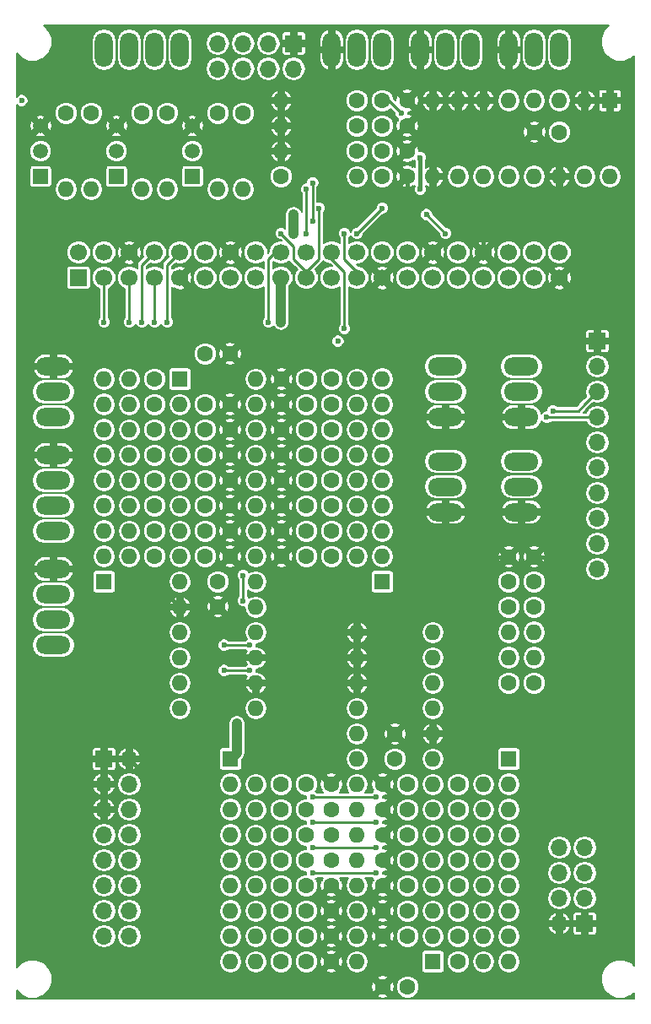
<source format=gtl>
G04 #@! TF.FileFunction,Copper,L1,Top,Signal*
%FSLAX46Y46*%
G04 Gerber Fmt 4.6, Leading zero omitted, Abs format (unit mm)*
G04 Created by KiCad (PCBNEW 4.0.6) date 11/03/19 17:03:39*
%MOMM*%
%LPD*%
G01*
G04 APERTURE LIST*
%ADD10C,0.100000*%
%ADD11C,1.600000*%
%ADD12R,1.700000X1.700000*%
%ADD13C,1.700000*%
%ADD14O,1.700000X1.700000*%
%ADD15O,1.800860X3.500120*%
%ADD16O,3.500120X1.800860*%
%ADD17C,1.520000*%
%ADD18R,1.520000X1.520000*%
%ADD19O,1.600000X1.600000*%
%ADD20R,1.600000X1.600000*%
%ADD21C,0.600000*%
%ADD22C,0.450000*%
%ADD23C,1.000000*%
%ADD24C,0.250000*%
%ADD25C,0.200000*%
G04 APERTURE END LIST*
D10*
D11*
X38100000Y-8890000D03*
X40600000Y-8890000D03*
X38100000Y-11430000D03*
X40600000Y-11430000D03*
X38100000Y-13970000D03*
X40600000Y-13970000D03*
X39370000Y-74930000D03*
X39370000Y-72430000D03*
X50800000Y-57150000D03*
X50800000Y-54650000D03*
X53340000Y-57150000D03*
X53340000Y-54650000D03*
X40640000Y-97790000D03*
X38140000Y-97790000D03*
X40640000Y-92710000D03*
X38140000Y-92710000D03*
X40640000Y-90170000D03*
X38140000Y-90170000D03*
X40640000Y-87630000D03*
X38140000Y-87630000D03*
X40640000Y-85090000D03*
X38140000Y-85090000D03*
X40640000Y-82550000D03*
X38140000Y-82550000D03*
X40640000Y-80010000D03*
X38140000Y-80010000D03*
X40640000Y-77470000D03*
X38140000Y-77470000D03*
X30480000Y-77470000D03*
X32980000Y-77470000D03*
X30480000Y-80010000D03*
X32980000Y-80010000D03*
X30480000Y-82550000D03*
X32980000Y-82550000D03*
X30480000Y-85090000D03*
X32980000Y-85090000D03*
X30480000Y-87630000D03*
X32980000Y-87630000D03*
X30480000Y-90170000D03*
X32980000Y-90170000D03*
X30480000Y-92710000D03*
X32980000Y-92710000D03*
X30480000Y-95250000D03*
X32980000Y-95250000D03*
X21590000Y-57150000D03*
X21590000Y-59650000D03*
X20320000Y-34290000D03*
X22820000Y-34290000D03*
X20320000Y-39370000D03*
X22820000Y-39370000D03*
X20320000Y-41910000D03*
X22820000Y-41910000D03*
X20320000Y-44450000D03*
X22820000Y-44450000D03*
X20320000Y-46990000D03*
X22820000Y-46990000D03*
X20320000Y-49530000D03*
X22820000Y-49530000D03*
X20320000Y-52070000D03*
X22820000Y-52070000D03*
X20320000Y-54610000D03*
X22820000Y-54610000D03*
X30480000Y-54610000D03*
X27980000Y-54610000D03*
X30480000Y-52070000D03*
X27980000Y-52070000D03*
X30480000Y-49530000D03*
X27980000Y-49530000D03*
X30480000Y-46990000D03*
X27980000Y-46990000D03*
X30480000Y-44450000D03*
X27980000Y-44450000D03*
X30480000Y-41910000D03*
X27980000Y-41910000D03*
X30480000Y-39370000D03*
X27980000Y-39370000D03*
X30480000Y-36830000D03*
X27980000Y-36830000D03*
D12*
X7620000Y-26670000D03*
D13*
X7620000Y-24130000D03*
X10160000Y-26670000D03*
X10160000Y-24130000D03*
X12700000Y-26670000D03*
X12700000Y-24130000D03*
X15240000Y-26670000D03*
X15240000Y-24130000D03*
X17780000Y-26670000D03*
X17780000Y-24130000D03*
X20320000Y-26670000D03*
X20320000Y-24130000D03*
X22860000Y-26670000D03*
X22860000Y-24130000D03*
X25400000Y-26670000D03*
X25400000Y-24130000D03*
X27940000Y-26670000D03*
X27940000Y-24130000D03*
X30480000Y-26670000D03*
X30480000Y-24130000D03*
X33020000Y-26670000D03*
X33020000Y-24130000D03*
X35560000Y-26670000D03*
X35560000Y-24130000D03*
X38100000Y-26670000D03*
X38100000Y-24130000D03*
X40640000Y-26670000D03*
X40640000Y-24130000D03*
X43180000Y-26670000D03*
X43180000Y-24130000D03*
X45720000Y-26670000D03*
X45720000Y-24130000D03*
X48260000Y-26670000D03*
X48260000Y-24130000D03*
X50800000Y-26670000D03*
X50800000Y-24130000D03*
X53340000Y-26670000D03*
X53340000Y-24130000D03*
X55880000Y-26670000D03*
X55880000Y-24130000D03*
D12*
X10160000Y-74930000D03*
D14*
X12700000Y-74930000D03*
X10160000Y-77470000D03*
X12700000Y-77470000D03*
X10160000Y-80010000D03*
X12700000Y-80010000D03*
X10160000Y-82550000D03*
X12700000Y-82550000D03*
X10160000Y-85090000D03*
X12700000Y-85090000D03*
X10160000Y-87630000D03*
X12700000Y-87630000D03*
X10160000Y-90170000D03*
X12700000Y-90170000D03*
X10160000Y-92710000D03*
X12700000Y-92710000D03*
D12*
X58420000Y-91440000D03*
D14*
X55880000Y-91440000D03*
X58420000Y-88900000D03*
X55880000Y-88900000D03*
X58420000Y-86360000D03*
X55880000Y-86360000D03*
X58420000Y-83820000D03*
X55880000Y-83820000D03*
D12*
X59690000Y-33020000D03*
D14*
X59690000Y-35560000D03*
X59690000Y-38100000D03*
X59690000Y-40640000D03*
X59690000Y-43180000D03*
X59690000Y-45720000D03*
X59690000Y-48260000D03*
X59690000Y-50800000D03*
X59690000Y-53340000D03*
X59690000Y-55880000D03*
D15*
X17780000Y-3810000D03*
X15240000Y-3810000D03*
X12700000Y-3810000D03*
X10160000Y-3810000D03*
X50800000Y-3810000D03*
X53340000Y-3810000D03*
X55880000Y-3810000D03*
X41910000Y-3810000D03*
X44450000Y-3810000D03*
X46990000Y-3810000D03*
X33020000Y-3810000D03*
X35560000Y-3810000D03*
X38100000Y-3810000D03*
D16*
X5080000Y-44450000D03*
X5080000Y-46990000D03*
X5080000Y-49530000D03*
X5080000Y-52070000D03*
X5080000Y-55880000D03*
X5080000Y-58420000D03*
X5080000Y-60960000D03*
X5080000Y-63500000D03*
X52070000Y-50165000D03*
X52070000Y-47625000D03*
X52070000Y-45085000D03*
X44450000Y-50165000D03*
X44450000Y-47625000D03*
X44450000Y-45085000D03*
X52070000Y-40640000D03*
X52070000Y-38100000D03*
X52070000Y-35560000D03*
X44450000Y-40640000D03*
X44450000Y-38100000D03*
X44450000Y-35560000D03*
X5080000Y-35560000D03*
X5080000Y-38100000D03*
X5080000Y-40640000D03*
D17*
X3810000Y-13970000D03*
X3810000Y-11430000D03*
D18*
X3810000Y-16510000D03*
D17*
X11430000Y-13970000D03*
X11430000Y-11430000D03*
D18*
X11430000Y-16510000D03*
D17*
X19050000Y-13970000D03*
X19050000Y-11430000D03*
D18*
X19050000Y-16510000D03*
D11*
X27940000Y-16510000D03*
D19*
X35560000Y-16510000D03*
D11*
X35560000Y-8890000D03*
D19*
X27940000Y-8890000D03*
D11*
X35560000Y-11430000D03*
D19*
X27940000Y-11430000D03*
D11*
X35560000Y-13970000D03*
D19*
X27940000Y-13970000D03*
D11*
X6350000Y-10160000D03*
D19*
X6350000Y-17780000D03*
D11*
X13970000Y-10160000D03*
D19*
X13970000Y-17780000D03*
D11*
X21590000Y-10160000D03*
D19*
X21590000Y-17780000D03*
D11*
X50800000Y-67310000D03*
D19*
X50800000Y-64770000D03*
D11*
X53340000Y-67310000D03*
D19*
X53340000Y-64770000D03*
D11*
X50800000Y-59690000D03*
D19*
X50800000Y-62230000D03*
D11*
X53340000Y-59690000D03*
D19*
X53340000Y-62230000D03*
D11*
X45720000Y-95250000D03*
D19*
X48260000Y-95250000D03*
D11*
X45720000Y-92710000D03*
D19*
X48260000Y-92710000D03*
D11*
X45720000Y-90170000D03*
D19*
X48260000Y-90170000D03*
D11*
X45720000Y-87630000D03*
D19*
X48260000Y-87630000D03*
D11*
X45720000Y-85090000D03*
D19*
X48260000Y-85090000D03*
D11*
X45720000Y-82550000D03*
D19*
X48260000Y-82550000D03*
D11*
X45720000Y-80010000D03*
D19*
X48260000Y-80010000D03*
D11*
X45720000Y-77470000D03*
D19*
X48260000Y-77470000D03*
D11*
X27940000Y-77470000D03*
D19*
X25400000Y-77470000D03*
D11*
X27940000Y-80010000D03*
D19*
X25400000Y-80010000D03*
D11*
X27940000Y-82550000D03*
D19*
X25400000Y-82550000D03*
D11*
X27940000Y-85090000D03*
D19*
X25400000Y-85090000D03*
D11*
X27940000Y-87630000D03*
D19*
X25400000Y-87630000D03*
D11*
X27940000Y-90170000D03*
D19*
X25400000Y-90170000D03*
D11*
X27940000Y-92710000D03*
D19*
X25400000Y-92710000D03*
D11*
X27940000Y-95250000D03*
D19*
X25400000Y-95250000D03*
D11*
X15240000Y-36830000D03*
D19*
X12700000Y-36830000D03*
D11*
X15240000Y-39370000D03*
D19*
X12700000Y-39370000D03*
D11*
X15240000Y-41910000D03*
D19*
X12700000Y-41910000D03*
D11*
X15240000Y-44450000D03*
D19*
X12700000Y-44450000D03*
D11*
X15240000Y-46990000D03*
D19*
X12700000Y-46990000D03*
D11*
X15240000Y-49530000D03*
D19*
X12700000Y-49530000D03*
D11*
X15240000Y-52070000D03*
D19*
X12700000Y-52070000D03*
D11*
X15240000Y-54610000D03*
D19*
X12700000Y-54610000D03*
D11*
X33020000Y-54610000D03*
D19*
X35560000Y-54610000D03*
D11*
X33020000Y-52070000D03*
D19*
X35560000Y-52070000D03*
D11*
X33020000Y-49530000D03*
D19*
X35560000Y-49530000D03*
D11*
X33020000Y-46990000D03*
D19*
X35560000Y-46990000D03*
D11*
X33020000Y-44450000D03*
D19*
X35560000Y-44450000D03*
D11*
X33020000Y-41910000D03*
D19*
X35560000Y-41910000D03*
D11*
X33020000Y-36830000D03*
D19*
X35560000Y-36830000D03*
D11*
X8890000Y-10160000D03*
D19*
X8890000Y-17780000D03*
D11*
X16510000Y-10160000D03*
D19*
X16510000Y-17780000D03*
D11*
X24130000Y-10160000D03*
D19*
X24130000Y-17780000D03*
D20*
X50800000Y-74930000D03*
D19*
X50800000Y-77470000D03*
X50800000Y-80010000D03*
X50800000Y-82550000D03*
X50800000Y-85090000D03*
X50800000Y-87630000D03*
X50800000Y-90170000D03*
X50800000Y-92710000D03*
X50800000Y-95250000D03*
D20*
X22860000Y-74930000D03*
D19*
X22860000Y-77470000D03*
X22860000Y-80010000D03*
X22860000Y-82550000D03*
X22860000Y-85090000D03*
X22860000Y-87630000D03*
X22860000Y-90170000D03*
X22860000Y-92710000D03*
X22860000Y-95250000D03*
D20*
X10160000Y-57150000D03*
D19*
X10160000Y-54610000D03*
X10160000Y-52070000D03*
X10160000Y-49530000D03*
X10160000Y-46990000D03*
X10160000Y-44450000D03*
X10160000Y-41910000D03*
X10160000Y-39370000D03*
X10160000Y-36830000D03*
D20*
X38100000Y-57150000D03*
D19*
X38100000Y-54610000D03*
X38100000Y-52070000D03*
X38100000Y-49530000D03*
X38100000Y-46990000D03*
X38100000Y-44450000D03*
X38100000Y-41910000D03*
X38100000Y-39370000D03*
X38100000Y-36830000D03*
D20*
X60960000Y-8890000D03*
D19*
X43180000Y-16510000D03*
X58420000Y-8890000D03*
X45720000Y-16510000D03*
X55880000Y-8890000D03*
X48260000Y-16510000D03*
X53340000Y-8890000D03*
X50800000Y-16510000D03*
X50800000Y-8890000D03*
X53340000Y-16510000D03*
X48260000Y-8890000D03*
X55880000Y-16510000D03*
X45720000Y-8890000D03*
X58420000Y-16510000D03*
X43180000Y-8890000D03*
X60960000Y-16510000D03*
D20*
X43180000Y-95250000D03*
D19*
X35560000Y-62230000D03*
X43180000Y-92710000D03*
X35560000Y-64770000D03*
X43180000Y-90170000D03*
X35560000Y-67310000D03*
X43180000Y-87630000D03*
X35560000Y-69850000D03*
X43180000Y-85090000D03*
X35560000Y-72390000D03*
X43180000Y-82550000D03*
X35560000Y-74930000D03*
X43180000Y-80010000D03*
X35560000Y-77470000D03*
X43180000Y-77470000D03*
X35560000Y-80010000D03*
X43180000Y-74930000D03*
X35560000Y-82550000D03*
X43180000Y-72390000D03*
X35560000Y-85090000D03*
X43180000Y-69850000D03*
X35560000Y-87630000D03*
X43180000Y-67310000D03*
X35560000Y-90170000D03*
X43180000Y-64770000D03*
X35560000Y-92710000D03*
X43180000Y-62230000D03*
X35560000Y-95250000D03*
D20*
X17780000Y-36830000D03*
D19*
X25400000Y-69850000D03*
X17780000Y-39370000D03*
X25400000Y-67310000D03*
X17780000Y-41910000D03*
X25400000Y-64770000D03*
X17780000Y-44450000D03*
X25400000Y-62230000D03*
X17780000Y-46990000D03*
X25400000Y-59690000D03*
X17780000Y-49530000D03*
X25400000Y-57150000D03*
X17780000Y-52070000D03*
X25400000Y-54610000D03*
X17780000Y-54610000D03*
X25400000Y-52070000D03*
X17780000Y-57150000D03*
X25400000Y-49530000D03*
X17780000Y-59690000D03*
X25400000Y-46990000D03*
X17780000Y-62230000D03*
X25400000Y-44450000D03*
X17780000Y-64770000D03*
X25400000Y-41910000D03*
X17780000Y-67310000D03*
X25400000Y-39370000D03*
X17780000Y-69850000D03*
X25400000Y-36830000D03*
D11*
X33020000Y-39370000D03*
D19*
X35560000Y-39370000D03*
D11*
X38100000Y-16510000D03*
X40600000Y-16510000D03*
X55880000Y-12065000D03*
X53380000Y-12065000D03*
D12*
X29210000Y-3175000D03*
D14*
X29210000Y-5715000D03*
X26670000Y-3175000D03*
X26670000Y-5715000D03*
X24130000Y-3175000D03*
X24130000Y-5715000D03*
X21590000Y-3175000D03*
X21590000Y-5715000D03*
D21*
X1905000Y-8890000D03*
X61595000Y-42545000D03*
X61595000Y-50165000D03*
X61595000Y-45085000D03*
X61595000Y-47625000D03*
X61595000Y-52705000D03*
X46355000Y-53340000D03*
X48895000Y-54610000D03*
X43815000Y-60325000D03*
X48260000Y-46355000D03*
X48260000Y-40640000D03*
X29845000Y-31750000D03*
X40640000Y-34290000D03*
X40640000Y-36830000D03*
X40640000Y-40640000D03*
X31750000Y-34290000D03*
X33020000Y-31750000D03*
X27940000Y-18415000D03*
X24765000Y-22225000D03*
X27940000Y-20320000D03*
X31750000Y-26035000D03*
X29210000Y-26035000D03*
X38100000Y-20955000D03*
X40640000Y-20955000D03*
X36830000Y-22225000D03*
X41910000Y-22225000D03*
X44450000Y-20320000D03*
X48260000Y-18415000D03*
X48260000Y-10795000D03*
X45720000Y-12065000D03*
X35560000Y-58420000D03*
X27305000Y-62865000D03*
X33655000Y-62865000D03*
X27305000Y-58420000D03*
X45720000Y-62230000D03*
X49530000Y-71120000D03*
X52070000Y-71120000D03*
X55245000Y-57785000D03*
X60960000Y-65405000D03*
X60960000Y-74930000D03*
X59055000Y-81915000D03*
X58420000Y-66675000D03*
X55245000Y-66675000D03*
X55245000Y-64770000D03*
X59055000Y-74930000D03*
X60960000Y-81915000D03*
X16510000Y-58420000D03*
X12065000Y-58420000D03*
X3810000Y-66040000D03*
X11430000Y-66040000D03*
X11430000Y-71755000D03*
X2540000Y-71755000D03*
X11430000Y-73025000D03*
X2540000Y-73025000D03*
X22225000Y-73025000D03*
X14605000Y-76835000D03*
X20955000Y-76835000D03*
X20955000Y-79375000D03*
X20955000Y-81915000D03*
X20955000Y-84455000D03*
X20955000Y-85725000D03*
X20955000Y-83185000D03*
X20955000Y-80645000D03*
X20955000Y-78105000D03*
X20955000Y-91440000D03*
X20955000Y-95885000D03*
X14605000Y-93980000D03*
X14605000Y-88900000D03*
X14605000Y-85725000D03*
X14605000Y-83185000D03*
X14605000Y-80645000D03*
X14605000Y-81915000D03*
X14605000Y-84455000D03*
X14605000Y-86995000D03*
X14605000Y-91440000D03*
X14605000Y-95885000D03*
X20955000Y-93980000D03*
X20955000Y-88900000D03*
X20955000Y-86995000D03*
X14605000Y-79375000D03*
X14605000Y-78105000D03*
X14605000Y-80645000D03*
X48260000Y-36830000D03*
X48260000Y-34290000D03*
X5080000Y-29845000D03*
X22225000Y-67310000D03*
X22225000Y-64770000D03*
X11430000Y-67945000D03*
X2540000Y-67945000D03*
X22225000Y-71755000D03*
X1905000Y-20955000D03*
X19050000Y-66040000D03*
X27940000Y-31115000D03*
X29210000Y-22225000D03*
X29210000Y-20320000D03*
X41910000Y-14605000D03*
X41910000Y-17780000D03*
X33655000Y-33020000D03*
X23495000Y-71374000D03*
X40005000Y-10160000D03*
X34290000Y-31750000D03*
X15240000Y-31115000D03*
X55245000Y-40005000D03*
X10160000Y-31115000D03*
X22225000Y-66040000D03*
X24765000Y-66040000D03*
X54610000Y-40640000D03*
X12700000Y-31115000D03*
X22225000Y-63500000D03*
X24765000Y-63500000D03*
X24130000Y-56515000D03*
X24130000Y-59055000D03*
X26670000Y-31115000D03*
X31750000Y-19685000D03*
X27940000Y-22225000D03*
X30480000Y-17780000D03*
X30480000Y-22225000D03*
X34290000Y-22225000D03*
X38100000Y-19685000D03*
X35560000Y-22225000D03*
X31115000Y-78740000D03*
X37465000Y-78740000D03*
X31115000Y-81280000D03*
X37465000Y-81280000D03*
X31115000Y-83820000D03*
X37465000Y-83820000D03*
X31115000Y-86360000D03*
X37465000Y-86360000D03*
X13970000Y-31115000D03*
X16510000Y-31115000D03*
X31115000Y-17145000D03*
X31115000Y-20955000D03*
X42545000Y-20320000D03*
X44450000Y-22225000D03*
D22*
X61595000Y-52705000D02*
X61595000Y-50165000D01*
X61595000Y-47625000D02*
X61595000Y-45085000D01*
X60960000Y-33020000D02*
X61595000Y-33655000D01*
X61595000Y-33655000D02*
X61595000Y-42545000D01*
X61595000Y-42545000D02*
X61595000Y-45085000D01*
X60960000Y-33020000D02*
X59690000Y-33020000D01*
X61595000Y-50165000D02*
X61595000Y-47625000D01*
X48260000Y-46355000D02*
X48260000Y-51435000D01*
X48895000Y-54610000D02*
X47625000Y-54610000D01*
X47625000Y-54610000D02*
X46355000Y-53340000D01*
X43815000Y-55880000D02*
X43815000Y-60325000D01*
X46355000Y-53340000D02*
X43815000Y-55880000D01*
X48260000Y-40640000D02*
X48260000Y-46355000D01*
X48260000Y-51435000D02*
X46355000Y-53340000D01*
X31750000Y-31750000D02*
X29845000Y-31750000D01*
X31750000Y-34290000D02*
X31750000Y-31750000D01*
X40640000Y-34290000D02*
X31750000Y-34290000D01*
X40640000Y-36830000D02*
X40640000Y-40640000D01*
X40640000Y-34290000D02*
X40640000Y-36830000D01*
X44450000Y-40640000D02*
X40640000Y-40640000D01*
X31750000Y-31750000D02*
X33020000Y-31750000D01*
X27940000Y-18415000D02*
X29845000Y-16510000D01*
X24765000Y-22225000D02*
X26670000Y-20320000D01*
X22860000Y-24130000D02*
X24765000Y-22225000D01*
X26670000Y-20320000D02*
X27940000Y-20320000D01*
X27940000Y-18415000D02*
X27940000Y-20320000D01*
X29210000Y-13970000D02*
X27940000Y-13970000D01*
X29845000Y-14605000D02*
X29210000Y-13970000D01*
X29845000Y-16510000D02*
X29845000Y-14605000D01*
X36830000Y-22225000D02*
X38100000Y-20955000D01*
X38100000Y-20955000D02*
X40640000Y-20955000D01*
X41910000Y-22225000D02*
X41910000Y-22860000D01*
X40600000Y-16510000D02*
X40600000Y-20915000D01*
X40600000Y-20915000D02*
X40640000Y-20955000D01*
X41910000Y-22225000D02*
X40640000Y-20955000D01*
X41910000Y-22860000D02*
X43180000Y-24130000D01*
X48260000Y-19685000D02*
X45085000Y-19685000D01*
X45085000Y-19685000D02*
X44450000Y-20320000D01*
X48260000Y-24130000D02*
X48260000Y-19685000D01*
X48260000Y-19685000D02*
X48260000Y-18415000D01*
X48260000Y-8890000D02*
X48260000Y-10795000D01*
X45720000Y-8890000D02*
X45720000Y-12065000D01*
X35560000Y-62230000D02*
X35560000Y-58420000D01*
X27305000Y-58420000D02*
X27305000Y-62865000D01*
X34290000Y-62230000D02*
X35560000Y-62230000D01*
X34290000Y-62230000D02*
X33655000Y-62865000D01*
X27305000Y-62865000D02*
X33655000Y-62865000D01*
X35560000Y-58420000D02*
X27305000Y-58420000D01*
X48895000Y-54610000D02*
X45720000Y-57785000D01*
X45720000Y-57785000D02*
X45720000Y-62230000D01*
X48935000Y-54650000D02*
X48895000Y-54610000D01*
X50800000Y-54650000D02*
X48935000Y-54650000D01*
X52070000Y-71120000D02*
X49530000Y-71120000D01*
X48260000Y-72390000D02*
X49530000Y-71120000D01*
X48260000Y-72390000D02*
X43180000Y-72390000D01*
X60960000Y-74930000D02*
X60960000Y-65405000D01*
X53340000Y-54650000D02*
X54650000Y-54650000D01*
X55245000Y-55245000D02*
X55245000Y-57785000D01*
X54650000Y-54650000D02*
X55245000Y-55245000D01*
X55245000Y-64770000D02*
X55245000Y-57785000D01*
X60325000Y-64770000D02*
X60960000Y-65405000D01*
X55245000Y-64770000D02*
X60325000Y-64770000D01*
X60960000Y-81915000D02*
X59055000Y-81915000D01*
X58420000Y-66675000D02*
X59055000Y-67310000D01*
X55245000Y-66675000D02*
X55245000Y-64770000D01*
X58420000Y-66675000D02*
X55245000Y-66675000D01*
X59055000Y-67310000D02*
X59055000Y-74930000D01*
X59055000Y-81915000D02*
X59055000Y-74930000D01*
X60960000Y-74930000D02*
X60960000Y-81915000D01*
X12065000Y-58420000D02*
X16510000Y-58420000D01*
X16510000Y-58420000D02*
X17780000Y-59690000D01*
X9525000Y-66040000D02*
X3810000Y-66040000D01*
X11430000Y-67945000D02*
X11430000Y-66040000D01*
X11430000Y-66040000D02*
X13335000Y-66040000D01*
X11430000Y-71755000D02*
X2540000Y-71755000D01*
X22225000Y-73025000D02*
X11430000Y-73025000D01*
X2540000Y-73025000D02*
X2540000Y-71755000D01*
X11430000Y-73025000D02*
X2540000Y-73025000D01*
X22225000Y-71755000D02*
X22225000Y-73025000D01*
X14605000Y-76835000D02*
X20955000Y-76835000D01*
X20955000Y-78105000D02*
X20955000Y-79375000D01*
X20955000Y-80645000D02*
X20955000Y-81915000D01*
X20955000Y-83185000D02*
X20955000Y-84455000D01*
X20955000Y-85725000D02*
X20955000Y-86995000D01*
X20955000Y-84455000D02*
X20955000Y-85725000D01*
X20955000Y-81915000D02*
X20955000Y-83185000D01*
X20955000Y-79375000D02*
X20955000Y-80645000D01*
X20955000Y-76835000D02*
X20955000Y-78105000D01*
X20955000Y-88900000D02*
X20955000Y-86995000D01*
X20955000Y-88900000D02*
X20955000Y-91440000D01*
X20955000Y-93980000D02*
X20955000Y-95885000D01*
X14605000Y-95885000D02*
X14605000Y-93980000D01*
X14605000Y-91440000D02*
X14605000Y-88900000D01*
X14605000Y-86995000D02*
X14605000Y-85725000D01*
X14605000Y-84455000D02*
X14605000Y-83185000D01*
X14605000Y-80645000D02*
X14605000Y-81915000D01*
X14605000Y-83185000D02*
X14605000Y-81915000D01*
X14605000Y-85725000D02*
X14605000Y-84455000D01*
X14605000Y-88900000D02*
X14605000Y-86995000D01*
X14605000Y-93980000D02*
X14605000Y-91440000D01*
X20955000Y-95885000D02*
X14605000Y-95885000D01*
X20955000Y-91440000D02*
X20955000Y-93980000D01*
X14605000Y-79375000D02*
X14605000Y-80645000D01*
X14605000Y-78105000D02*
X14605000Y-76835000D01*
X12700000Y-74930000D02*
X14605000Y-76835000D01*
X14605000Y-79375000D02*
X14605000Y-78105000D01*
X48260000Y-34290000D02*
X48260000Y-36830000D01*
X48260000Y-40640000D02*
X44450000Y-40640000D01*
X48260000Y-36830000D02*
X48260000Y-40640000D01*
X22860000Y-67310000D02*
X22225000Y-67310000D01*
X22860000Y-64770000D02*
X22225000Y-64770000D01*
X2540000Y-71755000D02*
X2540000Y-67945000D01*
X5080000Y-35560000D02*
X5080000Y-29845000D01*
X1905000Y-20955000D02*
X1905000Y-10160000D01*
X25400000Y-64770000D02*
X22860000Y-64770000D01*
X19050000Y-66040000D02*
X13335000Y-66040000D01*
X25400000Y-67310000D02*
X22860000Y-67310000D01*
X6985000Y-55880000D02*
X5080000Y-55880000D01*
X7620000Y-56515000D02*
X6985000Y-55880000D01*
X7620000Y-64135000D02*
X7620000Y-56515000D01*
X11430000Y-67945000D02*
X9525000Y-66040000D01*
X9525000Y-66040000D02*
X7620000Y-64135000D01*
D23*
X27940000Y-31115000D02*
X27940000Y-26670000D01*
X29210000Y-20320000D02*
X29210000Y-22225000D01*
D22*
X41910000Y-14605000D02*
X41910000Y-17780000D01*
D23*
X23495000Y-74295000D02*
X23495000Y-71374000D01*
X23495000Y-74295000D02*
X22860000Y-74930000D01*
D24*
X38735000Y-8890000D02*
X40005000Y-10160000D01*
X38100000Y-8890000D02*
X38735000Y-8890000D01*
X33020000Y-24130000D02*
X33020000Y-24765000D01*
X33020000Y-24765000D02*
X34290000Y-26035000D01*
X34290000Y-26035000D02*
X34290000Y-31750000D01*
X15240000Y-31115000D02*
X15240000Y-29845000D01*
X15240000Y-26670000D02*
X15240000Y-29845000D01*
X55245000Y-40005000D02*
X55880000Y-40005000D01*
X10160000Y-31115000D02*
X10160000Y-29845000D01*
X22225000Y-66040000D02*
X22860000Y-66040000D01*
X58420000Y-39370000D02*
X57785000Y-40005000D01*
X58420000Y-39370000D02*
X59690000Y-38100000D01*
X57785000Y-40005000D02*
X55880000Y-40005000D01*
X22860000Y-66040000D02*
X24765000Y-66040000D01*
X10160000Y-26670000D02*
X10160000Y-29845000D01*
X54610000Y-40640000D02*
X55245000Y-40640000D01*
X12700000Y-31115000D02*
X12700000Y-29845000D01*
X22225000Y-63500000D02*
X22860000Y-63500000D01*
X55245000Y-40640000D02*
X59690000Y-40640000D01*
X22860000Y-63500000D02*
X24765000Y-63500000D01*
X12700000Y-26670000D02*
X12700000Y-29845000D01*
X26670000Y-31115000D02*
X26670000Y-24765000D01*
X24130000Y-56515000D02*
X24130000Y-59055000D01*
X26670000Y-24765000D02*
X27305000Y-24130000D01*
X27305000Y-24130000D02*
X27940000Y-24130000D01*
X29210000Y-24765000D02*
X30480000Y-26035000D01*
X30480000Y-26035000D02*
X30480000Y-26670000D01*
X31750000Y-24765000D02*
X31750000Y-19685000D01*
X30480000Y-26035000D02*
X31750000Y-24765000D01*
X30480000Y-26035000D02*
X30480000Y-26670000D01*
X29210000Y-24765000D02*
X29210000Y-23495000D01*
X29210000Y-23495000D02*
X27940000Y-22225000D01*
X34290000Y-24765000D02*
X35560000Y-26035000D01*
X35560000Y-26035000D02*
X35560000Y-26670000D01*
X34290000Y-24765000D02*
X34290000Y-22225000D01*
X30480000Y-17780000D02*
X30480000Y-22225000D01*
X35560000Y-22225000D02*
X38100000Y-19685000D01*
X37465000Y-78740000D02*
X31115000Y-78740000D01*
X37465000Y-81280000D02*
X31115000Y-81280000D01*
X37465000Y-83820000D02*
X31115000Y-83820000D01*
X37465000Y-86360000D02*
X31115000Y-86360000D01*
X13970000Y-31115000D02*
X13970000Y-29845000D01*
X15240000Y-24130000D02*
X13970000Y-25400000D01*
X13970000Y-25400000D02*
X13970000Y-29845000D01*
X16510000Y-31115000D02*
X16510000Y-29845000D01*
X17780000Y-24130000D02*
X16510000Y-25400000D01*
X16510000Y-25400000D02*
X16510000Y-29845000D01*
X17780000Y-24765000D02*
X17780000Y-24130000D01*
X31115000Y-17145000D02*
X31115000Y-20955000D01*
X44450000Y-22225000D02*
X42545000Y-20320000D01*
D25*
G36*
X60347834Y-1893971D02*
X60050339Y-2610419D01*
X60049662Y-3386177D01*
X60345906Y-4103143D01*
X60893971Y-4652166D01*
X61610419Y-4949661D01*
X62386177Y-4950338D01*
X63103143Y-4654094D01*
X63400000Y-4357755D01*
X63400000Y-95642319D01*
X63106029Y-95347834D01*
X62389581Y-95050339D01*
X61613823Y-95049662D01*
X60896857Y-95345906D01*
X60347834Y-95893971D01*
X60050339Y-96610419D01*
X60049662Y-97386177D01*
X60345906Y-98103143D01*
X60893971Y-98652166D01*
X61610419Y-98949661D01*
X62386177Y-98950338D01*
X63103143Y-98654094D01*
X63400000Y-98357755D01*
X63400000Y-98960000D01*
X38154029Y-98960000D01*
X38587493Y-98873778D01*
X38687726Y-98726635D01*
X38140000Y-98178909D01*
X37592274Y-98726635D01*
X37692507Y-98873778D01*
X38128526Y-98960000D01*
X1370000Y-98960000D01*
X1370000Y-98127279D01*
X1893971Y-98652166D01*
X2610419Y-98949661D01*
X3386177Y-98950338D01*
X4103143Y-98654094D01*
X4652166Y-98106029D01*
X4782846Y-97791315D01*
X36967471Y-97791315D01*
X37056222Y-98237493D01*
X37203365Y-98337726D01*
X37751091Y-97790000D01*
X38528909Y-97790000D01*
X39076635Y-98337726D01*
X39223778Y-98237493D01*
X39267232Y-98017746D01*
X39489801Y-98017746D01*
X39664509Y-98440572D01*
X39987727Y-98764354D01*
X40410247Y-98939800D01*
X40867746Y-98940199D01*
X41290572Y-98765491D01*
X41614354Y-98442273D01*
X41789800Y-98019753D01*
X41790199Y-97562254D01*
X41615491Y-97139428D01*
X41292273Y-96815646D01*
X40869753Y-96640200D01*
X40412254Y-96639801D01*
X39989428Y-96814509D01*
X39665646Y-97137727D01*
X39490200Y-97560247D01*
X39489801Y-98017746D01*
X39267232Y-98017746D01*
X39312529Y-97788685D01*
X39223778Y-97342507D01*
X39076635Y-97242274D01*
X38528909Y-97790000D01*
X37751091Y-97790000D01*
X37203365Y-97242274D01*
X37056222Y-97342507D01*
X36967471Y-97791315D01*
X4782846Y-97791315D01*
X4949661Y-97389581D01*
X4950128Y-96853365D01*
X37592274Y-96853365D01*
X38140000Y-97401091D01*
X38687726Y-96853365D01*
X38587493Y-96706222D01*
X38138685Y-96617471D01*
X37692507Y-96706222D01*
X37592274Y-96853365D01*
X4950128Y-96853365D01*
X4950338Y-96613823D01*
X4654094Y-95896857D01*
X4106029Y-95347834D01*
X3816161Y-95227470D01*
X21710000Y-95227470D01*
X21710000Y-95272530D01*
X21797539Y-95712616D01*
X22046827Y-96085703D01*
X22419914Y-96334991D01*
X22860000Y-96422530D01*
X23300086Y-96334991D01*
X23673173Y-96085703D01*
X23922461Y-95712616D01*
X24010000Y-95272530D01*
X24010000Y-95250000D01*
X24227470Y-95250000D01*
X24315009Y-95690086D01*
X24564297Y-96063173D01*
X24937384Y-96312461D01*
X25377470Y-96400000D01*
X25422530Y-96400000D01*
X25862616Y-96312461D01*
X26235703Y-96063173D01*
X26484991Y-95690086D01*
X26527228Y-95477746D01*
X26789801Y-95477746D01*
X26964509Y-95900572D01*
X27287727Y-96224354D01*
X27710247Y-96399800D01*
X28167746Y-96400199D01*
X28590572Y-96225491D01*
X28914354Y-95902273D01*
X29089800Y-95479753D01*
X29089801Y-95477746D01*
X29329801Y-95477746D01*
X29504509Y-95900572D01*
X29827727Y-96224354D01*
X30250247Y-96399800D01*
X30707746Y-96400199D01*
X31130572Y-96225491D01*
X31169495Y-96186635D01*
X32432274Y-96186635D01*
X32532507Y-96333778D01*
X32981315Y-96422529D01*
X33427493Y-96333778D01*
X33527726Y-96186635D01*
X32980000Y-95638909D01*
X32432274Y-96186635D01*
X31169495Y-96186635D01*
X31454354Y-95902273D01*
X31629800Y-95479753D01*
X31629999Y-95251315D01*
X31807471Y-95251315D01*
X31896222Y-95697493D01*
X32043365Y-95797726D01*
X32591091Y-95250000D01*
X33368909Y-95250000D01*
X33916635Y-95797726D01*
X34063778Y-95697493D01*
X34152268Y-95250000D01*
X34387470Y-95250000D01*
X34475009Y-95690086D01*
X34724297Y-96063173D01*
X35097384Y-96312461D01*
X35537470Y-96400000D01*
X35582530Y-96400000D01*
X36022616Y-96312461D01*
X36395703Y-96063173D01*
X36644991Y-95690086D01*
X36732530Y-95250000D01*
X36644991Y-94809914D01*
X36404505Y-94450000D01*
X42023144Y-94450000D01*
X42023144Y-96050000D01*
X42047549Y-96179702D01*
X42124203Y-96298825D01*
X42241163Y-96378741D01*
X42380000Y-96406856D01*
X43980000Y-96406856D01*
X44109702Y-96382451D01*
X44228825Y-96305797D01*
X44308741Y-96188837D01*
X44336856Y-96050000D01*
X44336856Y-95477746D01*
X44569801Y-95477746D01*
X44744509Y-95900572D01*
X45067727Y-96224354D01*
X45490247Y-96399800D01*
X45947746Y-96400199D01*
X46370572Y-96225491D01*
X46694354Y-95902273D01*
X46869800Y-95479753D01*
X46870000Y-95250000D01*
X47087470Y-95250000D01*
X47175009Y-95690086D01*
X47424297Y-96063173D01*
X47797384Y-96312461D01*
X48237470Y-96400000D01*
X48282530Y-96400000D01*
X48722616Y-96312461D01*
X49095703Y-96063173D01*
X49344991Y-95690086D01*
X49432530Y-95250000D01*
X49428049Y-95227470D01*
X49650000Y-95227470D01*
X49650000Y-95272530D01*
X49737539Y-95712616D01*
X49986827Y-96085703D01*
X50359914Y-96334991D01*
X50800000Y-96422530D01*
X51240086Y-96334991D01*
X51613173Y-96085703D01*
X51862461Y-95712616D01*
X51950000Y-95272530D01*
X51950000Y-95227470D01*
X51862461Y-94787384D01*
X51613173Y-94414297D01*
X51240086Y-94165009D01*
X50800000Y-94077470D01*
X50359914Y-94165009D01*
X49986827Y-94414297D01*
X49737539Y-94787384D01*
X49650000Y-95227470D01*
X49428049Y-95227470D01*
X49344991Y-94809914D01*
X49095703Y-94436827D01*
X48722616Y-94187539D01*
X48282530Y-94100000D01*
X48237470Y-94100000D01*
X47797384Y-94187539D01*
X47424297Y-94436827D01*
X47175009Y-94809914D01*
X47087470Y-95250000D01*
X46870000Y-95250000D01*
X46870199Y-95022254D01*
X46695491Y-94599428D01*
X46372273Y-94275646D01*
X45949753Y-94100200D01*
X45492254Y-94099801D01*
X45069428Y-94274509D01*
X44745646Y-94597727D01*
X44570200Y-95020247D01*
X44569801Y-95477746D01*
X44336856Y-95477746D01*
X44336856Y-94450000D01*
X44312451Y-94320298D01*
X44235797Y-94201175D01*
X44118837Y-94121259D01*
X43980000Y-94093144D01*
X42380000Y-94093144D01*
X42250298Y-94117549D01*
X42131175Y-94194203D01*
X42051259Y-94311163D01*
X42023144Y-94450000D01*
X36404505Y-94450000D01*
X36395703Y-94436827D01*
X36022616Y-94187539D01*
X35582530Y-94100000D01*
X35537470Y-94100000D01*
X35097384Y-94187539D01*
X34724297Y-94436827D01*
X34475009Y-94809914D01*
X34387470Y-95250000D01*
X34152268Y-95250000D01*
X34152529Y-95248685D01*
X34063778Y-94802507D01*
X33916635Y-94702274D01*
X33368909Y-95250000D01*
X32591091Y-95250000D01*
X32043365Y-94702274D01*
X31896222Y-94802507D01*
X31807471Y-95251315D01*
X31629999Y-95251315D01*
X31630199Y-95022254D01*
X31455491Y-94599428D01*
X31169927Y-94313365D01*
X32432274Y-94313365D01*
X32980000Y-94861091D01*
X33527726Y-94313365D01*
X33427493Y-94166222D01*
X32978685Y-94077471D01*
X32532507Y-94166222D01*
X32432274Y-94313365D01*
X31169927Y-94313365D01*
X31132273Y-94275646D01*
X30709753Y-94100200D01*
X30252254Y-94099801D01*
X29829428Y-94274509D01*
X29505646Y-94597727D01*
X29330200Y-95020247D01*
X29329801Y-95477746D01*
X29089801Y-95477746D01*
X29090199Y-95022254D01*
X28915491Y-94599428D01*
X28592273Y-94275646D01*
X28169753Y-94100200D01*
X27712254Y-94099801D01*
X27289428Y-94274509D01*
X26965646Y-94597727D01*
X26790200Y-95020247D01*
X26789801Y-95477746D01*
X26527228Y-95477746D01*
X26572530Y-95250000D01*
X26484991Y-94809914D01*
X26235703Y-94436827D01*
X25862616Y-94187539D01*
X25422530Y-94100000D01*
X25377470Y-94100000D01*
X24937384Y-94187539D01*
X24564297Y-94436827D01*
X24315009Y-94809914D01*
X24227470Y-95250000D01*
X24010000Y-95250000D01*
X24010000Y-95227470D01*
X23922461Y-94787384D01*
X23673173Y-94414297D01*
X23300086Y-94165009D01*
X22860000Y-94077470D01*
X22419914Y-94165009D01*
X22046827Y-94414297D01*
X21797539Y-94787384D01*
X21710000Y-95227470D01*
X3816161Y-95227470D01*
X3389581Y-95050339D01*
X2613823Y-95049662D01*
X1896857Y-95345906D01*
X1370000Y-95871844D01*
X1370000Y-92710000D01*
X8936491Y-92710000D01*
X9027836Y-93169220D01*
X9287963Y-93558528D01*
X9677271Y-93818655D01*
X10136491Y-93910000D01*
X10183509Y-93910000D01*
X10642729Y-93818655D01*
X11032037Y-93558528D01*
X11292164Y-93169220D01*
X11383509Y-92710000D01*
X11476491Y-92710000D01*
X11567836Y-93169220D01*
X11827963Y-93558528D01*
X12217271Y-93818655D01*
X12676491Y-93910000D01*
X12723509Y-93910000D01*
X13182729Y-93818655D01*
X13572037Y-93558528D01*
X13832164Y-93169220D01*
X13923509Y-92710000D01*
X13919028Y-92687470D01*
X21710000Y-92687470D01*
X21710000Y-92732530D01*
X21797539Y-93172616D01*
X22046827Y-93545703D01*
X22419914Y-93794991D01*
X22860000Y-93882530D01*
X23300086Y-93794991D01*
X23673173Y-93545703D01*
X23922461Y-93172616D01*
X24010000Y-92732530D01*
X24010000Y-92710000D01*
X24227470Y-92710000D01*
X24315009Y-93150086D01*
X24564297Y-93523173D01*
X24937384Y-93772461D01*
X25377470Y-93860000D01*
X25422530Y-93860000D01*
X25862616Y-93772461D01*
X26235703Y-93523173D01*
X26484991Y-93150086D01*
X26527228Y-92937746D01*
X26789801Y-92937746D01*
X26964509Y-93360572D01*
X27287727Y-93684354D01*
X27710247Y-93859800D01*
X28167746Y-93860199D01*
X28590572Y-93685491D01*
X28914354Y-93362273D01*
X29089800Y-92939753D01*
X29089801Y-92937746D01*
X29329801Y-92937746D01*
X29504509Y-93360572D01*
X29827727Y-93684354D01*
X30250247Y-93859800D01*
X30707746Y-93860199D01*
X31130572Y-93685491D01*
X31169495Y-93646635D01*
X32432274Y-93646635D01*
X32532507Y-93793778D01*
X32981315Y-93882529D01*
X33427493Y-93793778D01*
X33527726Y-93646635D01*
X32980000Y-93098909D01*
X32432274Y-93646635D01*
X31169495Y-93646635D01*
X31454354Y-93362273D01*
X31629800Y-92939753D01*
X31629999Y-92711315D01*
X31807471Y-92711315D01*
X31896222Y-93157493D01*
X32043365Y-93257726D01*
X32591091Y-92710000D01*
X33368909Y-92710000D01*
X33916635Y-93257726D01*
X34063778Y-93157493D01*
X34152268Y-92710000D01*
X34387470Y-92710000D01*
X34475009Y-93150086D01*
X34724297Y-93523173D01*
X35097384Y-93772461D01*
X35537470Y-93860000D01*
X35582530Y-93860000D01*
X36022616Y-93772461D01*
X36210928Y-93646635D01*
X37592274Y-93646635D01*
X37692507Y-93793778D01*
X38141315Y-93882529D01*
X38587493Y-93793778D01*
X38687726Y-93646635D01*
X38140000Y-93098909D01*
X37592274Y-93646635D01*
X36210928Y-93646635D01*
X36395703Y-93523173D01*
X36644991Y-93150086D01*
X36732268Y-92711315D01*
X36967471Y-92711315D01*
X37056222Y-93157493D01*
X37203365Y-93257726D01*
X37751091Y-92710000D01*
X38528909Y-92710000D01*
X39076635Y-93257726D01*
X39223778Y-93157493D01*
X39267232Y-92937746D01*
X39489801Y-92937746D01*
X39664509Y-93360572D01*
X39987727Y-93684354D01*
X40410247Y-93859800D01*
X40867746Y-93860199D01*
X41290572Y-93685491D01*
X41614354Y-93362273D01*
X41789800Y-92939753D01*
X41790000Y-92710000D01*
X42007470Y-92710000D01*
X42095009Y-93150086D01*
X42344297Y-93523173D01*
X42717384Y-93772461D01*
X43157470Y-93860000D01*
X43202530Y-93860000D01*
X43642616Y-93772461D01*
X44015703Y-93523173D01*
X44264991Y-93150086D01*
X44307228Y-92937746D01*
X44569801Y-92937746D01*
X44744509Y-93360572D01*
X45067727Y-93684354D01*
X45490247Y-93859800D01*
X45947746Y-93860199D01*
X46370572Y-93685491D01*
X46694354Y-93362273D01*
X46869800Y-92939753D01*
X46870000Y-92710000D01*
X47087470Y-92710000D01*
X47175009Y-93150086D01*
X47424297Y-93523173D01*
X47797384Y-93772461D01*
X48237470Y-93860000D01*
X48282530Y-93860000D01*
X48722616Y-93772461D01*
X49095703Y-93523173D01*
X49344991Y-93150086D01*
X49432530Y-92710000D01*
X49428049Y-92687470D01*
X49650000Y-92687470D01*
X49650000Y-92732530D01*
X49737539Y-93172616D01*
X49986827Y-93545703D01*
X50359914Y-93794991D01*
X50800000Y-93882530D01*
X51240086Y-93794991D01*
X51613173Y-93545703D01*
X51862461Y-93172616D01*
X51950000Y-92732530D01*
X51950000Y-92687470D01*
X51862461Y-92247384D01*
X51626566Y-91894340D01*
X54769335Y-91894340D01*
X54773354Y-91904107D01*
X55035198Y-92292274D01*
X55425656Y-92550690D01*
X55605000Y-92520591D01*
X55605000Y-91715000D01*
X56155000Y-91715000D01*
X56155000Y-92520591D01*
X56334344Y-92550690D01*
X56724802Y-92292274D01*
X56986646Y-91904107D01*
X56990665Y-91894340D01*
X56973925Y-91802500D01*
X57220000Y-91802500D01*
X57220000Y-92359620D01*
X57273285Y-92488259D01*
X57371741Y-92586716D01*
X57500381Y-92640000D01*
X58057500Y-92640000D01*
X58145000Y-92552500D01*
X58145000Y-91715000D01*
X58695000Y-91715000D01*
X58695000Y-92552500D01*
X58782500Y-92640000D01*
X59339619Y-92640000D01*
X59468259Y-92586716D01*
X59566715Y-92488259D01*
X59620000Y-92359620D01*
X59620000Y-91802500D01*
X59532500Y-91715000D01*
X58695000Y-91715000D01*
X58145000Y-91715000D01*
X57307500Y-91715000D01*
X57220000Y-91802500D01*
X56973925Y-91802500D01*
X56957976Y-91715000D01*
X56155000Y-91715000D01*
X55605000Y-91715000D01*
X54802024Y-91715000D01*
X54769335Y-91894340D01*
X51626566Y-91894340D01*
X51613173Y-91874297D01*
X51240086Y-91625009D01*
X50800000Y-91537470D01*
X50359914Y-91625009D01*
X49986827Y-91874297D01*
X49737539Y-92247384D01*
X49650000Y-92687470D01*
X49428049Y-92687470D01*
X49344991Y-92269914D01*
X49095703Y-91896827D01*
X48722616Y-91647539D01*
X48282530Y-91560000D01*
X48237470Y-91560000D01*
X47797384Y-91647539D01*
X47424297Y-91896827D01*
X47175009Y-92269914D01*
X47087470Y-92710000D01*
X46870000Y-92710000D01*
X46870199Y-92482254D01*
X46695491Y-92059428D01*
X46372273Y-91735646D01*
X45949753Y-91560200D01*
X45492254Y-91559801D01*
X45069428Y-91734509D01*
X44745646Y-92057727D01*
X44570200Y-92480247D01*
X44569801Y-92937746D01*
X44307228Y-92937746D01*
X44352530Y-92710000D01*
X44264991Y-92269914D01*
X44015703Y-91896827D01*
X43642616Y-91647539D01*
X43202530Y-91560000D01*
X43157470Y-91560000D01*
X42717384Y-91647539D01*
X42344297Y-91896827D01*
X42095009Y-92269914D01*
X42007470Y-92710000D01*
X41790000Y-92710000D01*
X41790199Y-92482254D01*
X41615491Y-92059428D01*
X41292273Y-91735646D01*
X40869753Y-91560200D01*
X40412254Y-91559801D01*
X39989428Y-91734509D01*
X39665646Y-92057727D01*
X39490200Y-92480247D01*
X39489801Y-92937746D01*
X39267232Y-92937746D01*
X39312529Y-92708685D01*
X39223778Y-92262507D01*
X39076635Y-92162274D01*
X38528909Y-92710000D01*
X37751091Y-92710000D01*
X37203365Y-92162274D01*
X37056222Y-92262507D01*
X36967471Y-92711315D01*
X36732268Y-92711315D01*
X36732530Y-92710000D01*
X36644991Y-92269914D01*
X36395703Y-91896827D01*
X36210929Y-91773365D01*
X37592274Y-91773365D01*
X38140000Y-92321091D01*
X38687726Y-91773365D01*
X38587493Y-91626222D01*
X38138685Y-91537471D01*
X37692507Y-91626222D01*
X37592274Y-91773365D01*
X36210929Y-91773365D01*
X36022616Y-91647539D01*
X35582530Y-91560000D01*
X35537470Y-91560000D01*
X35097384Y-91647539D01*
X34724297Y-91896827D01*
X34475009Y-92269914D01*
X34387470Y-92710000D01*
X34152268Y-92710000D01*
X34152529Y-92708685D01*
X34063778Y-92262507D01*
X33916635Y-92162274D01*
X33368909Y-92710000D01*
X32591091Y-92710000D01*
X32043365Y-92162274D01*
X31896222Y-92262507D01*
X31807471Y-92711315D01*
X31629999Y-92711315D01*
X31630199Y-92482254D01*
X31455491Y-92059428D01*
X31169927Y-91773365D01*
X32432274Y-91773365D01*
X32980000Y-92321091D01*
X33527726Y-91773365D01*
X33427493Y-91626222D01*
X32978685Y-91537471D01*
X32532507Y-91626222D01*
X32432274Y-91773365D01*
X31169927Y-91773365D01*
X31132273Y-91735646D01*
X30709753Y-91560200D01*
X30252254Y-91559801D01*
X29829428Y-91734509D01*
X29505646Y-92057727D01*
X29330200Y-92480247D01*
X29329801Y-92937746D01*
X29089801Y-92937746D01*
X29090199Y-92482254D01*
X28915491Y-92059428D01*
X28592273Y-91735646D01*
X28169753Y-91560200D01*
X27712254Y-91559801D01*
X27289428Y-91734509D01*
X26965646Y-92057727D01*
X26790200Y-92480247D01*
X26789801Y-92937746D01*
X26527228Y-92937746D01*
X26572530Y-92710000D01*
X26484991Y-92269914D01*
X26235703Y-91896827D01*
X25862616Y-91647539D01*
X25422530Y-91560000D01*
X25377470Y-91560000D01*
X24937384Y-91647539D01*
X24564297Y-91896827D01*
X24315009Y-92269914D01*
X24227470Y-92710000D01*
X24010000Y-92710000D01*
X24010000Y-92687470D01*
X23922461Y-92247384D01*
X23673173Y-91874297D01*
X23300086Y-91625009D01*
X22860000Y-91537470D01*
X22419914Y-91625009D01*
X22046827Y-91874297D01*
X21797539Y-92247384D01*
X21710000Y-92687470D01*
X13919028Y-92687470D01*
X13832164Y-92250780D01*
X13572037Y-91861472D01*
X13182729Y-91601345D01*
X12723509Y-91510000D01*
X12676491Y-91510000D01*
X12217271Y-91601345D01*
X11827963Y-91861472D01*
X11567836Y-92250780D01*
X11476491Y-92710000D01*
X11383509Y-92710000D01*
X11292164Y-92250780D01*
X11032037Y-91861472D01*
X10642729Y-91601345D01*
X10183509Y-91510000D01*
X10136491Y-91510000D01*
X9677271Y-91601345D01*
X9287963Y-91861472D01*
X9027836Y-92250780D01*
X8936491Y-92710000D01*
X1370000Y-92710000D01*
X1370000Y-90170000D01*
X8936491Y-90170000D01*
X9027836Y-90629220D01*
X9287963Y-91018528D01*
X9677271Y-91278655D01*
X10136491Y-91370000D01*
X10183509Y-91370000D01*
X10642729Y-91278655D01*
X11032037Y-91018528D01*
X11292164Y-90629220D01*
X11383509Y-90170000D01*
X11476491Y-90170000D01*
X11567836Y-90629220D01*
X11827963Y-91018528D01*
X12217271Y-91278655D01*
X12676491Y-91370000D01*
X12723509Y-91370000D01*
X13182729Y-91278655D01*
X13572037Y-91018528D01*
X13832164Y-90629220D01*
X13923509Y-90170000D01*
X13919028Y-90147470D01*
X21710000Y-90147470D01*
X21710000Y-90192530D01*
X21797539Y-90632616D01*
X22046827Y-91005703D01*
X22419914Y-91254991D01*
X22860000Y-91342530D01*
X23300086Y-91254991D01*
X23673173Y-91005703D01*
X23922461Y-90632616D01*
X24010000Y-90192530D01*
X24010000Y-90170000D01*
X24227470Y-90170000D01*
X24315009Y-90610086D01*
X24564297Y-90983173D01*
X24937384Y-91232461D01*
X25377470Y-91320000D01*
X25422530Y-91320000D01*
X25862616Y-91232461D01*
X26235703Y-90983173D01*
X26484991Y-90610086D01*
X26527228Y-90397746D01*
X26789801Y-90397746D01*
X26964509Y-90820572D01*
X27287727Y-91144354D01*
X27710247Y-91319800D01*
X28167746Y-91320199D01*
X28590572Y-91145491D01*
X28914354Y-90822273D01*
X29089800Y-90399753D01*
X29089801Y-90397746D01*
X29329801Y-90397746D01*
X29504509Y-90820572D01*
X29827727Y-91144354D01*
X30250247Y-91319800D01*
X30707746Y-91320199D01*
X31130572Y-91145491D01*
X31169495Y-91106635D01*
X32432274Y-91106635D01*
X32532507Y-91253778D01*
X32981315Y-91342529D01*
X33427493Y-91253778D01*
X33527726Y-91106635D01*
X32980000Y-90558909D01*
X32432274Y-91106635D01*
X31169495Y-91106635D01*
X31454354Y-90822273D01*
X31629800Y-90399753D01*
X31629999Y-90171315D01*
X31807471Y-90171315D01*
X31896222Y-90617493D01*
X32043365Y-90717726D01*
X32591091Y-90170000D01*
X33368909Y-90170000D01*
X33916635Y-90717726D01*
X34063778Y-90617493D01*
X34152268Y-90170000D01*
X34387470Y-90170000D01*
X34475009Y-90610086D01*
X34724297Y-90983173D01*
X35097384Y-91232461D01*
X35537470Y-91320000D01*
X35582530Y-91320000D01*
X36022616Y-91232461D01*
X36210928Y-91106635D01*
X37592274Y-91106635D01*
X37692507Y-91253778D01*
X38141315Y-91342529D01*
X38587493Y-91253778D01*
X38687726Y-91106635D01*
X38140000Y-90558909D01*
X37592274Y-91106635D01*
X36210928Y-91106635D01*
X36395703Y-90983173D01*
X36644991Y-90610086D01*
X36732268Y-90171315D01*
X36967471Y-90171315D01*
X37056222Y-90617493D01*
X37203365Y-90717726D01*
X37751091Y-90170000D01*
X38528909Y-90170000D01*
X39076635Y-90717726D01*
X39223778Y-90617493D01*
X39267232Y-90397746D01*
X39489801Y-90397746D01*
X39664509Y-90820572D01*
X39987727Y-91144354D01*
X40410247Y-91319800D01*
X40867746Y-91320199D01*
X41290572Y-91145491D01*
X41614354Y-90822273D01*
X41789800Y-90399753D01*
X41790000Y-90170000D01*
X42007470Y-90170000D01*
X42095009Y-90610086D01*
X42344297Y-90983173D01*
X42717384Y-91232461D01*
X43157470Y-91320000D01*
X43202530Y-91320000D01*
X43642616Y-91232461D01*
X44015703Y-90983173D01*
X44264991Y-90610086D01*
X44307228Y-90397746D01*
X44569801Y-90397746D01*
X44744509Y-90820572D01*
X45067727Y-91144354D01*
X45490247Y-91319800D01*
X45947746Y-91320199D01*
X46370572Y-91145491D01*
X46694354Y-90822273D01*
X46869800Y-90399753D01*
X46870000Y-90170000D01*
X47087470Y-90170000D01*
X47175009Y-90610086D01*
X47424297Y-90983173D01*
X47797384Y-91232461D01*
X48237470Y-91320000D01*
X48282530Y-91320000D01*
X48722616Y-91232461D01*
X49095703Y-90983173D01*
X49344991Y-90610086D01*
X49432530Y-90170000D01*
X49428049Y-90147470D01*
X49650000Y-90147470D01*
X49650000Y-90192530D01*
X49737539Y-90632616D01*
X49986827Y-91005703D01*
X50359914Y-91254991D01*
X50800000Y-91342530D01*
X51240086Y-91254991D01*
X51613173Y-91005703D01*
X51626565Y-90985660D01*
X54769335Y-90985660D01*
X54802024Y-91165000D01*
X55605000Y-91165000D01*
X55605000Y-90359409D01*
X56155000Y-90359409D01*
X56155000Y-91165000D01*
X56957976Y-91165000D01*
X56990665Y-90985660D01*
X56986646Y-90975893D01*
X56724802Y-90587726D01*
X56623045Y-90520380D01*
X57220000Y-90520380D01*
X57220000Y-91077500D01*
X57307500Y-91165000D01*
X58145000Y-91165000D01*
X58145000Y-90327500D01*
X58695000Y-90327500D01*
X58695000Y-91165000D01*
X59532500Y-91165000D01*
X59620000Y-91077500D01*
X59620000Y-90520380D01*
X59566715Y-90391741D01*
X59468259Y-90293284D01*
X59339619Y-90240000D01*
X58782500Y-90240000D01*
X58695000Y-90327500D01*
X58145000Y-90327500D01*
X58057500Y-90240000D01*
X57500381Y-90240000D01*
X57371741Y-90293284D01*
X57273285Y-90391741D01*
X57220000Y-90520380D01*
X56623045Y-90520380D01*
X56334344Y-90329310D01*
X56155000Y-90359409D01*
X55605000Y-90359409D01*
X55425656Y-90329310D01*
X55035198Y-90587726D01*
X54773354Y-90975893D01*
X54769335Y-90985660D01*
X51626565Y-90985660D01*
X51862461Y-90632616D01*
X51950000Y-90192530D01*
X51950000Y-90147470D01*
X51862461Y-89707384D01*
X51613173Y-89334297D01*
X51240086Y-89085009D01*
X50800000Y-88997470D01*
X50359914Y-89085009D01*
X49986827Y-89334297D01*
X49737539Y-89707384D01*
X49650000Y-90147470D01*
X49428049Y-90147470D01*
X49344991Y-89729914D01*
X49095703Y-89356827D01*
X48722616Y-89107539D01*
X48282530Y-89020000D01*
X48237470Y-89020000D01*
X47797384Y-89107539D01*
X47424297Y-89356827D01*
X47175009Y-89729914D01*
X47087470Y-90170000D01*
X46870000Y-90170000D01*
X46870199Y-89942254D01*
X46695491Y-89519428D01*
X46372273Y-89195646D01*
X45949753Y-89020200D01*
X45492254Y-89019801D01*
X45069428Y-89194509D01*
X44745646Y-89517727D01*
X44570200Y-89940247D01*
X44569801Y-90397746D01*
X44307228Y-90397746D01*
X44352530Y-90170000D01*
X44264991Y-89729914D01*
X44015703Y-89356827D01*
X43642616Y-89107539D01*
X43202530Y-89020000D01*
X43157470Y-89020000D01*
X42717384Y-89107539D01*
X42344297Y-89356827D01*
X42095009Y-89729914D01*
X42007470Y-90170000D01*
X41790000Y-90170000D01*
X41790199Y-89942254D01*
X41615491Y-89519428D01*
X41292273Y-89195646D01*
X40869753Y-89020200D01*
X40412254Y-89019801D01*
X39989428Y-89194509D01*
X39665646Y-89517727D01*
X39490200Y-89940247D01*
X39489801Y-90397746D01*
X39267232Y-90397746D01*
X39312529Y-90168685D01*
X39223778Y-89722507D01*
X39076635Y-89622274D01*
X38528909Y-90170000D01*
X37751091Y-90170000D01*
X37203365Y-89622274D01*
X37056222Y-89722507D01*
X36967471Y-90171315D01*
X36732268Y-90171315D01*
X36732530Y-90170000D01*
X36644991Y-89729914D01*
X36395703Y-89356827D01*
X36210929Y-89233365D01*
X37592274Y-89233365D01*
X38140000Y-89781091D01*
X38687726Y-89233365D01*
X38587493Y-89086222D01*
X38138685Y-88997471D01*
X37692507Y-89086222D01*
X37592274Y-89233365D01*
X36210929Y-89233365D01*
X36022616Y-89107539D01*
X35582530Y-89020000D01*
X35537470Y-89020000D01*
X35097384Y-89107539D01*
X34724297Y-89356827D01*
X34475009Y-89729914D01*
X34387470Y-90170000D01*
X34152268Y-90170000D01*
X34152529Y-90168685D01*
X34063778Y-89722507D01*
X33916635Y-89622274D01*
X33368909Y-90170000D01*
X32591091Y-90170000D01*
X32043365Y-89622274D01*
X31896222Y-89722507D01*
X31807471Y-90171315D01*
X31629999Y-90171315D01*
X31630199Y-89942254D01*
X31455491Y-89519428D01*
X31169927Y-89233365D01*
X32432274Y-89233365D01*
X32980000Y-89781091D01*
X33527726Y-89233365D01*
X33427493Y-89086222D01*
X32978685Y-88997471D01*
X32532507Y-89086222D01*
X32432274Y-89233365D01*
X31169927Y-89233365D01*
X31132273Y-89195646D01*
X30709753Y-89020200D01*
X30252254Y-89019801D01*
X29829428Y-89194509D01*
X29505646Y-89517727D01*
X29330200Y-89940247D01*
X29329801Y-90397746D01*
X29089801Y-90397746D01*
X29090199Y-89942254D01*
X28915491Y-89519428D01*
X28592273Y-89195646D01*
X28169753Y-89020200D01*
X27712254Y-89019801D01*
X27289428Y-89194509D01*
X26965646Y-89517727D01*
X26790200Y-89940247D01*
X26789801Y-90397746D01*
X26527228Y-90397746D01*
X26572530Y-90170000D01*
X26484991Y-89729914D01*
X26235703Y-89356827D01*
X25862616Y-89107539D01*
X25422530Y-89020000D01*
X25377470Y-89020000D01*
X24937384Y-89107539D01*
X24564297Y-89356827D01*
X24315009Y-89729914D01*
X24227470Y-90170000D01*
X24010000Y-90170000D01*
X24010000Y-90147470D01*
X23922461Y-89707384D01*
X23673173Y-89334297D01*
X23300086Y-89085009D01*
X22860000Y-88997470D01*
X22419914Y-89085009D01*
X22046827Y-89334297D01*
X21797539Y-89707384D01*
X21710000Y-90147470D01*
X13919028Y-90147470D01*
X13832164Y-89710780D01*
X13572037Y-89321472D01*
X13182729Y-89061345D01*
X12723509Y-88970000D01*
X12676491Y-88970000D01*
X12217271Y-89061345D01*
X11827963Y-89321472D01*
X11567836Y-89710780D01*
X11476491Y-90170000D01*
X11383509Y-90170000D01*
X11292164Y-89710780D01*
X11032037Y-89321472D01*
X10642729Y-89061345D01*
X10183509Y-88970000D01*
X10136491Y-88970000D01*
X9677271Y-89061345D01*
X9287963Y-89321472D01*
X9027836Y-89710780D01*
X8936491Y-90170000D01*
X1370000Y-90170000D01*
X1370000Y-88900000D01*
X54656491Y-88900000D01*
X54747836Y-89359220D01*
X55007963Y-89748528D01*
X55397271Y-90008655D01*
X55856491Y-90100000D01*
X55903509Y-90100000D01*
X56362729Y-90008655D01*
X56752037Y-89748528D01*
X57012164Y-89359220D01*
X57103509Y-88900000D01*
X57196491Y-88900000D01*
X57287836Y-89359220D01*
X57547963Y-89748528D01*
X57937271Y-90008655D01*
X58396491Y-90100000D01*
X58443509Y-90100000D01*
X58902729Y-90008655D01*
X59292037Y-89748528D01*
X59552164Y-89359220D01*
X59643509Y-88900000D01*
X59552164Y-88440780D01*
X59292037Y-88051472D01*
X58902729Y-87791345D01*
X58443509Y-87700000D01*
X58396491Y-87700000D01*
X57937271Y-87791345D01*
X57547963Y-88051472D01*
X57287836Y-88440780D01*
X57196491Y-88900000D01*
X57103509Y-88900000D01*
X57012164Y-88440780D01*
X56752037Y-88051472D01*
X56362729Y-87791345D01*
X55903509Y-87700000D01*
X55856491Y-87700000D01*
X55397271Y-87791345D01*
X55007963Y-88051472D01*
X54747836Y-88440780D01*
X54656491Y-88900000D01*
X1370000Y-88900000D01*
X1370000Y-87630000D01*
X8936491Y-87630000D01*
X9027836Y-88089220D01*
X9287963Y-88478528D01*
X9677271Y-88738655D01*
X10136491Y-88830000D01*
X10183509Y-88830000D01*
X10642729Y-88738655D01*
X11032037Y-88478528D01*
X11292164Y-88089220D01*
X11383509Y-87630000D01*
X11476491Y-87630000D01*
X11567836Y-88089220D01*
X11827963Y-88478528D01*
X12217271Y-88738655D01*
X12676491Y-88830000D01*
X12723509Y-88830000D01*
X13182729Y-88738655D01*
X13572037Y-88478528D01*
X13832164Y-88089220D01*
X13923509Y-87630000D01*
X13919028Y-87607470D01*
X21710000Y-87607470D01*
X21710000Y-87652530D01*
X21797539Y-88092616D01*
X22046827Y-88465703D01*
X22419914Y-88714991D01*
X22860000Y-88802530D01*
X23300086Y-88714991D01*
X23673173Y-88465703D01*
X23922461Y-88092616D01*
X24010000Y-87652530D01*
X24010000Y-87630000D01*
X24227470Y-87630000D01*
X24315009Y-88070086D01*
X24564297Y-88443173D01*
X24937384Y-88692461D01*
X25377470Y-88780000D01*
X25422530Y-88780000D01*
X25862616Y-88692461D01*
X26235703Y-88443173D01*
X26484991Y-88070086D01*
X26527228Y-87857746D01*
X26789801Y-87857746D01*
X26964509Y-88280572D01*
X27287727Y-88604354D01*
X27710247Y-88779800D01*
X28167746Y-88780199D01*
X28590572Y-88605491D01*
X28914354Y-88282273D01*
X29089800Y-87859753D01*
X29090199Y-87402254D01*
X28915491Y-86979428D01*
X28592273Y-86655646D01*
X28169753Y-86480200D01*
X27712254Y-86479801D01*
X27289428Y-86654509D01*
X26965646Y-86977727D01*
X26790200Y-87400247D01*
X26789801Y-87857746D01*
X26527228Y-87857746D01*
X26572530Y-87630000D01*
X26484991Y-87189914D01*
X26235703Y-86816827D01*
X25862616Y-86567539D01*
X25422530Y-86480000D01*
X25377470Y-86480000D01*
X24937384Y-86567539D01*
X24564297Y-86816827D01*
X24315009Y-87189914D01*
X24227470Y-87630000D01*
X24010000Y-87630000D01*
X24010000Y-87607470D01*
X23922461Y-87167384D01*
X23673173Y-86794297D01*
X23300086Y-86545009D01*
X22860000Y-86457470D01*
X22419914Y-86545009D01*
X22046827Y-86794297D01*
X21797539Y-87167384D01*
X21710000Y-87607470D01*
X13919028Y-87607470D01*
X13832164Y-87170780D01*
X13572037Y-86781472D01*
X13182729Y-86521345D01*
X12723509Y-86430000D01*
X12676491Y-86430000D01*
X12217271Y-86521345D01*
X11827963Y-86781472D01*
X11567836Y-87170780D01*
X11476491Y-87630000D01*
X11383509Y-87630000D01*
X11292164Y-87170780D01*
X11032037Y-86781472D01*
X10642729Y-86521345D01*
X10183509Y-86430000D01*
X10136491Y-86430000D01*
X9677271Y-86521345D01*
X9287963Y-86781472D01*
X9027836Y-87170780D01*
X8936491Y-87630000D01*
X1370000Y-87630000D01*
X1370000Y-85090000D01*
X8936491Y-85090000D01*
X9027836Y-85549220D01*
X9287963Y-85938528D01*
X9677271Y-86198655D01*
X10136491Y-86290000D01*
X10183509Y-86290000D01*
X10642729Y-86198655D01*
X11032037Y-85938528D01*
X11292164Y-85549220D01*
X11383509Y-85090000D01*
X11476491Y-85090000D01*
X11567836Y-85549220D01*
X11827963Y-85938528D01*
X12217271Y-86198655D01*
X12676491Y-86290000D01*
X12723509Y-86290000D01*
X13182729Y-86198655D01*
X13572037Y-85938528D01*
X13832164Y-85549220D01*
X13923509Y-85090000D01*
X13919028Y-85067470D01*
X21710000Y-85067470D01*
X21710000Y-85112530D01*
X21797539Y-85552616D01*
X22046827Y-85925703D01*
X22419914Y-86174991D01*
X22860000Y-86262530D01*
X23300086Y-86174991D01*
X23673173Y-85925703D01*
X23922461Y-85552616D01*
X24010000Y-85112530D01*
X24010000Y-85090000D01*
X24227470Y-85090000D01*
X24315009Y-85530086D01*
X24564297Y-85903173D01*
X24937384Y-86152461D01*
X25377470Y-86240000D01*
X25422530Y-86240000D01*
X25862616Y-86152461D01*
X26235703Y-85903173D01*
X26484991Y-85530086D01*
X26527228Y-85317746D01*
X26789801Y-85317746D01*
X26964509Y-85740572D01*
X27287727Y-86064354D01*
X27710247Y-86239800D01*
X28167746Y-86240199D01*
X28590572Y-86065491D01*
X28914354Y-85742273D01*
X29089800Y-85319753D01*
X29090199Y-84862254D01*
X28915491Y-84439428D01*
X28592273Y-84115646D01*
X28169753Y-83940200D01*
X27712254Y-83939801D01*
X27289428Y-84114509D01*
X26965646Y-84437727D01*
X26790200Y-84860247D01*
X26789801Y-85317746D01*
X26527228Y-85317746D01*
X26572530Y-85090000D01*
X26484991Y-84649914D01*
X26235703Y-84276827D01*
X25862616Y-84027539D01*
X25422530Y-83940000D01*
X25377470Y-83940000D01*
X24937384Y-84027539D01*
X24564297Y-84276827D01*
X24315009Y-84649914D01*
X24227470Y-85090000D01*
X24010000Y-85090000D01*
X24010000Y-85067470D01*
X23922461Y-84627384D01*
X23673173Y-84254297D01*
X23300086Y-84005009D01*
X22860000Y-83917470D01*
X22419914Y-84005009D01*
X22046827Y-84254297D01*
X21797539Y-84627384D01*
X21710000Y-85067470D01*
X13919028Y-85067470D01*
X13832164Y-84630780D01*
X13572037Y-84241472D01*
X13182729Y-83981345D01*
X12723509Y-83890000D01*
X12676491Y-83890000D01*
X12217271Y-83981345D01*
X11827963Y-84241472D01*
X11567836Y-84630780D01*
X11476491Y-85090000D01*
X11383509Y-85090000D01*
X11292164Y-84630780D01*
X11032037Y-84241472D01*
X10642729Y-83981345D01*
X10183509Y-83890000D01*
X10136491Y-83890000D01*
X9677271Y-83981345D01*
X9287963Y-84241472D01*
X9027836Y-84630780D01*
X8936491Y-85090000D01*
X1370000Y-85090000D01*
X1370000Y-82550000D01*
X8936491Y-82550000D01*
X9027836Y-83009220D01*
X9287963Y-83398528D01*
X9677271Y-83658655D01*
X10136491Y-83750000D01*
X10183509Y-83750000D01*
X10642729Y-83658655D01*
X11032037Y-83398528D01*
X11292164Y-83009220D01*
X11383509Y-82550000D01*
X11476491Y-82550000D01*
X11567836Y-83009220D01*
X11827963Y-83398528D01*
X12217271Y-83658655D01*
X12676491Y-83750000D01*
X12723509Y-83750000D01*
X13182729Y-83658655D01*
X13572037Y-83398528D01*
X13832164Y-83009220D01*
X13923509Y-82550000D01*
X13919028Y-82527470D01*
X21710000Y-82527470D01*
X21710000Y-82572530D01*
X21797539Y-83012616D01*
X22046827Y-83385703D01*
X22419914Y-83634991D01*
X22860000Y-83722530D01*
X23300086Y-83634991D01*
X23673173Y-83385703D01*
X23922461Y-83012616D01*
X24010000Y-82572530D01*
X24010000Y-82550000D01*
X24227470Y-82550000D01*
X24315009Y-82990086D01*
X24564297Y-83363173D01*
X24937384Y-83612461D01*
X25377470Y-83700000D01*
X25422530Y-83700000D01*
X25862616Y-83612461D01*
X26235703Y-83363173D01*
X26484991Y-82990086D01*
X26527228Y-82777746D01*
X26789801Y-82777746D01*
X26964509Y-83200572D01*
X27287727Y-83524354D01*
X27710247Y-83699800D01*
X28167746Y-83700199D01*
X28590572Y-83525491D01*
X28914354Y-83202273D01*
X29089800Y-82779753D01*
X29090199Y-82322254D01*
X28915491Y-81899428D01*
X28592273Y-81575646D01*
X28169753Y-81400200D01*
X27712254Y-81399801D01*
X27289428Y-81574509D01*
X26965646Y-81897727D01*
X26790200Y-82320247D01*
X26789801Y-82777746D01*
X26527228Y-82777746D01*
X26572530Y-82550000D01*
X26484991Y-82109914D01*
X26235703Y-81736827D01*
X25862616Y-81487539D01*
X25422530Y-81400000D01*
X25377470Y-81400000D01*
X24937384Y-81487539D01*
X24564297Y-81736827D01*
X24315009Y-82109914D01*
X24227470Y-82550000D01*
X24010000Y-82550000D01*
X24010000Y-82527470D01*
X23922461Y-82087384D01*
X23673173Y-81714297D01*
X23300086Y-81465009D01*
X22860000Y-81377470D01*
X22419914Y-81465009D01*
X22046827Y-81714297D01*
X21797539Y-82087384D01*
X21710000Y-82527470D01*
X13919028Y-82527470D01*
X13832164Y-82090780D01*
X13572037Y-81701472D01*
X13182729Y-81441345D01*
X12723509Y-81350000D01*
X12676491Y-81350000D01*
X12217271Y-81441345D01*
X11827963Y-81701472D01*
X11567836Y-82090780D01*
X11476491Y-82550000D01*
X11383509Y-82550000D01*
X11292164Y-82090780D01*
X11032037Y-81701472D01*
X10642729Y-81441345D01*
X10183509Y-81350000D01*
X10136491Y-81350000D01*
X9677271Y-81441345D01*
X9287963Y-81701472D01*
X9027836Y-82090780D01*
X8936491Y-82550000D01*
X1370000Y-82550000D01*
X1370000Y-80464340D01*
X9049335Y-80464340D01*
X9053354Y-80474107D01*
X9315198Y-80862274D01*
X9705656Y-81120690D01*
X9885000Y-81090591D01*
X9885000Y-80285000D01*
X10435000Y-80285000D01*
X10435000Y-81090591D01*
X10614344Y-81120690D01*
X11004802Y-80862274D01*
X11266646Y-80474107D01*
X11270665Y-80464340D01*
X11237976Y-80285000D01*
X10435000Y-80285000D01*
X9885000Y-80285000D01*
X9082024Y-80285000D01*
X9049335Y-80464340D01*
X1370000Y-80464340D01*
X1370000Y-80010000D01*
X11476491Y-80010000D01*
X11567836Y-80469220D01*
X11827963Y-80858528D01*
X12217271Y-81118655D01*
X12676491Y-81210000D01*
X12723509Y-81210000D01*
X13182729Y-81118655D01*
X13572037Y-80858528D01*
X13832164Y-80469220D01*
X13923509Y-80010000D01*
X13919028Y-79987470D01*
X21710000Y-79987470D01*
X21710000Y-80032530D01*
X21797539Y-80472616D01*
X22046827Y-80845703D01*
X22419914Y-81094991D01*
X22860000Y-81182530D01*
X23300086Y-81094991D01*
X23673173Y-80845703D01*
X23922461Y-80472616D01*
X24010000Y-80032530D01*
X24010000Y-80010000D01*
X24227470Y-80010000D01*
X24315009Y-80450086D01*
X24564297Y-80823173D01*
X24937384Y-81072461D01*
X25377470Y-81160000D01*
X25422530Y-81160000D01*
X25862616Y-81072461D01*
X26235703Y-80823173D01*
X26484991Y-80450086D01*
X26527228Y-80237746D01*
X26789801Y-80237746D01*
X26964509Y-80660572D01*
X27287727Y-80984354D01*
X27710247Y-81159800D01*
X28167746Y-81160199D01*
X28590572Y-80985491D01*
X28914354Y-80662273D01*
X29089800Y-80239753D01*
X29090199Y-79782254D01*
X28915491Y-79359428D01*
X28592273Y-79035646D01*
X28169753Y-78860200D01*
X27712254Y-78859801D01*
X27289428Y-79034509D01*
X26965646Y-79357727D01*
X26790200Y-79780247D01*
X26789801Y-80237746D01*
X26527228Y-80237746D01*
X26572530Y-80010000D01*
X26484991Y-79569914D01*
X26235703Y-79196827D01*
X25862616Y-78947539D01*
X25422530Y-78860000D01*
X25377470Y-78860000D01*
X24937384Y-78947539D01*
X24564297Y-79196827D01*
X24315009Y-79569914D01*
X24227470Y-80010000D01*
X24010000Y-80010000D01*
X24010000Y-79987470D01*
X23922461Y-79547384D01*
X23673173Y-79174297D01*
X23300086Y-78925009D01*
X22860000Y-78837470D01*
X22419914Y-78925009D01*
X22046827Y-79174297D01*
X21797539Y-79547384D01*
X21710000Y-79987470D01*
X13919028Y-79987470D01*
X13832164Y-79550780D01*
X13572037Y-79161472D01*
X13182729Y-78901345D01*
X12723509Y-78810000D01*
X12676491Y-78810000D01*
X12217271Y-78901345D01*
X11827963Y-79161472D01*
X11567836Y-79550780D01*
X11476491Y-80010000D01*
X1370000Y-80010000D01*
X1370000Y-79555660D01*
X9049335Y-79555660D01*
X9082024Y-79735000D01*
X9885000Y-79735000D01*
X9885000Y-78929409D01*
X10435000Y-78929409D01*
X10435000Y-79735000D01*
X11237976Y-79735000D01*
X11270665Y-79555660D01*
X11266646Y-79545893D01*
X11004802Y-79157726D01*
X10614344Y-78899310D01*
X10435000Y-78929409D01*
X9885000Y-78929409D01*
X9705656Y-78899310D01*
X9315198Y-79157726D01*
X9053354Y-79545893D01*
X9049335Y-79555660D01*
X1370000Y-79555660D01*
X1370000Y-77924340D01*
X9049335Y-77924340D01*
X9053354Y-77934107D01*
X9315198Y-78322274D01*
X9705656Y-78580690D01*
X9885000Y-78550591D01*
X9885000Y-77745000D01*
X10435000Y-77745000D01*
X10435000Y-78550591D01*
X10614344Y-78580690D01*
X11004802Y-78322274D01*
X11266646Y-77934107D01*
X11270665Y-77924340D01*
X11237976Y-77745000D01*
X10435000Y-77745000D01*
X9885000Y-77745000D01*
X9082024Y-77745000D01*
X9049335Y-77924340D01*
X1370000Y-77924340D01*
X1370000Y-77470000D01*
X11476491Y-77470000D01*
X11567836Y-77929220D01*
X11827963Y-78318528D01*
X12217271Y-78578655D01*
X12676491Y-78670000D01*
X12723509Y-78670000D01*
X13182729Y-78578655D01*
X13572037Y-78318528D01*
X13832164Y-77929220D01*
X13923509Y-77470000D01*
X13919028Y-77447470D01*
X21710000Y-77447470D01*
X21710000Y-77492530D01*
X21797539Y-77932616D01*
X22046827Y-78305703D01*
X22419914Y-78554991D01*
X22860000Y-78642530D01*
X23300086Y-78554991D01*
X23673173Y-78305703D01*
X23922461Y-77932616D01*
X24010000Y-77492530D01*
X24010000Y-77470000D01*
X24227470Y-77470000D01*
X24315009Y-77910086D01*
X24564297Y-78283173D01*
X24937384Y-78532461D01*
X25377470Y-78620000D01*
X25422530Y-78620000D01*
X25862616Y-78532461D01*
X26235703Y-78283173D01*
X26484991Y-77910086D01*
X26527228Y-77697746D01*
X26789801Y-77697746D01*
X26964509Y-78120572D01*
X27287727Y-78444354D01*
X27710247Y-78619800D01*
X28167746Y-78620199D01*
X28590572Y-78445491D01*
X28914354Y-78122273D01*
X29089800Y-77699753D01*
X29089801Y-77697746D01*
X29329801Y-77697746D01*
X29504509Y-78120572D01*
X29827727Y-78444354D01*
X30250247Y-78619800D01*
X30465104Y-78619987D01*
X30464896Y-78859986D01*
X30252254Y-78859801D01*
X29829428Y-79034509D01*
X29505646Y-79357727D01*
X29330200Y-79780247D01*
X29329801Y-80237746D01*
X29504509Y-80660572D01*
X29827727Y-80984354D01*
X30250247Y-81159800D01*
X30465104Y-81159987D01*
X30464896Y-81399986D01*
X30252254Y-81399801D01*
X29829428Y-81574509D01*
X29505646Y-81897727D01*
X29330200Y-82320247D01*
X29329801Y-82777746D01*
X29504509Y-83200572D01*
X29827727Y-83524354D01*
X30250247Y-83699800D01*
X30465104Y-83699987D01*
X30464896Y-83939986D01*
X30252254Y-83939801D01*
X29829428Y-84114509D01*
X29505646Y-84437727D01*
X29330200Y-84860247D01*
X29329801Y-85317746D01*
X29504509Y-85740572D01*
X29827727Y-86064354D01*
X30250247Y-86239800D01*
X30465104Y-86239987D01*
X30464896Y-86479986D01*
X30252254Y-86479801D01*
X29829428Y-86654509D01*
X29505646Y-86977727D01*
X29330200Y-87400247D01*
X29329801Y-87857746D01*
X29504509Y-88280572D01*
X29827727Y-88604354D01*
X30250247Y-88779800D01*
X30707746Y-88780199D01*
X31130572Y-88605491D01*
X31169495Y-88566635D01*
X32432274Y-88566635D01*
X32532507Y-88713778D01*
X32981315Y-88802529D01*
X33427493Y-88713778D01*
X33527726Y-88566635D01*
X32980000Y-88018909D01*
X32432274Y-88566635D01*
X31169495Y-88566635D01*
X31454354Y-88282273D01*
X31629800Y-87859753D01*
X31630199Y-87402254D01*
X31455491Y-86979428D01*
X31415337Y-86939204D01*
X31482714Y-86911364D01*
X31559212Y-86835000D01*
X32119563Y-86835000D01*
X31957826Y-86996737D01*
X32043364Y-87082275D01*
X31896222Y-87182507D01*
X31807471Y-87631315D01*
X31896222Y-88077493D01*
X32043365Y-88177726D01*
X32591091Y-87630000D01*
X32576949Y-87615858D01*
X32965858Y-87226949D01*
X32980000Y-87241091D01*
X32994142Y-87226949D01*
X33383051Y-87615858D01*
X33368909Y-87630000D01*
X33916635Y-88177726D01*
X34063778Y-88077493D01*
X34152529Y-87628685D01*
X34063778Y-87182507D01*
X33916636Y-87082275D01*
X34002174Y-86996737D01*
X33840437Y-86835000D01*
X34712154Y-86835000D01*
X34475009Y-87189914D01*
X34387470Y-87630000D01*
X34475009Y-88070086D01*
X34724297Y-88443173D01*
X35097384Y-88692461D01*
X35537470Y-88780000D01*
X35582530Y-88780000D01*
X36022616Y-88692461D01*
X36210928Y-88566635D01*
X37592274Y-88566635D01*
X37692507Y-88713778D01*
X38141315Y-88802529D01*
X38587493Y-88713778D01*
X38687726Y-88566635D01*
X38140000Y-88018909D01*
X37592274Y-88566635D01*
X36210928Y-88566635D01*
X36395703Y-88443173D01*
X36644991Y-88070086D01*
X36732530Y-87630000D01*
X36644991Y-87189914D01*
X36407846Y-86835000D01*
X37020734Y-86835000D01*
X37096324Y-86910722D01*
X37172295Y-86942268D01*
X37117826Y-86996737D01*
X37203364Y-87082275D01*
X37056222Y-87182507D01*
X36967471Y-87631315D01*
X37056222Y-88077493D01*
X37203365Y-88177726D01*
X37751091Y-87630000D01*
X38528909Y-87630000D01*
X39076635Y-88177726D01*
X39223778Y-88077493D01*
X39267232Y-87857746D01*
X39489801Y-87857746D01*
X39664509Y-88280572D01*
X39987727Y-88604354D01*
X40410247Y-88779800D01*
X40867746Y-88780199D01*
X41290572Y-88605491D01*
X41614354Y-88282273D01*
X41789800Y-87859753D01*
X41790000Y-87630000D01*
X42007470Y-87630000D01*
X42095009Y-88070086D01*
X42344297Y-88443173D01*
X42717384Y-88692461D01*
X43157470Y-88780000D01*
X43202530Y-88780000D01*
X43642616Y-88692461D01*
X44015703Y-88443173D01*
X44264991Y-88070086D01*
X44307228Y-87857746D01*
X44569801Y-87857746D01*
X44744509Y-88280572D01*
X45067727Y-88604354D01*
X45490247Y-88779800D01*
X45947746Y-88780199D01*
X46370572Y-88605491D01*
X46694354Y-88282273D01*
X46869800Y-87859753D01*
X46870000Y-87630000D01*
X47087470Y-87630000D01*
X47175009Y-88070086D01*
X47424297Y-88443173D01*
X47797384Y-88692461D01*
X48237470Y-88780000D01*
X48282530Y-88780000D01*
X48722616Y-88692461D01*
X49095703Y-88443173D01*
X49344991Y-88070086D01*
X49432530Y-87630000D01*
X49428049Y-87607470D01*
X49650000Y-87607470D01*
X49650000Y-87652530D01*
X49737539Y-88092616D01*
X49986827Y-88465703D01*
X50359914Y-88714991D01*
X50800000Y-88802530D01*
X51240086Y-88714991D01*
X51613173Y-88465703D01*
X51862461Y-88092616D01*
X51950000Y-87652530D01*
X51950000Y-87607470D01*
X51862461Y-87167384D01*
X51613173Y-86794297D01*
X51240086Y-86545009D01*
X50800000Y-86457470D01*
X50359914Y-86545009D01*
X49986827Y-86794297D01*
X49737539Y-87167384D01*
X49650000Y-87607470D01*
X49428049Y-87607470D01*
X49344991Y-87189914D01*
X49095703Y-86816827D01*
X48722616Y-86567539D01*
X48282530Y-86480000D01*
X48237470Y-86480000D01*
X47797384Y-86567539D01*
X47424297Y-86816827D01*
X47175009Y-87189914D01*
X47087470Y-87630000D01*
X46870000Y-87630000D01*
X46870199Y-87402254D01*
X46695491Y-86979428D01*
X46372273Y-86655646D01*
X45949753Y-86480200D01*
X45492254Y-86479801D01*
X45069428Y-86654509D01*
X44745646Y-86977727D01*
X44570200Y-87400247D01*
X44569801Y-87857746D01*
X44307228Y-87857746D01*
X44352530Y-87630000D01*
X44264991Y-87189914D01*
X44015703Y-86816827D01*
X43642616Y-86567539D01*
X43202530Y-86480000D01*
X43157470Y-86480000D01*
X42717384Y-86567539D01*
X42344297Y-86816827D01*
X42095009Y-87189914D01*
X42007470Y-87630000D01*
X41790000Y-87630000D01*
X41790199Y-87402254D01*
X41615491Y-86979428D01*
X41292273Y-86655646D01*
X40869753Y-86480200D01*
X40412254Y-86479801D01*
X39989428Y-86654509D01*
X39665646Y-86977727D01*
X39490200Y-87400247D01*
X39489801Y-87857746D01*
X39267232Y-87857746D01*
X39312529Y-87628685D01*
X39223778Y-87182507D01*
X39076635Y-87082274D01*
X38528909Y-87630000D01*
X37751091Y-87630000D01*
X37736949Y-87615858D01*
X38125858Y-87226949D01*
X38140000Y-87241091D01*
X38687726Y-86693365D01*
X38587493Y-86546222D01*
X38138685Y-86457471D01*
X38114911Y-86462200D01*
X38114999Y-86360000D01*
X54656491Y-86360000D01*
X54747836Y-86819220D01*
X55007963Y-87208528D01*
X55397271Y-87468655D01*
X55856491Y-87560000D01*
X55903509Y-87560000D01*
X56362729Y-87468655D01*
X56752037Y-87208528D01*
X57012164Y-86819220D01*
X57103509Y-86360000D01*
X57196491Y-86360000D01*
X57287836Y-86819220D01*
X57547963Y-87208528D01*
X57937271Y-87468655D01*
X58396491Y-87560000D01*
X58443509Y-87560000D01*
X58902729Y-87468655D01*
X59292037Y-87208528D01*
X59552164Y-86819220D01*
X59643509Y-86360000D01*
X59552164Y-85900780D01*
X59292037Y-85511472D01*
X58902729Y-85251345D01*
X58443509Y-85160000D01*
X58396491Y-85160000D01*
X57937271Y-85251345D01*
X57547963Y-85511472D01*
X57287836Y-85900780D01*
X57196491Y-86360000D01*
X57103509Y-86360000D01*
X57012164Y-85900780D01*
X56752037Y-85511472D01*
X56362729Y-85251345D01*
X55903509Y-85160000D01*
X55856491Y-85160000D01*
X55397271Y-85251345D01*
X55007963Y-85511472D01*
X54747836Y-85900780D01*
X54656491Y-86360000D01*
X38114999Y-86360000D01*
X38115089Y-86257343D01*
X38141315Y-86262529D01*
X38587493Y-86173778D01*
X38687726Y-86026635D01*
X38140000Y-85478909D01*
X38125858Y-85493051D01*
X37736949Y-85104142D01*
X37751091Y-85090000D01*
X38528909Y-85090000D01*
X39076635Y-85637726D01*
X39223778Y-85537493D01*
X39267232Y-85317746D01*
X39489801Y-85317746D01*
X39664509Y-85740572D01*
X39987727Y-86064354D01*
X40410247Y-86239800D01*
X40867746Y-86240199D01*
X41290572Y-86065491D01*
X41614354Y-85742273D01*
X41789800Y-85319753D01*
X41790000Y-85090000D01*
X42007470Y-85090000D01*
X42095009Y-85530086D01*
X42344297Y-85903173D01*
X42717384Y-86152461D01*
X43157470Y-86240000D01*
X43202530Y-86240000D01*
X43642616Y-86152461D01*
X44015703Y-85903173D01*
X44264991Y-85530086D01*
X44307228Y-85317746D01*
X44569801Y-85317746D01*
X44744509Y-85740572D01*
X45067727Y-86064354D01*
X45490247Y-86239800D01*
X45947746Y-86240199D01*
X46370572Y-86065491D01*
X46694354Y-85742273D01*
X46869800Y-85319753D01*
X46870000Y-85090000D01*
X47087470Y-85090000D01*
X47175009Y-85530086D01*
X47424297Y-85903173D01*
X47797384Y-86152461D01*
X48237470Y-86240000D01*
X48282530Y-86240000D01*
X48722616Y-86152461D01*
X49095703Y-85903173D01*
X49344991Y-85530086D01*
X49432530Y-85090000D01*
X49428049Y-85067470D01*
X49650000Y-85067470D01*
X49650000Y-85112530D01*
X49737539Y-85552616D01*
X49986827Y-85925703D01*
X50359914Y-86174991D01*
X50800000Y-86262530D01*
X51240086Y-86174991D01*
X51613173Y-85925703D01*
X51862461Y-85552616D01*
X51950000Y-85112530D01*
X51950000Y-85067470D01*
X51862461Y-84627384D01*
X51613173Y-84254297D01*
X51240086Y-84005009D01*
X50800000Y-83917470D01*
X50359914Y-84005009D01*
X49986827Y-84254297D01*
X49737539Y-84627384D01*
X49650000Y-85067470D01*
X49428049Y-85067470D01*
X49344991Y-84649914D01*
X49095703Y-84276827D01*
X48722616Y-84027539D01*
X48282530Y-83940000D01*
X48237470Y-83940000D01*
X47797384Y-84027539D01*
X47424297Y-84276827D01*
X47175009Y-84649914D01*
X47087470Y-85090000D01*
X46870000Y-85090000D01*
X46870199Y-84862254D01*
X46695491Y-84439428D01*
X46372273Y-84115646D01*
X45949753Y-83940200D01*
X45492254Y-83939801D01*
X45069428Y-84114509D01*
X44745646Y-84437727D01*
X44570200Y-84860247D01*
X44569801Y-85317746D01*
X44307228Y-85317746D01*
X44352530Y-85090000D01*
X44264991Y-84649914D01*
X44015703Y-84276827D01*
X43642616Y-84027539D01*
X43202530Y-83940000D01*
X43157470Y-83940000D01*
X42717384Y-84027539D01*
X42344297Y-84276827D01*
X42095009Y-84649914D01*
X42007470Y-85090000D01*
X41790000Y-85090000D01*
X41790199Y-84862254D01*
X41615491Y-84439428D01*
X41292273Y-84115646D01*
X40869753Y-83940200D01*
X40412254Y-83939801D01*
X39989428Y-84114509D01*
X39665646Y-84437727D01*
X39490200Y-84860247D01*
X39489801Y-85317746D01*
X39267232Y-85317746D01*
X39312529Y-85088685D01*
X39223778Y-84642507D01*
X39076635Y-84542274D01*
X38528909Y-85090000D01*
X37751091Y-85090000D01*
X37736949Y-85075858D01*
X38125858Y-84686949D01*
X38140000Y-84701091D01*
X38687726Y-84153365D01*
X38587493Y-84006222D01*
X38138685Y-83917471D01*
X38114911Y-83922200D01*
X38114999Y-83820000D01*
X54656491Y-83820000D01*
X54747836Y-84279220D01*
X55007963Y-84668528D01*
X55397271Y-84928655D01*
X55856491Y-85020000D01*
X55903509Y-85020000D01*
X56362729Y-84928655D01*
X56752037Y-84668528D01*
X57012164Y-84279220D01*
X57103509Y-83820000D01*
X57196491Y-83820000D01*
X57287836Y-84279220D01*
X57547963Y-84668528D01*
X57937271Y-84928655D01*
X58396491Y-85020000D01*
X58443509Y-85020000D01*
X58902729Y-84928655D01*
X59292037Y-84668528D01*
X59552164Y-84279220D01*
X59643509Y-83820000D01*
X59552164Y-83360780D01*
X59292037Y-82971472D01*
X58902729Y-82711345D01*
X58443509Y-82620000D01*
X58396491Y-82620000D01*
X57937271Y-82711345D01*
X57547963Y-82971472D01*
X57287836Y-83360780D01*
X57196491Y-83820000D01*
X57103509Y-83820000D01*
X57012164Y-83360780D01*
X56752037Y-82971472D01*
X56362729Y-82711345D01*
X55903509Y-82620000D01*
X55856491Y-82620000D01*
X55397271Y-82711345D01*
X55007963Y-82971472D01*
X54747836Y-83360780D01*
X54656491Y-83820000D01*
X38114999Y-83820000D01*
X38115089Y-83717343D01*
X38141315Y-83722529D01*
X38587493Y-83633778D01*
X38687726Y-83486635D01*
X38140000Y-82938909D01*
X38125858Y-82953051D01*
X37736949Y-82564142D01*
X37751091Y-82550000D01*
X38528909Y-82550000D01*
X39076635Y-83097726D01*
X39223778Y-82997493D01*
X39267232Y-82777746D01*
X39489801Y-82777746D01*
X39664509Y-83200572D01*
X39987727Y-83524354D01*
X40410247Y-83699800D01*
X40867746Y-83700199D01*
X41290572Y-83525491D01*
X41614354Y-83202273D01*
X41789800Y-82779753D01*
X41790000Y-82550000D01*
X42007470Y-82550000D01*
X42095009Y-82990086D01*
X42344297Y-83363173D01*
X42717384Y-83612461D01*
X43157470Y-83700000D01*
X43202530Y-83700000D01*
X43642616Y-83612461D01*
X44015703Y-83363173D01*
X44264991Y-82990086D01*
X44307228Y-82777746D01*
X44569801Y-82777746D01*
X44744509Y-83200572D01*
X45067727Y-83524354D01*
X45490247Y-83699800D01*
X45947746Y-83700199D01*
X46370572Y-83525491D01*
X46694354Y-83202273D01*
X46869800Y-82779753D01*
X46870000Y-82550000D01*
X47087470Y-82550000D01*
X47175009Y-82990086D01*
X47424297Y-83363173D01*
X47797384Y-83612461D01*
X48237470Y-83700000D01*
X48282530Y-83700000D01*
X48722616Y-83612461D01*
X49095703Y-83363173D01*
X49344991Y-82990086D01*
X49432530Y-82550000D01*
X49428049Y-82527470D01*
X49650000Y-82527470D01*
X49650000Y-82572530D01*
X49737539Y-83012616D01*
X49986827Y-83385703D01*
X50359914Y-83634991D01*
X50800000Y-83722530D01*
X51240086Y-83634991D01*
X51613173Y-83385703D01*
X51862461Y-83012616D01*
X51950000Y-82572530D01*
X51950000Y-82527470D01*
X51862461Y-82087384D01*
X51613173Y-81714297D01*
X51240086Y-81465009D01*
X50800000Y-81377470D01*
X50359914Y-81465009D01*
X49986827Y-81714297D01*
X49737539Y-82087384D01*
X49650000Y-82527470D01*
X49428049Y-82527470D01*
X49344991Y-82109914D01*
X49095703Y-81736827D01*
X48722616Y-81487539D01*
X48282530Y-81400000D01*
X48237470Y-81400000D01*
X47797384Y-81487539D01*
X47424297Y-81736827D01*
X47175009Y-82109914D01*
X47087470Y-82550000D01*
X46870000Y-82550000D01*
X46870199Y-82322254D01*
X46695491Y-81899428D01*
X46372273Y-81575646D01*
X45949753Y-81400200D01*
X45492254Y-81399801D01*
X45069428Y-81574509D01*
X44745646Y-81897727D01*
X44570200Y-82320247D01*
X44569801Y-82777746D01*
X44307228Y-82777746D01*
X44352530Y-82550000D01*
X44264991Y-82109914D01*
X44015703Y-81736827D01*
X43642616Y-81487539D01*
X43202530Y-81400000D01*
X43157470Y-81400000D01*
X42717384Y-81487539D01*
X42344297Y-81736827D01*
X42095009Y-82109914D01*
X42007470Y-82550000D01*
X41790000Y-82550000D01*
X41790199Y-82322254D01*
X41615491Y-81899428D01*
X41292273Y-81575646D01*
X40869753Y-81400200D01*
X40412254Y-81399801D01*
X39989428Y-81574509D01*
X39665646Y-81897727D01*
X39490200Y-82320247D01*
X39489801Y-82777746D01*
X39267232Y-82777746D01*
X39312529Y-82548685D01*
X39223778Y-82102507D01*
X39076635Y-82002274D01*
X38528909Y-82550000D01*
X37751091Y-82550000D01*
X37736949Y-82535858D01*
X38125858Y-82146949D01*
X38140000Y-82161091D01*
X38687726Y-81613365D01*
X38587493Y-81466222D01*
X38138685Y-81377471D01*
X38114911Y-81382200D01*
X38115089Y-81177343D01*
X38141315Y-81182529D01*
X38587493Y-81093778D01*
X38687726Y-80946635D01*
X38140000Y-80398909D01*
X38125858Y-80413051D01*
X37736949Y-80024142D01*
X37751091Y-80010000D01*
X38528909Y-80010000D01*
X39076635Y-80557726D01*
X39223778Y-80457493D01*
X39267232Y-80237746D01*
X39489801Y-80237746D01*
X39664509Y-80660572D01*
X39987727Y-80984354D01*
X40410247Y-81159800D01*
X40867746Y-81160199D01*
X41290572Y-80985491D01*
X41614354Y-80662273D01*
X41789800Y-80239753D01*
X41790000Y-80010000D01*
X42007470Y-80010000D01*
X42095009Y-80450086D01*
X42344297Y-80823173D01*
X42717384Y-81072461D01*
X43157470Y-81160000D01*
X43202530Y-81160000D01*
X43642616Y-81072461D01*
X44015703Y-80823173D01*
X44264991Y-80450086D01*
X44307228Y-80237746D01*
X44569801Y-80237746D01*
X44744509Y-80660572D01*
X45067727Y-80984354D01*
X45490247Y-81159800D01*
X45947746Y-81160199D01*
X46370572Y-80985491D01*
X46694354Y-80662273D01*
X46869800Y-80239753D01*
X46870000Y-80010000D01*
X47087470Y-80010000D01*
X47175009Y-80450086D01*
X47424297Y-80823173D01*
X47797384Y-81072461D01*
X48237470Y-81160000D01*
X48282530Y-81160000D01*
X48722616Y-81072461D01*
X49095703Y-80823173D01*
X49344991Y-80450086D01*
X49432530Y-80010000D01*
X49428049Y-79987470D01*
X49650000Y-79987470D01*
X49650000Y-80032530D01*
X49737539Y-80472616D01*
X49986827Y-80845703D01*
X50359914Y-81094991D01*
X50800000Y-81182530D01*
X51240086Y-81094991D01*
X51613173Y-80845703D01*
X51862461Y-80472616D01*
X51950000Y-80032530D01*
X51950000Y-79987470D01*
X51862461Y-79547384D01*
X51613173Y-79174297D01*
X51240086Y-78925009D01*
X50800000Y-78837470D01*
X50359914Y-78925009D01*
X49986827Y-79174297D01*
X49737539Y-79547384D01*
X49650000Y-79987470D01*
X49428049Y-79987470D01*
X49344991Y-79569914D01*
X49095703Y-79196827D01*
X48722616Y-78947539D01*
X48282530Y-78860000D01*
X48237470Y-78860000D01*
X47797384Y-78947539D01*
X47424297Y-79196827D01*
X47175009Y-79569914D01*
X47087470Y-80010000D01*
X46870000Y-80010000D01*
X46870199Y-79782254D01*
X46695491Y-79359428D01*
X46372273Y-79035646D01*
X45949753Y-78860200D01*
X45492254Y-78859801D01*
X45069428Y-79034509D01*
X44745646Y-79357727D01*
X44570200Y-79780247D01*
X44569801Y-80237746D01*
X44307228Y-80237746D01*
X44352530Y-80010000D01*
X44264991Y-79569914D01*
X44015703Y-79196827D01*
X43642616Y-78947539D01*
X43202530Y-78860000D01*
X43157470Y-78860000D01*
X42717384Y-78947539D01*
X42344297Y-79196827D01*
X42095009Y-79569914D01*
X42007470Y-80010000D01*
X41790000Y-80010000D01*
X41790199Y-79782254D01*
X41615491Y-79359428D01*
X41292273Y-79035646D01*
X40869753Y-78860200D01*
X40412254Y-78859801D01*
X39989428Y-79034509D01*
X39665646Y-79357727D01*
X39490200Y-79780247D01*
X39489801Y-80237746D01*
X39267232Y-80237746D01*
X39312529Y-80008685D01*
X39223778Y-79562507D01*
X39076635Y-79462274D01*
X38528909Y-80010000D01*
X37751091Y-80010000D01*
X37736949Y-79995858D01*
X38125858Y-79606949D01*
X38140000Y-79621091D01*
X38687726Y-79073365D01*
X38587493Y-78926222D01*
X38138685Y-78837471D01*
X38114911Y-78842200D01*
X38115089Y-78637343D01*
X38141315Y-78642529D01*
X38587493Y-78553778D01*
X38687726Y-78406635D01*
X38140000Y-77858909D01*
X38125858Y-77873051D01*
X37736949Y-77484142D01*
X37751091Y-77470000D01*
X38528909Y-77470000D01*
X39076635Y-78017726D01*
X39223778Y-77917493D01*
X39267232Y-77697746D01*
X39489801Y-77697746D01*
X39664509Y-78120572D01*
X39987727Y-78444354D01*
X40410247Y-78619800D01*
X40867746Y-78620199D01*
X41290572Y-78445491D01*
X41614354Y-78122273D01*
X41789800Y-77699753D01*
X41790000Y-77470000D01*
X42007470Y-77470000D01*
X42095009Y-77910086D01*
X42344297Y-78283173D01*
X42717384Y-78532461D01*
X43157470Y-78620000D01*
X43202530Y-78620000D01*
X43642616Y-78532461D01*
X44015703Y-78283173D01*
X44264991Y-77910086D01*
X44307228Y-77697746D01*
X44569801Y-77697746D01*
X44744509Y-78120572D01*
X45067727Y-78444354D01*
X45490247Y-78619800D01*
X45947746Y-78620199D01*
X46370572Y-78445491D01*
X46694354Y-78122273D01*
X46869800Y-77699753D01*
X46870000Y-77470000D01*
X47087470Y-77470000D01*
X47175009Y-77910086D01*
X47424297Y-78283173D01*
X47797384Y-78532461D01*
X48237470Y-78620000D01*
X48282530Y-78620000D01*
X48722616Y-78532461D01*
X49095703Y-78283173D01*
X49344991Y-77910086D01*
X49432530Y-77470000D01*
X49428049Y-77447470D01*
X49650000Y-77447470D01*
X49650000Y-77492530D01*
X49737539Y-77932616D01*
X49986827Y-78305703D01*
X50359914Y-78554991D01*
X50800000Y-78642530D01*
X51240086Y-78554991D01*
X51613173Y-78305703D01*
X51862461Y-77932616D01*
X51950000Y-77492530D01*
X51950000Y-77447470D01*
X51862461Y-77007384D01*
X51613173Y-76634297D01*
X51240086Y-76385009D01*
X50800000Y-76297470D01*
X50359914Y-76385009D01*
X49986827Y-76634297D01*
X49737539Y-77007384D01*
X49650000Y-77447470D01*
X49428049Y-77447470D01*
X49344991Y-77029914D01*
X49095703Y-76656827D01*
X48722616Y-76407539D01*
X48282530Y-76320000D01*
X48237470Y-76320000D01*
X47797384Y-76407539D01*
X47424297Y-76656827D01*
X47175009Y-77029914D01*
X47087470Y-77470000D01*
X46870000Y-77470000D01*
X46870199Y-77242254D01*
X46695491Y-76819428D01*
X46372273Y-76495646D01*
X45949753Y-76320200D01*
X45492254Y-76319801D01*
X45069428Y-76494509D01*
X44745646Y-76817727D01*
X44570200Y-77240247D01*
X44569801Y-77697746D01*
X44307228Y-77697746D01*
X44352530Y-77470000D01*
X44264991Y-77029914D01*
X44015703Y-76656827D01*
X43642616Y-76407539D01*
X43202530Y-76320000D01*
X43157470Y-76320000D01*
X42717384Y-76407539D01*
X42344297Y-76656827D01*
X42095009Y-77029914D01*
X42007470Y-77470000D01*
X41790000Y-77470000D01*
X41790199Y-77242254D01*
X41615491Y-76819428D01*
X41292273Y-76495646D01*
X40869753Y-76320200D01*
X40412254Y-76319801D01*
X39989428Y-76494509D01*
X39665646Y-76817727D01*
X39490200Y-77240247D01*
X39489801Y-77697746D01*
X39267232Y-77697746D01*
X39312529Y-77468685D01*
X39223778Y-77022507D01*
X39076635Y-76922274D01*
X38528909Y-77470000D01*
X37751091Y-77470000D01*
X37203365Y-76922274D01*
X37056222Y-77022507D01*
X36967471Y-77471315D01*
X37056222Y-77917493D01*
X37203364Y-78017725D01*
X37117826Y-78103263D01*
X37172232Y-78157669D01*
X37097286Y-78188636D01*
X37020788Y-78265000D01*
X36407846Y-78265000D01*
X36644991Y-77910086D01*
X36732530Y-77470000D01*
X36644991Y-77029914D01*
X36395703Y-76656827D01*
X36210929Y-76533365D01*
X37592274Y-76533365D01*
X38140000Y-77081091D01*
X38687726Y-76533365D01*
X38587493Y-76386222D01*
X38138685Y-76297471D01*
X37692507Y-76386222D01*
X37592274Y-76533365D01*
X36210929Y-76533365D01*
X36022616Y-76407539D01*
X35582530Y-76320000D01*
X35537470Y-76320000D01*
X35097384Y-76407539D01*
X34724297Y-76656827D01*
X34475009Y-77029914D01*
X34387470Y-77470000D01*
X34475009Y-77910086D01*
X34712154Y-78265000D01*
X33840437Y-78265000D01*
X34002174Y-78103263D01*
X33916636Y-78017725D01*
X34063778Y-77917493D01*
X34152529Y-77468685D01*
X34063778Y-77022507D01*
X33916635Y-76922274D01*
X33368909Y-77470000D01*
X33383051Y-77484142D01*
X32994142Y-77873051D01*
X32980000Y-77858909D01*
X32965858Y-77873051D01*
X32576949Y-77484142D01*
X32591091Y-77470000D01*
X32043365Y-76922274D01*
X31896222Y-77022507D01*
X31807471Y-77471315D01*
X31896222Y-77917493D01*
X32043364Y-78017725D01*
X31957826Y-78103263D01*
X32119563Y-78265000D01*
X31559266Y-78265000D01*
X31483676Y-78189278D01*
X31415564Y-78160995D01*
X31454354Y-78122273D01*
X31629800Y-77699753D01*
X31630199Y-77242254D01*
X31455491Y-76819428D01*
X31169927Y-76533365D01*
X32432274Y-76533365D01*
X32980000Y-77081091D01*
X33527726Y-76533365D01*
X33427493Y-76386222D01*
X32978685Y-76297471D01*
X32532507Y-76386222D01*
X32432274Y-76533365D01*
X31169927Y-76533365D01*
X31132273Y-76495646D01*
X30709753Y-76320200D01*
X30252254Y-76319801D01*
X29829428Y-76494509D01*
X29505646Y-76817727D01*
X29330200Y-77240247D01*
X29329801Y-77697746D01*
X29089801Y-77697746D01*
X29090199Y-77242254D01*
X28915491Y-76819428D01*
X28592273Y-76495646D01*
X28169753Y-76320200D01*
X27712254Y-76319801D01*
X27289428Y-76494509D01*
X26965646Y-76817727D01*
X26790200Y-77240247D01*
X26789801Y-77697746D01*
X26527228Y-77697746D01*
X26572530Y-77470000D01*
X26484991Y-77029914D01*
X26235703Y-76656827D01*
X25862616Y-76407539D01*
X25422530Y-76320000D01*
X25377470Y-76320000D01*
X24937384Y-76407539D01*
X24564297Y-76656827D01*
X24315009Y-77029914D01*
X24227470Y-77470000D01*
X24010000Y-77470000D01*
X24010000Y-77447470D01*
X23922461Y-77007384D01*
X23673173Y-76634297D01*
X23300086Y-76385009D01*
X22860000Y-76297470D01*
X22419914Y-76385009D01*
X22046827Y-76634297D01*
X21797539Y-77007384D01*
X21710000Y-77447470D01*
X13919028Y-77447470D01*
X13832164Y-77010780D01*
X13572037Y-76621472D01*
X13182729Y-76361345D01*
X12723509Y-76270000D01*
X12676491Y-76270000D01*
X12217271Y-76361345D01*
X11827963Y-76621472D01*
X11567836Y-77010780D01*
X11476491Y-77470000D01*
X1370000Y-77470000D01*
X1370000Y-77015660D01*
X9049335Y-77015660D01*
X9082024Y-77195000D01*
X9885000Y-77195000D01*
X9885000Y-76389409D01*
X10435000Y-76389409D01*
X10435000Y-77195000D01*
X11237976Y-77195000D01*
X11270665Y-77015660D01*
X11266646Y-77005893D01*
X11004802Y-76617726D01*
X10614344Y-76359310D01*
X10435000Y-76389409D01*
X9885000Y-76389409D01*
X9705656Y-76359310D01*
X9315198Y-76617726D01*
X9053354Y-77005893D01*
X9049335Y-77015660D01*
X1370000Y-77015660D01*
X1370000Y-75292500D01*
X8960000Y-75292500D01*
X8960000Y-75849620D01*
X9013285Y-75978259D01*
X9111741Y-76076716D01*
X9240381Y-76130000D01*
X9797500Y-76130000D01*
X9885000Y-76042500D01*
X9885000Y-75205000D01*
X10435000Y-75205000D01*
X10435000Y-76042500D01*
X10522500Y-76130000D01*
X11079619Y-76130000D01*
X11208259Y-76076716D01*
X11306715Y-75978259D01*
X11360000Y-75849620D01*
X11360000Y-75384340D01*
X11589335Y-75384340D01*
X11593354Y-75394107D01*
X11855198Y-75782274D01*
X12245656Y-76040690D01*
X12425000Y-76010591D01*
X12425000Y-75205000D01*
X12975000Y-75205000D01*
X12975000Y-76010591D01*
X13154344Y-76040690D01*
X13544802Y-75782274D01*
X13806646Y-75394107D01*
X13810665Y-75384340D01*
X13777976Y-75205000D01*
X12975000Y-75205000D01*
X12425000Y-75205000D01*
X11622024Y-75205000D01*
X11589335Y-75384340D01*
X11360000Y-75384340D01*
X11360000Y-75292500D01*
X11272500Y-75205000D01*
X10435000Y-75205000D01*
X9885000Y-75205000D01*
X9047500Y-75205000D01*
X8960000Y-75292500D01*
X1370000Y-75292500D01*
X1370000Y-74010380D01*
X8960000Y-74010380D01*
X8960000Y-74567500D01*
X9047500Y-74655000D01*
X9885000Y-74655000D01*
X9885000Y-73817500D01*
X10435000Y-73817500D01*
X10435000Y-74655000D01*
X11272500Y-74655000D01*
X11360000Y-74567500D01*
X11360000Y-74475660D01*
X11589335Y-74475660D01*
X11622024Y-74655000D01*
X12425000Y-74655000D01*
X12425000Y-73849409D01*
X12975000Y-73849409D01*
X12975000Y-74655000D01*
X13777976Y-74655000D01*
X13810665Y-74475660D01*
X13806646Y-74465893D01*
X13580065Y-74130000D01*
X21703144Y-74130000D01*
X21703144Y-75730000D01*
X21727549Y-75859702D01*
X21804203Y-75978825D01*
X21921163Y-76058741D01*
X22060000Y-76086856D01*
X23660000Y-76086856D01*
X23789702Y-76062451D01*
X23908825Y-75985797D01*
X23988741Y-75868837D01*
X24016856Y-75730000D01*
X24016856Y-74975225D01*
X24062081Y-74930000D01*
X34387470Y-74930000D01*
X34475009Y-75370086D01*
X34724297Y-75743173D01*
X35097384Y-75992461D01*
X35537470Y-76080000D01*
X35582530Y-76080000D01*
X36022616Y-75992461D01*
X36395703Y-75743173D01*
X36644991Y-75370086D01*
X36687228Y-75157746D01*
X38219801Y-75157746D01*
X38394509Y-75580572D01*
X38717727Y-75904354D01*
X39140247Y-76079800D01*
X39597746Y-76080199D01*
X40020572Y-75905491D01*
X40344354Y-75582273D01*
X40519800Y-75159753D01*
X40520000Y-74930000D01*
X42007470Y-74930000D01*
X42095009Y-75370086D01*
X42344297Y-75743173D01*
X42717384Y-75992461D01*
X43157470Y-76080000D01*
X43202530Y-76080000D01*
X43642616Y-75992461D01*
X44015703Y-75743173D01*
X44264991Y-75370086D01*
X44352530Y-74930000D01*
X44264991Y-74489914D01*
X44024505Y-74130000D01*
X49643144Y-74130000D01*
X49643144Y-75730000D01*
X49667549Y-75859702D01*
X49744203Y-75978825D01*
X49861163Y-76058741D01*
X50000000Y-76086856D01*
X51600000Y-76086856D01*
X51729702Y-76062451D01*
X51848825Y-75985797D01*
X51928741Y-75868837D01*
X51956856Y-75730000D01*
X51956856Y-74130000D01*
X51932451Y-74000298D01*
X51855797Y-73881175D01*
X51738837Y-73801259D01*
X51600000Y-73773144D01*
X50000000Y-73773144D01*
X49870298Y-73797549D01*
X49751175Y-73874203D01*
X49671259Y-73991163D01*
X49643144Y-74130000D01*
X44024505Y-74130000D01*
X44015703Y-74116827D01*
X43642616Y-73867539D01*
X43202530Y-73780000D01*
X43157470Y-73780000D01*
X42717384Y-73867539D01*
X42344297Y-74116827D01*
X42095009Y-74489914D01*
X42007470Y-74930000D01*
X40520000Y-74930000D01*
X40520199Y-74702254D01*
X40345491Y-74279428D01*
X40022273Y-73955646D01*
X39599753Y-73780200D01*
X39142254Y-73779801D01*
X38719428Y-73954509D01*
X38395646Y-74277727D01*
X38220200Y-74700247D01*
X38219801Y-75157746D01*
X36687228Y-75157746D01*
X36732530Y-74930000D01*
X36644991Y-74489914D01*
X36395703Y-74116827D01*
X36022616Y-73867539D01*
X35582530Y-73780000D01*
X35537470Y-73780000D01*
X35097384Y-73867539D01*
X34724297Y-74116827D01*
X34475009Y-74489914D01*
X34387470Y-74930000D01*
X24062081Y-74930000D01*
X24096038Y-74896043D01*
X24096041Y-74896041D01*
X24280298Y-74620281D01*
X24345001Y-74295000D01*
X24345000Y-74294995D01*
X24345000Y-72390000D01*
X34387470Y-72390000D01*
X34475009Y-72830086D01*
X34724297Y-73203173D01*
X35097384Y-73452461D01*
X35537470Y-73540000D01*
X35582530Y-73540000D01*
X36022616Y-73452461D01*
X36151064Y-73366635D01*
X38822274Y-73366635D01*
X38922507Y-73513778D01*
X39371315Y-73602529D01*
X39817493Y-73513778D01*
X39917726Y-73366635D01*
X39370000Y-72818909D01*
X38822274Y-73366635D01*
X36151064Y-73366635D01*
X36395703Y-73203173D01*
X36644991Y-72830086D01*
X36724311Y-72431315D01*
X38197471Y-72431315D01*
X38286222Y-72877493D01*
X38433365Y-72977726D01*
X38981091Y-72430000D01*
X39758909Y-72430000D01*
X40306635Y-72977726D01*
X40453778Y-72877493D01*
X40461924Y-72836295D01*
X42120131Y-72836295D01*
X42362069Y-73198425D01*
X42733701Y-73449896D01*
X42905000Y-73419163D01*
X42905000Y-72665000D01*
X43455000Y-72665000D01*
X43455000Y-73419163D01*
X43626299Y-73449896D01*
X43997931Y-73198425D01*
X44239869Y-72836295D01*
X44206295Y-72665000D01*
X43455000Y-72665000D01*
X42905000Y-72665000D01*
X42153705Y-72665000D01*
X42120131Y-72836295D01*
X40461924Y-72836295D01*
X40542529Y-72428685D01*
X40453778Y-71982507D01*
X40396817Y-71943705D01*
X42120131Y-71943705D01*
X42153705Y-72115000D01*
X42905000Y-72115000D01*
X42905000Y-71360837D01*
X43455000Y-71360837D01*
X43455000Y-72115000D01*
X44206295Y-72115000D01*
X44239869Y-71943705D01*
X43997931Y-71581575D01*
X43626299Y-71330104D01*
X43455000Y-71360837D01*
X42905000Y-71360837D01*
X42733701Y-71330104D01*
X42362069Y-71581575D01*
X42120131Y-71943705D01*
X40396817Y-71943705D01*
X40306635Y-71882274D01*
X39758909Y-72430000D01*
X38981091Y-72430000D01*
X38433365Y-71882274D01*
X38286222Y-71982507D01*
X38197471Y-72431315D01*
X36724311Y-72431315D01*
X36732530Y-72390000D01*
X36644991Y-71949914D01*
X36395703Y-71576827D01*
X36270793Y-71493365D01*
X38822274Y-71493365D01*
X39370000Y-72041091D01*
X39917726Y-71493365D01*
X39817493Y-71346222D01*
X39368685Y-71257471D01*
X38922507Y-71346222D01*
X38822274Y-71493365D01*
X36270793Y-71493365D01*
X36022616Y-71327539D01*
X35582530Y-71240000D01*
X35537470Y-71240000D01*
X35097384Y-71327539D01*
X34724297Y-71576827D01*
X34475009Y-71949914D01*
X34387470Y-72390000D01*
X24345000Y-72390000D01*
X24345000Y-71374000D01*
X24280298Y-71048719D01*
X24096041Y-70772959D01*
X23820281Y-70588702D01*
X23495000Y-70524000D01*
X23169719Y-70588702D01*
X22893959Y-70772959D01*
X22709702Y-71048719D01*
X22645000Y-71374000D01*
X22645000Y-73773144D01*
X22060000Y-73773144D01*
X21930298Y-73797549D01*
X21811175Y-73874203D01*
X21731259Y-73991163D01*
X21703144Y-74130000D01*
X13580065Y-74130000D01*
X13544802Y-74077726D01*
X13154344Y-73819310D01*
X12975000Y-73849409D01*
X12425000Y-73849409D01*
X12245656Y-73819310D01*
X11855198Y-74077726D01*
X11593354Y-74465893D01*
X11589335Y-74475660D01*
X11360000Y-74475660D01*
X11360000Y-74010380D01*
X11306715Y-73881741D01*
X11208259Y-73783284D01*
X11079619Y-73730000D01*
X10522500Y-73730000D01*
X10435000Y-73817500D01*
X9885000Y-73817500D01*
X9797500Y-73730000D01*
X9240381Y-73730000D01*
X9111741Y-73783284D01*
X9013285Y-73881741D01*
X8960000Y-74010380D01*
X1370000Y-74010380D01*
X1370000Y-69850000D01*
X16607470Y-69850000D01*
X16695009Y-70290086D01*
X16944297Y-70663173D01*
X17317384Y-70912461D01*
X17757470Y-71000000D01*
X17802530Y-71000000D01*
X18242616Y-70912461D01*
X18615703Y-70663173D01*
X18864991Y-70290086D01*
X18952530Y-69850000D01*
X24227470Y-69850000D01*
X24315009Y-70290086D01*
X24564297Y-70663173D01*
X24937384Y-70912461D01*
X25377470Y-71000000D01*
X25422530Y-71000000D01*
X25862616Y-70912461D01*
X26235703Y-70663173D01*
X26484991Y-70290086D01*
X26572530Y-69850000D01*
X34387470Y-69850000D01*
X34475009Y-70290086D01*
X34724297Y-70663173D01*
X35097384Y-70912461D01*
X35537470Y-71000000D01*
X35582530Y-71000000D01*
X36022616Y-70912461D01*
X36395703Y-70663173D01*
X36644991Y-70290086D01*
X36732530Y-69850000D01*
X42007470Y-69850000D01*
X42095009Y-70290086D01*
X42344297Y-70663173D01*
X42717384Y-70912461D01*
X43157470Y-71000000D01*
X43202530Y-71000000D01*
X43642616Y-70912461D01*
X44015703Y-70663173D01*
X44264991Y-70290086D01*
X44352530Y-69850000D01*
X44264991Y-69409914D01*
X44015703Y-69036827D01*
X43642616Y-68787539D01*
X43202530Y-68700000D01*
X43157470Y-68700000D01*
X42717384Y-68787539D01*
X42344297Y-69036827D01*
X42095009Y-69409914D01*
X42007470Y-69850000D01*
X36732530Y-69850000D01*
X36644991Y-69409914D01*
X36395703Y-69036827D01*
X36022616Y-68787539D01*
X35582530Y-68700000D01*
X35537470Y-68700000D01*
X35097384Y-68787539D01*
X34724297Y-69036827D01*
X34475009Y-69409914D01*
X34387470Y-69850000D01*
X26572530Y-69850000D01*
X26484991Y-69409914D01*
X26235703Y-69036827D01*
X25862616Y-68787539D01*
X25422530Y-68700000D01*
X25377470Y-68700000D01*
X24937384Y-68787539D01*
X24564297Y-69036827D01*
X24315009Y-69409914D01*
X24227470Y-69850000D01*
X18952530Y-69850000D01*
X18864991Y-69409914D01*
X18615703Y-69036827D01*
X18242616Y-68787539D01*
X17802530Y-68700000D01*
X17757470Y-68700000D01*
X17317384Y-68787539D01*
X16944297Y-69036827D01*
X16695009Y-69409914D01*
X16607470Y-69850000D01*
X1370000Y-69850000D01*
X1370000Y-67310000D01*
X16607470Y-67310000D01*
X16695009Y-67750086D01*
X16944297Y-68123173D01*
X17317384Y-68372461D01*
X17757470Y-68460000D01*
X17802530Y-68460000D01*
X18242616Y-68372461D01*
X18615703Y-68123173D01*
X18860842Y-67756295D01*
X24340131Y-67756295D01*
X24582069Y-68118425D01*
X24953701Y-68369896D01*
X25125000Y-68339163D01*
X25125000Y-67585000D01*
X25675000Y-67585000D01*
X25675000Y-68339163D01*
X25846299Y-68369896D01*
X26217931Y-68118425D01*
X26459869Y-67756295D01*
X34500131Y-67756295D01*
X34742069Y-68118425D01*
X35113701Y-68369896D01*
X35285000Y-68339163D01*
X35285000Y-67585000D01*
X35835000Y-67585000D01*
X35835000Y-68339163D01*
X36006299Y-68369896D01*
X36377931Y-68118425D01*
X36619869Y-67756295D01*
X36586295Y-67585000D01*
X35835000Y-67585000D01*
X35285000Y-67585000D01*
X34533705Y-67585000D01*
X34500131Y-67756295D01*
X26459869Y-67756295D01*
X26426295Y-67585000D01*
X25675000Y-67585000D01*
X25125000Y-67585000D01*
X24373705Y-67585000D01*
X24340131Y-67756295D01*
X18860842Y-67756295D01*
X18864991Y-67750086D01*
X18952530Y-67310000D01*
X42007470Y-67310000D01*
X42095009Y-67750086D01*
X42344297Y-68123173D01*
X42717384Y-68372461D01*
X43157470Y-68460000D01*
X43202530Y-68460000D01*
X43642616Y-68372461D01*
X44015703Y-68123173D01*
X44264991Y-67750086D01*
X44307228Y-67537746D01*
X49649801Y-67537746D01*
X49824509Y-67960572D01*
X50147727Y-68284354D01*
X50570247Y-68459800D01*
X51027746Y-68460199D01*
X51450572Y-68285491D01*
X51774354Y-67962273D01*
X51949800Y-67539753D01*
X51949801Y-67537746D01*
X52189801Y-67537746D01*
X52364509Y-67960572D01*
X52687727Y-68284354D01*
X53110247Y-68459800D01*
X53567746Y-68460199D01*
X53990572Y-68285491D01*
X54314354Y-67962273D01*
X54489800Y-67539753D01*
X54490199Y-67082254D01*
X54315491Y-66659428D01*
X53992273Y-66335646D01*
X53569753Y-66160200D01*
X53112254Y-66159801D01*
X52689428Y-66334509D01*
X52365646Y-66657727D01*
X52190200Y-67080247D01*
X52189801Y-67537746D01*
X51949801Y-67537746D01*
X51950199Y-67082254D01*
X51775491Y-66659428D01*
X51452273Y-66335646D01*
X51029753Y-66160200D01*
X50572254Y-66159801D01*
X50149428Y-66334509D01*
X49825646Y-66657727D01*
X49650200Y-67080247D01*
X49649801Y-67537746D01*
X44307228Y-67537746D01*
X44352530Y-67310000D01*
X44264991Y-66869914D01*
X44015703Y-66496827D01*
X43642616Y-66247539D01*
X43202530Y-66160000D01*
X43157470Y-66160000D01*
X42717384Y-66247539D01*
X42344297Y-66496827D01*
X42095009Y-66869914D01*
X42007470Y-67310000D01*
X18952530Y-67310000D01*
X18864991Y-66869914D01*
X18615703Y-66496827D01*
X18242616Y-66247539D01*
X17846399Y-66168726D01*
X21574888Y-66168726D01*
X21673636Y-66407714D01*
X21856324Y-66590722D01*
X22095140Y-66689887D01*
X22353726Y-66690112D01*
X22592714Y-66591364D01*
X22669212Y-66515000D01*
X24320734Y-66515000D01*
X24396324Y-66590722D01*
X24495106Y-66631740D01*
X24340131Y-66863705D01*
X24373705Y-67035000D01*
X25125000Y-67035000D01*
X25125000Y-67015000D01*
X25675000Y-67015000D01*
X25675000Y-67035000D01*
X26426295Y-67035000D01*
X26459869Y-66863705D01*
X34500131Y-66863705D01*
X34533705Y-67035000D01*
X35285000Y-67035000D01*
X35285000Y-66280837D01*
X35835000Y-66280837D01*
X35835000Y-67035000D01*
X36586295Y-67035000D01*
X36619869Y-66863705D01*
X36377931Y-66501575D01*
X36006299Y-66250104D01*
X35835000Y-66280837D01*
X35285000Y-66280837D01*
X35113701Y-66250104D01*
X34742069Y-66501575D01*
X34500131Y-66863705D01*
X26459869Y-66863705D01*
X26217931Y-66501575D01*
X25846299Y-66250104D01*
X25675002Y-66280837D01*
X25675002Y-66160000D01*
X25414896Y-66160000D01*
X25415104Y-65920000D01*
X25675002Y-65920000D01*
X25675002Y-65799163D01*
X25846299Y-65829896D01*
X26217931Y-65578425D01*
X26459869Y-65216295D01*
X34500131Y-65216295D01*
X34742069Y-65578425D01*
X35113701Y-65829896D01*
X35285000Y-65799163D01*
X35285000Y-65045000D01*
X35835000Y-65045000D01*
X35835000Y-65799163D01*
X36006299Y-65829896D01*
X36377931Y-65578425D01*
X36619869Y-65216295D01*
X36586295Y-65045000D01*
X35835000Y-65045000D01*
X35285000Y-65045000D01*
X34533705Y-65045000D01*
X34500131Y-65216295D01*
X26459869Y-65216295D01*
X26426295Y-65045000D01*
X25675000Y-65045000D01*
X25675000Y-65065000D01*
X25125000Y-65065000D01*
X25125000Y-65045000D01*
X24373705Y-65045000D01*
X24340131Y-65216295D01*
X24495084Y-65448227D01*
X24397286Y-65488636D01*
X24320788Y-65565000D01*
X22669266Y-65565000D01*
X22593676Y-65489278D01*
X22354860Y-65390113D01*
X22096274Y-65389888D01*
X21857286Y-65488636D01*
X21674278Y-65671324D01*
X21575113Y-65910140D01*
X21574888Y-66168726D01*
X17846399Y-66168726D01*
X17802530Y-66160000D01*
X17757470Y-66160000D01*
X17317384Y-66247539D01*
X16944297Y-66496827D01*
X16695009Y-66869914D01*
X16607470Y-67310000D01*
X1370000Y-67310000D01*
X1370000Y-64770000D01*
X16607470Y-64770000D01*
X16695009Y-65210086D01*
X16944297Y-65583173D01*
X17317384Y-65832461D01*
X17757470Y-65920000D01*
X17802530Y-65920000D01*
X18242616Y-65832461D01*
X18615703Y-65583173D01*
X18864991Y-65210086D01*
X18952530Y-64770000D01*
X42007470Y-64770000D01*
X42095009Y-65210086D01*
X42344297Y-65583173D01*
X42717384Y-65832461D01*
X43157470Y-65920000D01*
X43202530Y-65920000D01*
X43642616Y-65832461D01*
X44015703Y-65583173D01*
X44264991Y-65210086D01*
X44352530Y-64770000D01*
X44348049Y-64747470D01*
X49650000Y-64747470D01*
X49650000Y-64792530D01*
X49737539Y-65232616D01*
X49986827Y-65605703D01*
X50359914Y-65854991D01*
X50800000Y-65942530D01*
X51240086Y-65854991D01*
X51613173Y-65605703D01*
X51862461Y-65232616D01*
X51950000Y-64792530D01*
X51950000Y-64747470D01*
X52190000Y-64747470D01*
X52190000Y-64792530D01*
X52277539Y-65232616D01*
X52526827Y-65605703D01*
X52899914Y-65854991D01*
X53340000Y-65942530D01*
X53780086Y-65854991D01*
X54153173Y-65605703D01*
X54402461Y-65232616D01*
X54490000Y-64792530D01*
X54490000Y-64747470D01*
X54402461Y-64307384D01*
X54153173Y-63934297D01*
X53780086Y-63685009D01*
X53340000Y-63597470D01*
X52899914Y-63685009D01*
X52526827Y-63934297D01*
X52277539Y-64307384D01*
X52190000Y-64747470D01*
X51950000Y-64747470D01*
X51862461Y-64307384D01*
X51613173Y-63934297D01*
X51240086Y-63685009D01*
X50800000Y-63597470D01*
X50359914Y-63685009D01*
X49986827Y-63934297D01*
X49737539Y-64307384D01*
X49650000Y-64747470D01*
X44348049Y-64747470D01*
X44264991Y-64329914D01*
X44015703Y-63956827D01*
X43642616Y-63707539D01*
X43202530Y-63620000D01*
X43157470Y-63620000D01*
X42717384Y-63707539D01*
X42344297Y-63956827D01*
X42095009Y-64329914D01*
X42007470Y-64770000D01*
X18952530Y-64770000D01*
X18864991Y-64329914D01*
X18615703Y-63956827D01*
X18242616Y-63707539D01*
X17846399Y-63628726D01*
X21574888Y-63628726D01*
X21673636Y-63867714D01*
X21856324Y-64050722D01*
X22095140Y-64149887D01*
X22353726Y-64150112D01*
X22592714Y-64051364D01*
X22669212Y-63975000D01*
X24320734Y-63975000D01*
X24396324Y-64050722D01*
X24495106Y-64091740D01*
X24340131Y-64323705D01*
X24373705Y-64495000D01*
X25125000Y-64495000D01*
X25125000Y-64475000D01*
X25675000Y-64475000D01*
X25675000Y-64495000D01*
X26426295Y-64495000D01*
X26459869Y-64323705D01*
X34500131Y-64323705D01*
X34533705Y-64495000D01*
X35285000Y-64495000D01*
X35285000Y-63740837D01*
X35835000Y-63740837D01*
X35835000Y-64495000D01*
X36586295Y-64495000D01*
X36619869Y-64323705D01*
X36377931Y-63961575D01*
X36006299Y-63710104D01*
X35835000Y-63740837D01*
X35285000Y-63740837D01*
X35113701Y-63710104D01*
X34742069Y-63961575D01*
X34500131Y-64323705D01*
X26459869Y-64323705D01*
X26217931Y-63961575D01*
X25846299Y-63710104D01*
X25675002Y-63740837D01*
X25675002Y-63620000D01*
X25414896Y-63620000D01*
X25415104Y-63380000D01*
X25422530Y-63380000D01*
X25862616Y-63292461D01*
X26235703Y-63043173D01*
X26480842Y-62676295D01*
X34500131Y-62676295D01*
X34742069Y-63038425D01*
X35113701Y-63289896D01*
X35285000Y-63259163D01*
X35285000Y-62505000D01*
X35835000Y-62505000D01*
X35835000Y-63259163D01*
X36006299Y-63289896D01*
X36377931Y-63038425D01*
X36619869Y-62676295D01*
X36586295Y-62505000D01*
X35835000Y-62505000D01*
X35285000Y-62505000D01*
X34533705Y-62505000D01*
X34500131Y-62676295D01*
X26480842Y-62676295D01*
X26484991Y-62670086D01*
X26572530Y-62230000D01*
X42007470Y-62230000D01*
X42095009Y-62670086D01*
X42344297Y-63043173D01*
X42717384Y-63292461D01*
X43157470Y-63380000D01*
X43202530Y-63380000D01*
X43642616Y-63292461D01*
X44015703Y-63043173D01*
X44264991Y-62670086D01*
X44352530Y-62230000D01*
X44348049Y-62207470D01*
X49650000Y-62207470D01*
X49650000Y-62252530D01*
X49737539Y-62692616D01*
X49986827Y-63065703D01*
X50359914Y-63314991D01*
X50800000Y-63402530D01*
X51240086Y-63314991D01*
X51613173Y-63065703D01*
X51862461Y-62692616D01*
X51950000Y-62252530D01*
X51950000Y-62207470D01*
X52190000Y-62207470D01*
X52190000Y-62252530D01*
X52277539Y-62692616D01*
X52526827Y-63065703D01*
X52899914Y-63314991D01*
X53340000Y-63402530D01*
X53780086Y-63314991D01*
X54153173Y-63065703D01*
X54402461Y-62692616D01*
X54490000Y-62252530D01*
X54490000Y-62207470D01*
X54402461Y-61767384D01*
X54153173Y-61394297D01*
X53780086Y-61145009D01*
X53340000Y-61057470D01*
X52899914Y-61145009D01*
X52526827Y-61394297D01*
X52277539Y-61767384D01*
X52190000Y-62207470D01*
X51950000Y-62207470D01*
X51862461Y-61767384D01*
X51613173Y-61394297D01*
X51240086Y-61145009D01*
X50800000Y-61057470D01*
X50359914Y-61145009D01*
X49986827Y-61394297D01*
X49737539Y-61767384D01*
X49650000Y-62207470D01*
X44348049Y-62207470D01*
X44264991Y-61789914D01*
X44015703Y-61416827D01*
X43642616Y-61167539D01*
X43202530Y-61080000D01*
X43157470Y-61080000D01*
X42717384Y-61167539D01*
X42344297Y-61416827D01*
X42095009Y-61789914D01*
X42007470Y-62230000D01*
X26572530Y-62230000D01*
X26484991Y-61789914D01*
X26480843Y-61783705D01*
X34500131Y-61783705D01*
X34533705Y-61955000D01*
X35285000Y-61955000D01*
X35285000Y-61200837D01*
X35835000Y-61200837D01*
X35835000Y-61955000D01*
X36586295Y-61955000D01*
X36619869Y-61783705D01*
X36377931Y-61421575D01*
X36006299Y-61170104D01*
X35835000Y-61200837D01*
X35285000Y-61200837D01*
X35113701Y-61170104D01*
X34742069Y-61421575D01*
X34500131Y-61783705D01*
X26480843Y-61783705D01*
X26235703Y-61416827D01*
X25862616Y-61167539D01*
X25422530Y-61080000D01*
X25377470Y-61080000D01*
X24937384Y-61167539D01*
X24564297Y-61416827D01*
X24315009Y-61789914D01*
X24227470Y-62230000D01*
X24315009Y-62670086D01*
X24478663Y-62915012D01*
X24397286Y-62948636D01*
X24320788Y-63025000D01*
X22669266Y-63025000D01*
X22593676Y-62949278D01*
X22354860Y-62850113D01*
X22096274Y-62849888D01*
X21857286Y-62948636D01*
X21674278Y-63131324D01*
X21575113Y-63370140D01*
X21574888Y-63628726D01*
X17846399Y-63628726D01*
X17802530Y-63620000D01*
X17757470Y-63620000D01*
X17317384Y-63707539D01*
X16944297Y-63956827D01*
X16695009Y-64329914D01*
X16607470Y-64770000D01*
X1370000Y-64770000D01*
X1370000Y-63500000D01*
X2938797Y-63500000D01*
X3033980Y-63978519D01*
X3305039Y-64384188D01*
X3710708Y-64655247D01*
X4189227Y-64750430D01*
X5970773Y-64750430D01*
X6449292Y-64655247D01*
X6854961Y-64384188D01*
X7126020Y-63978519D01*
X7221203Y-63500000D01*
X7126020Y-63021481D01*
X6854961Y-62615812D01*
X6449292Y-62344753D01*
X5970773Y-62249570D01*
X4189227Y-62249570D01*
X3710708Y-62344753D01*
X3305039Y-62615812D01*
X3033980Y-63021481D01*
X2938797Y-63500000D01*
X1370000Y-63500000D01*
X1370000Y-62230000D01*
X16607470Y-62230000D01*
X16695009Y-62670086D01*
X16944297Y-63043173D01*
X17317384Y-63292461D01*
X17757470Y-63380000D01*
X17802530Y-63380000D01*
X18242616Y-63292461D01*
X18615703Y-63043173D01*
X18864991Y-62670086D01*
X18952530Y-62230000D01*
X18864991Y-61789914D01*
X18615703Y-61416827D01*
X18242616Y-61167539D01*
X17802530Y-61080000D01*
X17757470Y-61080000D01*
X17317384Y-61167539D01*
X16944297Y-61416827D01*
X16695009Y-61789914D01*
X16607470Y-62230000D01*
X1370000Y-62230000D01*
X1370000Y-60960000D01*
X2938797Y-60960000D01*
X3033980Y-61438519D01*
X3305039Y-61844188D01*
X3710708Y-62115247D01*
X4189227Y-62210430D01*
X5970773Y-62210430D01*
X6449292Y-62115247D01*
X6854961Y-61844188D01*
X7126020Y-61438519D01*
X7221203Y-60960000D01*
X7126020Y-60481481D01*
X6895375Y-60136295D01*
X16720131Y-60136295D01*
X16962069Y-60498425D01*
X17333701Y-60749896D01*
X17505000Y-60719163D01*
X17505000Y-59965000D01*
X18055000Y-59965000D01*
X18055000Y-60719163D01*
X18226299Y-60749896D01*
X18467571Y-60586635D01*
X21042274Y-60586635D01*
X21142507Y-60733778D01*
X21591315Y-60822529D01*
X22037493Y-60733778D01*
X22137726Y-60586635D01*
X21590000Y-60038909D01*
X21042274Y-60586635D01*
X18467571Y-60586635D01*
X18597931Y-60498425D01*
X18839869Y-60136295D01*
X18806295Y-59965000D01*
X18055000Y-59965000D01*
X17505000Y-59965000D01*
X16753705Y-59965000D01*
X16720131Y-60136295D01*
X6895375Y-60136295D01*
X6854961Y-60075812D01*
X6449292Y-59804753D01*
X5970773Y-59709570D01*
X4189227Y-59709570D01*
X3710708Y-59804753D01*
X3305039Y-60075812D01*
X3033980Y-60481481D01*
X2938797Y-60960000D01*
X1370000Y-60960000D01*
X1370000Y-58420000D01*
X2938797Y-58420000D01*
X3033980Y-58898519D01*
X3305039Y-59304188D01*
X3710708Y-59575247D01*
X4189227Y-59670430D01*
X5970773Y-59670430D01*
X6066870Y-59651315D01*
X20417471Y-59651315D01*
X20506222Y-60097493D01*
X20653365Y-60197726D01*
X21201091Y-59650000D01*
X21978909Y-59650000D01*
X22526635Y-60197726D01*
X22673778Y-60097493D01*
X22762529Y-59648685D01*
X22673778Y-59202507D01*
X22526635Y-59102274D01*
X21978909Y-59650000D01*
X21201091Y-59650000D01*
X20653365Y-59102274D01*
X20506222Y-59202507D01*
X20417471Y-59651315D01*
X6066870Y-59651315D01*
X6449292Y-59575247D01*
X6854961Y-59304188D01*
X6895374Y-59243705D01*
X16720131Y-59243705D01*
X16753705Y-59415000D01*
X17505000Y-59415000D01*
X17505000Y-58660837D01*
X18055000Y-58660837D01*
X18055000Y-59415000D01*
X18806295Y-59415000D01*
X18839869Y-59243705D01*
X18597931Y-58881575D01*
X18349345Y-58713365D01*
X21042274Y-58713365D01*
X21590000Y-59261091D01*
X22137726Y-58713365D01*
X22037493Y-58566222D01*
X21588685Y-58477471D01*
X21142507Y-58566222D01*
X21042274Y-58713365D01*
X18349345Y-58713365D01*
X18226299Y-58630104D01*
X18055000Y-58660837D01*
X17505000Y-58660837D01*
X17333701Y-58630104D01*
X16962069Y-58881575D01*
X16720131Y-59243705D01*
X6895374Y-59243705D01*
X7126020Y-58898519D01*
X7221203Y-58420000D01*
X7126020Y-57941481D01*
X6854961Y-57535812D01*
X6449292Y-57264753D01*
X5970773Y-57169570D01*
X4189227Y-57169570D01*
X3710708Y-57264753D01*
X3305039Y-57535812D01*
X3033980Y-57941481D01*
X2938797Y-58420000D01*
X1370000Y-58420000D01*
X1370000Y-56342436D01*
X3068591Y-56342436D01*
X3151728Y-56569733D01*
X3497784Y-56930009D01*
X3955370Y-57130430D01*
X4805000Y-57130430D01*
X4805000Y-56155000D01*
X5355000Y-56155000D01*
X5355000Y-57130430D01*
X6204630Y-57130430D01*
X6662216Y-56930009D01*
X7008272Y-56569733D01*
X7088642Y-56350000D01*
X9003144Y-56350000D01*
X9003144Y-57950000D01*
X9027549Y-58079702D01*
X9104203Y-58198825D01*
X9221163Y-58278741D01*
X9360000Y-58306856D01*
X10960000Y-58306856D01*
X11089702Y-58282451D01*
X11208825Y-58205797D01*
X11288741Y-58088837D01*
X11316856Y-57950000D01*
X11316856Y-57150000D01*
X16607470Y-57150000D01*
X16695009Y-57590086D01*
X16944297Y-57963173D01*
X17317384Y-58212461D01*
X17757470Y-58300000D01*
X17802530Y-58300000D01*
X18242616Y-58212461D01*
X18615703Y-57963173D01*
X18864991Y-57590086D01*
X18907228Y-57377746D01*
X20439801Y-57377746D01*
X20614509Y-57800572D01*
X20937727Y-58124354D01*
X21360247Y-58299800D01*
X21817746Y-58300199D01*
X22240572Y-58125491D01*
X22564354Y-57802273D01*
X22739800Y-57379753D01*
X22740199Y-56922254D01*
X22625114Y-56643726D01*
X23479888Y-56643726D01*
X23578636Y-56882714D01*
X23655000Y-56959212D01*
X23655000Y-58610734D01*
X23579278Y-58686324D01*
X23480113Y-58925140D01*
X23479888Y-59183726D01*
X23578636Y-59422714D01*
X23761324Y-59605722D01*
X24000140Y-59704887D01*
X24230471Y-59705087D01*
X24315009Y-60130086D01*
X24564297Y-60503173D01*
X24937384Y-60752461D01*
X25377470Y-60840000D01*
X25422530Y-60840000D01*
X25862616Y-60752461D01*
X26235703Y-60503173D01*
X26484991Y-60130086D01*
X26527228Y-59917746D01*
X49649801Y-59917746D01*
X49824509Y-60340572D01*
X50147727Y-60664354D01*
X50570247Y-60839800D01*
X51027746Y-60840199D01*
X51450572Y-60665491D01*
X51774354Y-60342273D01*
X51949800Y-59919753D01*
X51949801Y-59917746D01*
X52189801Y-59917746D01*
X52364509Y-60340572D01*
X52687727Y-60664354D01*
X53110247Y-60839800D01*
X53567746Y-60840199D01*
X53990572Y-60665491D01*
X54314354Y-60342273D01*
X54489800Y-59919753D01*
X54490199Y-59462254D01*
X54315491Y-59039428D01*
X53992273Y-58715646D01*
X53569753Y-58540200D01*
X53112254Y-58539801D01*
X52689428Y-58714509D01*
X52365646Y-59037727D01*
X52190200Y-59460247D01*
X52189801Y-59917746D01*
X51949801Y-59917746D01*
X51950199Y-59462254D01*
X51775491Y-59039428D01*
X51452273Y-58715646D01*
X51029753Y-58540200D01*
X50572254Y-58539801D01*
X50149428Y-58714509D01*
X49825646Y-59037727D01*
X49650200Y-59460247D01*
X49649801Y-59917746D01*
X26527228Y-59917746D01*
X26572530Y-59690000D01*
X26484991Y-59249914D01*
X26235703Y-58876827D01*
X25862616Y-58627539D01*
X25422530Y-58540000D01*
X25377470Y-58540000D01*
X24937384Y-58627539D01*
X24717409Y-58774521D01*
X24681364Y-58687286D01*
X24605000Y-58610788D01*
X24605000Y-57990370D01*
X24937384Y-58212461D01*
X25377470Y-58300000D01*
X25422530Y-58300000D01*
X25862616Y-58212461D01*
X26235703Y-57963173D01*
X26484991Y-57590086D01*
X26572530Y-57150000D01*
X26484991Y-56709914D01*
X26244505Y-56350000D01*
X36943144Y-56350000D01*
X36943144Y-57950000D01*
X36967549Y-58079702D01*
X37044203Y-58198825D01*
X37161163Y-58278741D01*
X37300000Y-58306856D01*
X38900000Y-58306856D01*
X39029702Y-58282451D01*
X39148825Y-58205797D01*
X39228741Y-58088837D01*
X39256856Y-57950000D01*
X39256856Y-57377746D01*
X49649801Y-57377746D01*
X49824509Y-57800572D01*
X50147727Y-58124354D01*
X50570247Y-58299800D01*
X51027746Y-58300199D01*
X51450572Y-58125491D01*
X51774354Y-57802273D01*
X51949800Y-57379753D01*
X51949801Y-57377746D01*
X52189801Y-57377746D01*
X52364509Y-57800572D01*
X52687727Y-58124354D01*
X53110247Y-58299800D01*
X53567746Y-58300199D01*
X53990572Y-58125491D01*
X54314354Y-57802273D01*
X54489800Y-57379753D01*
X54490199Y-56922254D01*
X54315491Y-56499428D01*
X53992273Y-56175646D01*
X53569753Y-56000200D01*
X53112254Y-55999801D01*
X52689428Y-56174509D01*
X52365646Y-56497727D01*
X52190200Y-56920247D01*
X52189801Y-57377746D01*
X51949801Y-57377746D01*
X51950199Y-56922254D01*
X51775491Y-56499428D01*
X51452273Y-56175646D01*
X51029753Y-56000200D01*
X50572254Y-55999801D01*
X50149428Y-56174509D01*
X49825646Y-56497727D01*
X49650200Y-56920247D01*
X49649801Y-57377746D01*
X39256856Y-57377746D01*
X39256856Y-56350000D01*
X39232451Y-56220298D01*
X39155797Y-56101175D01*
X39038837Y-56021259D01*
X38900000Y-55993144D01*
X37300000Y-55993144D01*
X37170298Y-56017549D01*
X37051175Y-56094203D01*
X36971259Y-56211163D01*
X36943144Y-56350000D01*
X26244505Y-56350000D01*
X26235703Y-56336827D01*
X25862616Y-56087539D01*
X25422530Y-56000000D01*
X25377470Y-56000000D01*
X24937384Y-56087539D01*
X24717409Y-56234521D01*
X24681364Y-56147286D01*
X24498676Y-55964278D01*
X24295712Y-55880000D01*
X58466491Y-55880000D01*
X58557836Y-56339220D01*
X58817963Y-56728528D01*
X59207271Y-56988655D01*
X59666491Y-57080000D01*
X59713509Y-57080000D01*
X60172729Y-56988655D01*
X60562037Y-56728528D01*
X60822164Y-56339220D01*
X60913509Y-55880000D01*
X60822164Y-55420780D01*
X60562037Y-55031472D01*
X60172729Y-54771345D01*
X59713509Y-54680000D01*
X59666491Y-54680000D01*
X59207271Y-54771345D01*
X58817963Y-55031472D01*
X58557836Y-55420780D01*
X58466491Y-55880000D01*
X24295712Y-55880000D01*
X24259860Y-55865113D01*
X24001274Y-55864888D01*
X23762286Y-55963636D01*
X23579278Y-56146324D01*
X23480113Y-56385140D01*
X23479888Y-56643726D01*
X22625114Y-56643726D01*
X22565491Y-56499428D01*
X22242273Y-56175646D01*
X21819753Y-56000200D01*
X21362254Y-55999801D01*
X20939428Y-56174509D01*
X20615646Y-56497727D01*
X20440200Y-56920247D01*
X20439801Y-57377746D01*
X18907228Y-57377746D01*
X18952530Y-57150000D01*
X18864991Y-56709914D01*
X18615703Y-56336827D01*
X18242616Y-56087539D01*
X17802530Y-56000000D01*
X17757470Y-56000000D01*
X17317384Y-56087539D01*
X16944297Y-56336827D01*
X16695009Y-56709914D01*
X16607470Y-57150000D01*
X11316856Y-57150000D01*
X11316856Y-56350000D01*
X11292451Y-56220298D01*
X11215797Y-56101175D01*
X11098837Y-56021259D01*
X10960000Y-55993144D01*
X9360000Y-55993144D01*
X9230298Y-56017549D01*
X9111175Y-56094203D01*
X9031259Y-56211163D01*
X9003144Y-56350000D01*
X7088642Y-56350000D01*
X7091409Y-56342436D01*
X7059577Y-56155000D01*
X5355000Y-56155000D01*
X4805000Y-56155000D01*
X3100423Y-56155000D01*
X3068591Y-56342436D01*
X1370000Y-56342436D01*
X1370000Y-55417564D01*
X3068591Y-55417564D01*
X3100423Y-55605000D01*
X4805000Y-55605000D01*
X4805000Y-54629570D01*
X5355000Y-54629570D01*
X5355000Y-55605000D01*
X7059577Y-55605000D01*
X7091409Y-55417564D01*
X7008272Y-55190267D01*
X6662216Y-54829991D01*
X6204630Y-54629570D01*
X5355000Y-54629570D01*
X4805000Y-54629570D01*
X3955370Y-54629570D01*
X3497784Y-54829991D01*
X3151728Y-55190267D01*
X3068591Y-55417564D01*
X1370000Y-55417564D01*
X1370000Y-54587470D01*
X9010000Y-54587470D01*
X9010000Y-54632530D01*
X9097539Y-55072616D01*
X9346827Y-55445703D01*
X9719914Y-55694991D01*
X10160000Y-55782530D01*
X10600086Y-55694991D01*
X10973173Y-55445703D01*
X11222461Y-55072616D01*
X11310000Y-54632530D01*
X11310000Y-54610000D01*
X11527470Y-54610000D01*
X11615009Y-55050086D01*
X11864297Y-55423173D01*
X12237384Y-55672461D01*
X12677470Y-55760000D01*
X12722530Y-55760000D01*
X13162616Y-55672461D01*
X13535703Y-55423173D01*
X13784991Y-55050086D01*
X13827228Y-54837746D01*
X14089801Y-54837746D01*
X14264509Y-55260572D01*
X14587727Y-55584354D01*
X15010247Y-55759800D01*
X15467746Y-55760199D01*
X15890572Y-55585491D01*
X16214354Y-55262273D01*
X16389800Y-54839753D01*
X16390000Y-54610000D01*
X16607470Y-54610000D01*
X16695009Y-55050086D01*
X16944297Y-55423173D01*
X17317384Y-55672461D01*
X17757470Y-55760000D01*
X17802530Y-55760000D01*
X18242616Y-55672461D01*
X18615703Y-55423173D01*
X18864991Y-55050086D01*
X18907228Y-54837746D01*
X19169801Y-54837746D01*
X19344509Y-55260572D01*
X19667727Y-55584354D01*
X20090247Y-55759800D01*
X20547746Y-55760199D01*
X20970572Y-55585491D01*
X21009495Y-55546635D01*
X22272274Y-55546635D01*
X22372507Y-55693778D01*
X22821315Y-55782529D01*
X23267493Y-55693778D01*
X23367726Y-55546635D01*
X22820000Y-54998909D01*
X22272274Y-55546635D01*
X21009495Y-55546635D01*
X21294354Y-55262273D01*
X21469800Y-54839753D01*
X21469999Y-54611315D01*
X21647471Y-54611315D01*
X21736222Y-55057493D01*
X21883365Y-55157726D01*
X22431091Y-54610000D01*
X23208909Y-54610000D01*
X23756635Y-55157726D01*
X23903778Y-55057493D01*
X23992268Y-54610000D01*
X24227470Y-54610000D01*
X24315009Y-55050086D01*
X24564297Y-55423173D01*
X24937384Y-55672461D01*
X25377470Y-55760000D01*
X25422530Y-55760000D01*
X25862616Y-55672461D01*
X26050928Y-55546635D01*
X27432274Y-55546635D01*
X27532507Y-55693778D01*
X27981315Y-55782529D01*
X28427493Y-55693778D01*
X28527726Y-55546635D01*
X27980000Y-54998909D01*
X27432274Y-55546635D01*
X26050928Y-55546635D01*
X26235703Y-55423173D01*
X26484991Y-55050086D01*
X26572268Y-54611315D01*
X26807471Y-54611315D01*
X26896222Y-55057493D01*
X27043365Y-55157726D01*
X27591091Y-54610000D01*
X28368909Y-54610000D01*
X28916635Y-55157726D01*
X29063778Y-55057493D01*
X29107232Y-54837746D01*
X29329801Y-54837746D01*
X29504509Y-55260572D01*
X29827727Y-55584354D01*
X30250247Y-55759800D01*
X30707746Y-55760199D01*
X31130572Y-55585491D01*
X31454354Y-55262273D01*
X31629800Y-54839753D01*
X31629801Y-54837746D01*
X31869801Y-54837746D01*
X32044509Y-55260572D01*
X32367727Y-55584354D01*
X32790247Y-55759800D01*
X33247746Y-55760199D01*
X33670572Y-55585491D01*
X33994354Y-55262273D01*
X34169800Y-54839753D01*
X34170000Y-54610000D01*
X34387470Y-54610000D01*
X34475009Y-55050086D01*
X34724297Y-55423173D01*
X35097384Y-55672461D01*
X35537470Y-55760000D01*
X35582530Y-55760000D01*
X36022616Y-55672461D01*
X36395703Y-55423173D01*
X36644991Y-55050086D01*
X36732530Y-54610000D01*
X36728049Y-54587470D01*
X36950000Y-54587470D01*
X36950000Y-54632530D01*
X37037539Y-55072616D01*
X37286827Y-55445703D01*
X37659914Y-55694991D01*
X38100000Y-55782530D01*
X38540086Y-55694991D01*
X38702252Y-55586635D01*
X50252274Y-55586635D01*
X50352507Y-55733778D01*
X50801315Y-55822529D01*
X51247493Y-55733778D01*
X51347726Y-55586635D01*
X52792274Y-55586635D01*
X52892507Y-55733778D01*
X53341315Y-55822529D01*
X53787493Y-55733778D01*
X53887726Y-55586635D01*
X53340000Y-55038909D01*
X52792274Y-55586635D01*
X51347726Y-55586635D01*
X50800000Y-55038909D01*
X50252274Y-55586635D01*
X38702252Y-55586635D01*
X38913173Y-55445703D01*
X39162461Y-55072616D01*
X39246263Y-54651315D01*
X49627471Y-54651315D01*
X49716222Y-55097493D01*
X49863365Y-55197726D01*
X50411091Y-54650000D01*
X51188909Y-54650000D01*
X51736635Y-55197726D01*
X51883778Y-55097493D01*
X51972008Y-54651315D01*
X52167471Y-54651315D01*
X52256222Y-55097493D01*
X52403365Y-55197726D01*
X52951091Y-54650000D01*
X53728909Y-54650000D01*
X54276635Y-55197726D01*
X54423778Y-55097493D01*
X54512529Y-54648685D01*
X54423778Y-54202507D01*
X54276635Y-54102274D01*
X53728909Y-54650000D01*
X52951091Y-54650000D01*
X52403365Y-54102274D01*
X52256222Y-54202507D01*
X52167471Y-54651315D01*
X51972008Y-54651315D01*
X51972529Y-54648685D01*
X51883778Y-54202507D01*
X51736635Y-54102274D01*
X51188909Y-54650000D01*
X50411091Y-54650000D01*
X49863365Y-54102274D01*
X49716222Y-54202507D01*
X49627471Y-54651315D01*
X39246263Y-54651315D01*
X39250000Y-54632530D01*
X39250000Y-54587470D01*
X39162461Y-54147384D01*
X38913173Y-53774297D01*
X38821982Y-53713365D01*
X50252274Y-53713365D01*
X50800000Y-54261091D01*
X51347726Y-53713365D01*
X52792274Y-53713365D01*
X53340000Y-54261091D01*
X53887726Y-53713365D01*
X53787493Y-53566222D01*
X53338685Y-53477471D01*
X52892507Y-53566222D01*
X52792274Y-53713365D01*
X51347726Y-53713365D01*
X51247493Y-53566222D01*
X50798685Y-53477471D01*
X50352507Y-53566222D01*
X50252274Y-53713365D01*
X38821982Y-53713365D01*
X38540086Y-53525009D01*
X38100000Y-53437470D01*
X37659914Y-53525009D01*
X37286827Y-53774297D01*
X37037539Y-54147384D01*
X36950000Y-54587470D01*
X36728049Y-54587470D01*
X36644991Y-54169914D01*
X36395703Y-53796827D01*
X36022616Y-53547539D01*
X35582530Y-53460000D01*
X35537470Y-53460000D01*
X35097384Y-53547539D01*
X34724297Y-53796827D01*
X34475009Y-54169914D01*
X34387470Y-54610000D01*
X34170000Y-54610000D01*
X34170199Y-54382254D01*
X33995491Y-53959428D01*
X33672273Y-53635646D01*
X33249753Y-53460200D01*
X32792254Y-53459801D01*
X32369428Y-53634509D01*
X32045646Y-53957727D01*
X31870200Y-54380247D01*
X31869801Y-54837746D01*
X31629801Y-54837746D01*
X31630199Y-54382254D01*
X31455491Y-53959428D01*
X31132273Y-53635646D01*
X30709753Y-53460200D01*
X30252254Y-53459801D01*
X29829428Y-53634509D01*
X29505646Y-53957727D01*
X29330200Y-54380247D01*
X29329801Y-54837746D01*
X29107232Y-54837746D01*
X29152529Y-54608685D01*
X29063778Y-54162507D01*
X28916635Y-54062274D01*
X28368909Y-54610000D01*
X27591091Y-54610000D01*
X27043365Y-54062274D01*
X26896222Y-54162507D01*
X26807471Y-54611315D01*
X26572268Y-54611315D01*
X26572530Y-54610000D01*
X26484991Y-54169914D01*
X26235703Y-53796827D01*
X26050929Y-53673365D01*
X27432274Y-53673365D01*
X27980000Y-54221091D01*
X28527726Y-53673365D01*
X28427493Y-53526222D01*
X27978685Y-53437471D01*
X27532507Y-53526222D01*
X27432274Y-53673365D01*
X26050929Y-53673365D01*
X25862616Y-53547539D01*
X25422530Y-53460000D01*
X25377470Y-53460000D01*
X24937384Y-53547539D01*
X24564297Y-53796827D01*
X24315009Y-54169914D01*
X24227470Y-54610000D01*
X23992268Y-54610000D01*
X23992529Y-54608685D01*
X23903778Y-54162507D01*
X23756635Y-54062274D01*
X23208909Y-54610000D01*
X22431091Y-54610000D01*
X21883365Y-54062274D01*
X21736222Y-54162507D01*
X21647471Y-54611315D01*
X21469999Y-54611315D01*
X21470199Y-54382254D01*
X21295491Y-53959428D01*
X21009927Y-53673365D01*
X22272274Y-53673365D01*
X22820000Y-54221091D01*
X23367726Y-53673365D01*
X23267493Y-53526222D01*
X22818685Y-53437471D01*
X22372507Y-53526222D01*
X22272274Y-53673365D01*
X21009927Y-53673365D01*
X20972273Y-53635646D01*
X20549753Y-53460200D01*
X20092254Y-53459801D01*
X19669428Y-53634509D01*
X19345646Y-53957727D01*
X19170200Y-54380247D01*
X19169801Y-54837746D01*
X18907228Y-54837746D01*
X18952530Y-54610000D01*
X18864991Y-54169914D01*
X18615703Y-53796827D01*
X18242616Y-53547539D01*
X17802530Y-53460000D01*
X17757470Y-53460000D01*
X17317384Y-53547539D01*
X16944297Y-53796827D01*
X16695009Y-54169914D01*
X16607470Y-54610000D01*
X16390000Y-54610000D01*
X16390199Y-54382254D01*
X16215491Y-53959428D01*
X15892273Y-53635646D01*
X15469753Y-53460200D01*
X15012254Y-53459801D01*
X14589428Y-53634509D01*
X14265646Y-53957727D01*
X14090200Y-54380247D01*
X14089801Y-54837746D01*
X13827228Y-54837746D01*
X13872530Y-54610000D01*
X13784991Y-54169914D01*
X13535703Y-53796827D01*
X13162616Y-53547539D01*
X12722530Y-53460000D01*
X12677470Y-53460000D01*
X12237384Y-53547539D01*
X11864297Y-53796827D01*
X11615009Y-54169914D01*
X11527470Y-54610000D01*
X11310000Y-54610000D01*
X11310000Y-54587470D01*
X11222461Y-54147384D01*
X10973173Y-53774297D01*
X10600086Y-53525009D01*
X10160000Y-53437470D01*
X9719914Y-53525009D01*
X9346827Y-53774297D01*
X9097539Y-54147384D01*
X9010000Y-54587470D01*
X1370000Y-54587470D01*
X1370000Y-53340000D01*
X58466491Y-53340000D01*
X58557836Y-53799220D01*
X58817963Y-54188528D01*
X59207271Y-54448655D01*
X59666491Y-54540000D01*
X59713509Y-54540000D01*
X60172729Y-54448655D01*
X60562037Y-54188528D01*
X60822164Y-53799220D01*
X60913509Y-53340000D01*
X60822164Y-52880780D01*
X60562037Y-52491472D01*
X60172729Y-52231345D01*
X59713509Y-52140000D01*
X59666491Y-52140000D01*
X59207271Y-52231345D01*
X58817963Y-52491472D01*
X58557836Y-52880780D01*
X58466491Y-53340000D01*
X1370000Y-53340000D01*
X1370000Y-52070000D01*
X2938797Y-52070000D01*
X3033980Y-52548519D01*
X3305039Y-52954188D01*
X3710708Y-53225247D01*
X4189227Y-53320430D01*
X5970773Y-53320430D01*
X6449292Y-53225247D01*
X6854961Y-52954188D01*
X7126020Y-52548519D01*
X7221203Y-52070000D01*
X7216722Y-52047470D01*
X9010000Y-52047470D01*
X9010000Y-52092530D01*
X9097539Y-52532616D01*
X9346827Y-52905703D01*
X9719914Y-53154991D01*
X10160000Y-53242530D01*
X10600086Y-53154991D01*
X10973173Y-52905703D01*
X11222461Y-52532616D01*
X11310000Y-52092530D01*
X11310000Y-52070000D01*
X11527470Y-52070000D01*
X11615009Y-52510086D01*
X11864297Y-52883173D01*
X12237384Y-53132461D01*
X12677470Y-53220000D01*
X12722530Y-53220000D01*
X13162616Y-53132461D01*
X13535703Y-52883173D01*
X13784991Y-52510086D01*
X13827228Y-52297746D01*
X14089801Y-52297746D01*
X14264509Y-52720572D01*
X14587727Y-53044354D01*
X15010247Y-53219800D01*
X15467746Y-53220199D01*
X15890572Y-53045491D01*
X16214354Y-52722273D01*
X16389800Y-52299753D01*
X16390000Y-52070000D01*
X16607470Y-52070000D01*
X16695009Y-52510086D01*
X16944297Y-52883173D01*
X17317384Y-53132461D01*
X17757470Y-53220000D01*
X17802530Y-53220000D01*
X18242616Y-53132461D01*
X18615703Y-52883173D01*
X18864991Y-52510086D01*
X18907228Y-52297746D01*
X19169801Y-52297746D01*
X19344509Y-52720572D01*
X19667727Y-53044354D01*
X20090247Y-53219800D01*
X20547746Y-53220199D01*
X20970572Y-53045491D01*
X21009495Y-53006635D01*
X22272274Y-53006635D01*
X22372507Y-53153778D01*
X22821315Y-53242529D01*
X23267493Y-53153778D01*
X23367726Y-53006635D01*
X22820000Y-52458909D01*
X22272274Y-53006635D01*
X21009495Y-53006635D01*
X21294354Y-52722273D01*
X21469800Y-52299753D01*
X21469999Y-52071315D01*
X21647471Y-52071315D01*
X21736222Y-52517493D01*
X21883365Y-52617726D01*
X22431091Y-52070000D01*
X23208909Y-52070000D01*
X23756635Y-52617726D01*
X23903778Y-52517493D01*
X23992268Y-52070000D01*
X24227470Y-52070000D01*
X24315009Y-52510086D01*
X24564297Y-52883173D01*
X24937384Y-53132461D01*
X25377470Y-53220000D01*
X25422530Y-53220000D01*
X25862616Y-53132461D01*
X26050928Y-53006635D01*
X27432274Y-53006635D01*
X27532507Y-53153778D01*
X27981315Y-53242529D01*
X28427493Y-53153778D01*
X28527726Y-53006635D01*
X27980000Y-52458909D01*
X27432274Y-53006635D01*
X26050928Y-53006635D01*
X26235703Y-52883173D01*
X26484991Y-52510086D01*
X26572268Y-52071315D01*
X26807471Y-52071315D01*
X26896222Y-52517493D01*
X27043365Y-52617726D01*
X27591091Y-52070000D01*
X28368909Y-52070000D01*
X28916635Y-52617726D01*
X29063778Y-52517493D01*
X29107232Y-52297746D01*
X29329801Y-52297746D01*
X29504509Y-52720572D01*
X29827727Y-53044354D01*
X30250247Y-53219800D01*
X30707746Y-53220199D01*
X31130572Y-53045491D01*
X31454354Y-52722273D01*
X31629800Y-52299753D01*
X31629801Y-52297746D01*
X31869801Y-52297746D01*
X32044509Y-52720572D01*
X32367727Y-53044354D01*
X32790247Y-53219800D01*
X33247746Y-53220199D01*
X33670572Y-53045491D01*
X33994354Y-52722273D01*
X34169800Y-52299753D01*
X34170000Y-52070000D01*
X34387470Y-52070000D01*
X34475009Y-52510086D01*
X34724297Y-52883173D01*
X35097384Y-53132461D01*
X35537470Y-53220000D01*
X35582530Y-53220000D01*
X36022616Y-53132461D01*
X36395703Y-52883173D01*
X36644991Y-52510086D01*
X36732530Y-52070000D01*
X36728049Y-52047470D01*
X36950000Y-52047470D01*
X36950000Y-52092530D01*
X37037539Y-52532616D01*
X37286827Y-52905703D01*
X37659914Y-53154991D01*
X38100000Y-53242530D01*
X38540086Y-53154991D01*
X38913173Y-52905703D01*
X39162461Y-52532616D01*
X39250000Y-52092530D01*
X39250000Y-52047470D01*
X39162461Y-51607384D01*
X38913173Y-51234297D01*
X38540086Y-50985009D01*
X38100000Y-50897470D01*
X37659914Y-50985009D01*
X37286827Y-51234297D01*
X37037539Y-51607384D01*
X36950000Y-52047470D01*
X36728049Y-52047470D01*
X36644991Y-51629914D01*
X36395703Y-51256827D01*
X36022616Y-51007539D01*
X35582530Y-50920000D01*
X35537470Y-50920000D01*
X35097384Y-51007539D01*
X34724297Y-51256827D01*
X34475009Y-51629914D01*
X34387470Y-52070000D01*
X34170000Y-52070000D01*
X34170199Y-51842254D01*
X33995491Y-51419428D01*
X33672273Y-51095646D01*
X33249753Y-50920200D01*
X32792254Y-50919801D01*
X32369428Y-51094509D01*
X32045646Y-51417727D01*
X31870200Y-51840247D01*
X31869801Y-52297746D01*
X31629801Y-52297746D01*
X31630199Y-51842254D01*
X31455491Y-51419428D01*
X31132273Y-51095646D01*
X30709753Y-50920200D01*
X30252254Y-50919801D01*
X29829428Y-51094509D01*
X29505646Y-51417727D01*
X29330200Y-51840247D01*
X29329801Y-52297746D01*
X29107232Y-52297746D01*
X29152529Y-52068685D01*
X29063778Y-51622507D01*
X28916635Y-51522274D01*
X28368909Y-52070000D01*
X27591091Y-52070000D01*
X27043365Y-51522274D01*
X26896222Y-51622507D01*
X26807471Y-52071315D01*
X26572268Y-52071315D01*
X26572530Y-52070000D01*
X26484991Y-51629914D01*
X26235703Y-51256827D01*
X26050929Y-51133365D01*
X27432274Y-51133365D01*
X27980000Y-51681091D01*
X28527726Y-51133365D01*
X28427493Y-50986222D01*
X27978685Y-50897471D01*
X27532507Y-50986222D01*
X27432274Y-51133365D01*
X26050929Y-51133365D01*
X25862616Y-51007539D01*
X25422530Y-50920000D01*
X25377470Y-50920000D01*
X24937384Y-51007539D01*
X24564297Y-51256827D01*
X24315009Y-51629914D01*
X24227470Y-52070000D01*
X23992268Y-52070000D01*
X23992529Y-52068685D01*
X23903778Y-51622507D01*
X23756635Y-51522274D01*
X23208909Y-52070000D01*
X22431091Y-52070000D01*
X21883365Y-51522274D01*
X21736222Y-51622507D01*
X21647471Y-52071315D01*
X21469999Y-52071315D01*
X21470199Y-51842254D01*
X21295491Y-51419428D01*
X21009927Y-51133365D01*
X22272274Y-51133365D01*
X22820000Y-51681091D01*
X23367726Y-51133365D01*
X23267493Y-50986222D01*
X22818685Y-50897471D01*
X22372507Y-50986222D01*
X22272274Y-51133365D01*
X21009927Y-51133365D01*
X20972273Y-51095646D01*
X20549753Y-50920200D01*
X20092254Y-50919801D01*
X19669428Y-51094509D01*
X19345646Y-51417727D01*
X19170200Y-51840247D01*
X19169801Y-52297746D01*
X18907228Y-52297746D01*
X18952530Y-52070000D01*
X18864991Y-51629914D01*
X18615703Y-51256827D01*
X18242616Y-51007539D01*
X17802530Y-50920000D01*
X17757470Y-50920000D01*
X17317384Y-51007539D01*
X16944297Y-51256827D01*
X16695009Y-51629914D01*
X16607470Y-52070000D01*
X16390000Y-52070000D01*
X16390199Y-51842254D01*
X16215491Y-51419428D01*
X15892273Y-51095646D01*
X15469753Y-50920200D01*
X15012254Y-50919801D01*
X14589428Y-51094509D01*
X14265646Y-51417727D01*
X14090200Y-51840247D01*
X14089801Y-52297746D01*
X13827228Y-52297746D01*
X13872530Y-52070000D01*
X13784991Y-51629914D01*
X13535703Y-51256827D01*
X13162616Y-51007539D01*
X12722530Y-50920000D01*
X12677470Y-50920000D01*
X12237384Y-51007539D01*
X11864297Y-51256827D01*
X11615009Y-51629914D01*
X11527470Y-52070000D01*
X11310000Y-52070000D01*
X11310000Y-52047470D01*
X11222461Y-51607384D01*
X10973173Y-51234297D01*
X10600086Y-50985009D01*
X10160000Y-50897470D01*
X9719914Y-50985009D01*
X9346827Y-51234297D01*
X9097539Y-51607384D01*
X9010000Y-52047470D01*
X7216722Y-52047470D01*
X7126020Y-51591481D01*
X6854961Y-51185812D01*
X6449292Y-50914753D01*
X5970773Y-50819570D01*
X4189227Y-50819570D01*
X3710708Y-50914753D01*
X3305039Y-51185812D01*
X3033980Y-51591481D01*
X2938797Y-52070000D01*
X1370000Y-52070000D01*
X1370000Y-49530000D01*
X2938797Y-49530000D01*
X3033980Y-50008519D01*
X3305039Y-50414188D01*
X3710708Y-50685247D01*
X4189227Y-50780430D01*
X5970773Y-50780430D01*
X6449292Y-50685247D01*
X6854961Y-50414188D01*
X7126020Y-50008519D01*
X7221203Y-49530000D01*
X7216722Y-49507470D01*
X9010000Y-49507470D01*
X9010000Y-49552530D01*
X9097539Y-49992616D01*
X9346827Y-50365703D01*
X9719914Y-50614991D01*
X10160000Y-50702530D01*
X10600086Y-50614991D01*
X10973173Y-50365703D01*
X11222461Y-49992616D01*
X11310000Y-49552530D01*
X11310000Y-49530000D01*
X11527470Y-49530000D01*
X11615009Y-49970086D01*
X11864297Y-50343173D01*
X12237384Y-50592461D01*
X12677470Y-50680000D01*
X12722530Y-50680000D01*
X13162616Y-50592461D01*
X13535703Y-50343173D01*
X13784991Y-49970086D01*
X13827228Y-49757746D01*
X14089801Y-49757746D01*
X14264509Y-50180572D01*
X14587727Y-50504354D01*
X15010247Y-50679800D01*
X15467746Y-50680199D01*
X15890572Y-50505491D01*
X16214354Y-50182273D01*
X16389800Y-49759753D01*
X16390000Y-49530000D01*
X16607470Y-49530000D01*
X16695009Y-49970086D01*
X16944297Y-50343173D01*
X17317384Y-50592461D01*
X17757470Y-50680000D01*
X17802530Y-50680000D01*
X18242616Y-50592461D01*
X18615703Y-50343173D01*
X18864991Y-49970086D01*
X18907228Y-49757746D01*
X19169801Y-49757746D01*
X19344509Y-50180572D01*
X19667727Y-50504354D01*
X20090247Y-50679800D01*
X20547746Y-50680199D01*
X20970572Y-50505491D01*
X21009495Y-50466635D01*
X22272274Y-50466635D01*
X22372507Y-50613778D01*
X22821315Y-50702529D01*
X23267493Y-50613778D01*
X23367726Y-50466635D01*
X22820000Y-49918909D01*
X22272274Y-50466635D01*
X21009495Y-50466635D01*
X21294354Y-50182273D01*
X21469800Y-49759753D01*
X21469999Y-49531315D01*
X21647471Y-49531315D01*
X21736222Y-49977493D01*
X21883365Y-50077726D01*
X22431091Y-49530000D01*
X23208909Y-49530000D01*
X23756635Y-50077726D01*
X23903778Y-49977493D01*
X23992268Y-49530000D01*
X24227470Y-49530000D01*
X24315009Y-49970086D01*
X24564297Y-50343173D01*
X24937384Y-50592461D01*
X25377470Y-50680000D01*
X25422530Y-50680000D01*
X25862616Y-50592461D01*
X26050928Y-50466635D01*
X27432274Y-50466635D01*
X27532507Y-50613778D01*
X27981315Y-50702529D01*
X28427493Y-50613778D01*
X28527726Y-50466635D01*
X27980000Y-49918909D01*
X27432274Y-50466635D01*
X26050928Y-50466635D01*
X26235703Y-50343173D01*
X26484991Y-49970086D01*
X26572268Y-49531315D01*
X26807471Y-49531315D01*
X26896222Y-49977493D01*
X27043365Y-50077726D01*
X27591091Y-49530000D01*
X28368909Y-49530000D01*
X28916635Y-50077726D01*
X29063778Y-49977493D01*
X29107232Y-49757746D01*
X29329801Y-49757746D01*
X29504509Y-50180572D01*
X29827727Y-50504354D01*
X30250247Y-50679800D01*
X30707746Y-50680199D01*
X31130572Y-50505491D01*
X31454354Y-50182273D01*
X31629800Y-49759753D01*
X31629801Y-49757746D01*
X31869801Y-49757746D01*
X32044509Y-50180572D01*
X32367727Y-50504354D01*
X32790247Y-50679800D01*
X33247746Y-50680199D01*
X33670572Y-50505491D01*
X33994354Y-50182273D01*
X34169800Y-49759753D01*
X34170000Y-49530000D01*
X34387470Y-49530000D01*
X34475009Y-49970086D01*
X34724297Y-50343173D01*
X35097384Y-50592461D01*
X35537470Y-50680000D01*
X35582530Y-50680000D01*
X36022616Y-50592461D01*
X36395703Y-50343173D01*
X36644991Y-49970086D01*
X36732530Y-49530000D01*
X36728049Y-49507470D01*
X36950000Y-49507470D01*
X36950000Y-49552530D01*
X37037539Y-49992616D01*
X37286827Y-50365703D01*
X37659914Y-50614991D01*
X38100000Y-50702530D01*
X38477521Y-50627436D01*
X42438591Y-50627436D01*
X42521728Y-50854733D01*
X42867784Y-51215009D01*
X43325370Y-51415430D01*
X44175000Y-51415430D01*
X44175000Y-50440000D01*
X44725000Y-50440000D01*
X44725000Y-51415430D01*
X45574630Y-51415430D01*
X46032216Y-51215009D01*
X46378272Y-50854733D01*
X46461409Y-50627436D01*
X50058591Y-50627436D01*
X50141728Y-50854733D01*
X50487784Y-51215009D01*
X50945370Y-51415430D01*
X51795000Y-51415430D01*
X51795000Y-50440000D01*
X52345000Y-50440000D01*
X52345000Y-51415430D01*
X53194630Y-51415430D01*
X53652216Y-51215009D01*
X53998272Y-50854733D01*
X54018291Y-50800000D01*
X58466491Y-50800000D01*
X58557836Y-51259220D01*
X58817963Y-51648528D01*
X59207271Y-51908655D01*
X59666491Y-52000000D01*
X59713509Y-52000000D01*
X60172729Y-51908655D01*
X60562037Y-51648528D01*
X60822164Y-51259220D01*
X60913509Y-50800000D01*
X60822164Y-50340780D01*
X60562037Y-49951472D01*
X60172729Y-49691345D01*
X59713509Y-49600000D01*
X59666491Y-49600000D01*
X59207271Y-49691345D01*
X58817963Y-49951472D01*
X58557836Y-50340780D01*
X58466491Y-50800000D01*
X54018291Y-50800000D01*
X54081409Y-50627436D01*
X54049577Y-50440000D01*
X52345000Y-50440000D01*
X51795000Y-50440000D01*
X50090423Y-50440000D01*
X50058591Y-50627436D01*
X46461409Y-50627436D01*
X46429577Y-50440000D01*
X44725000Y-50440000D01*
X44175000Y-50440000D01*
X42470423Y-50440000D01*
X42438591Y-50627436D01*
X38477521Y-50627436D01*
X38540086Y-50614991D01*
X38913173Y-50365703D01*
X39162461Y-49992616D01*
X39220156Y-49702564D01*
X42438591Y-49702564D01*
X42470423Y-49890000D01*
X44175000Y-49890000D01*
X44175000Y-48914570D01*
X44725000Y-48914570D01*
X44725000Y-49890000D01*
X46429577Y-49890000D01*
X46461409Y-49702564D01*
X50058591Y-49702564D01*
X50090423Y-49890000D01*
X51795000Y-49890000D01*
X51795000Y-48914570D01*
X52345000Y-48914570D01*
X52345000Y-49890000D01*
X54049577Y-49890000D01*
X54081409Y-49702564D01*
X53998272Y-49475267D01*
X53652216Y-49114991D01*
X53194630Y-48914570D01*
X52345000Y-48914570D01*
X51795000Y-48914570D01*
X50945370Y-48914570D01*
X50487784Y-49114991D01*
X50141728Y-49475267D01*
X50058591Y-49702564D01*
X46461409Y-49702564D01*
X46378272Y-49475267D01*
X46032216Y-49114991D01*
X45574630Y-48914570D01*
X44725000Y-48914570D01*
X44175000Y-48914570D01*
X43325370Y-48914570D01*
X42867784Y-49114991D01*
X42521728Y-49475267D01*
X42438591Y-49702564D01*
X39220156Y-49702564D01*
X39250000Y-49552530D01*
X39250000Y-49507470D01*
X39162461Y-49067384D01*
X38913173Y-48694297D01*
X38540086Y-48445009D01*
X38100000Y-48357470D01*
X37659914Y-48445009D01*
X37286827Y-48694297D01*
X37037539Y-49067384D01*
X36950000Y-49507470D01*
X36728049Y-49507470D01*
X36644991Y-49089914D01*
X36395703Y-48716827D01*
X36022616Y-48467539D01*
X35582530Y-48380000D01*
X35537470Y-48380000D01*
X35097384Y-48467539D01*
X34724297Y-48716827D01*
X34475009Y-49089914D01*
X34387470Y-49530000D01*
X34170000Y-49530000D01*
X34170199Y-49302254D01*
X33995491Y-48879428D01*
X33672273Y-48555646D01*
X33249753Y-48380200D01*
X32792254Y-48379801D01*
X32369428Y-48554509D01*
X32045646Y-48877727D01*
X31870200Y-49300247D01*
X31869801Y-49757746D01*
X31629801Y-49757746D01*
X31630199Y-49302254D01*
X31455491Y-48879428D01*
X31132273Y-48555646D01*
X30709753Y-48380200D01*
X30252254Y-48379801D01*
X29829428Y-48554509D01*
X29505646Y-48877727D01*
X29330200Y-49300247D01*
X29329801Y-49757746D01*
X29107232Y-49757746D01*
X29152529Y-49528685D01*
X29063778Y-49082507D01*
X28916635Y-48982274D01*
X28368909Y-49530000D01*
X27591091Y-49530000D01*
X27043365Y-48982274D01*
X26896222Y-49082507D01*
X26807471Y-49531315D01*
X26572268Y-49531315D01*
X26572530Y-49530000D01*
X26484991Y-49089914D01*
X26235703Y-48716827D01*
X26050929Y-48593365D01*
X27432274Y-48593365D01*
X27980000Y-49141091D01*
X28527726Y-48593365D01*
X28427493Y-48446222D01*
X27978685Y-48357471D01*
X27532507Y-48446222D01*
X27432274Y-48593365D01*
X26050929Y-48593365D01*
X25862616Y-48467539D01*
X25422530Y-48380000D01*
X25377470Y-48380000D01*
X24937384Y-48467539D01*
X24564297Y-48716827D01*
X24315009Y-49089914D01*
X24227470Y-49530000D01*
X23992268Y-49530000D01*
X23992529Y-49528685D01*
X23903778Y-49082507D01*
X23756635Y-48982274D01*
X23208909Y-49530000D01*
X22431091Y-49530000D01*
X21883365Y-48982274D01*
X21736222Y-49082507D01*
X21647471Y-49531315D01*
X21469999Y-49531315D01*
X21470199Y-49302254D01*
X21295491Y-48879428D01*
X21009927Y-48593365D01*
X22272274Y-48593365D01*
X22820000Y-49141091D01*
X23367726Y-48593365D01*
X23267493Y-48446222D01*
X22818685Y-48357471D01*
X22372507Y-48446222D01*
X22272274Y-48593365D01*
X21009927Y-48593365D01*
X20972273Y-48555646D01*
X20549753Y-48380200D01*
X20092254Y-48379801D01*
X19669428Y-48554509D01*
X19345646Y-48877727D01*
X19170200Y-49300247D01*
X19169801Y-49757746D01*
X18907228Y-49757746D01*
X18952530Y-49530000D01*
X18864991Y-49089914D01*
X18615703Y-48716827D01*
X18242616Y-48467539D01*
X17802530Y-48380000D01*
X17757470Y-48380000D01*
X17317384Y-48467539D01*
X16944297Y-48716827D01*
X16695009Y-49089914D01*
X16607470Y-49530000D01*
X16390000Y-49530000D01*
X16390199Y-49302254D01*
X16215491Y-48879428D01*
X15892273Y-48555646D01*
X15469753Y-48380200D01*
X15012254Y-48379801D01*
X14589428Y-48554509D01*
X14265646Y-48877727D01*
X14090200Y-49300247D01*
X14089801Y-49757746D01*
X13827228Y-49757746D01*
X13872530Y-49530000D01*
X13784991Y-49089914D01*
X13535703Y-48716827D01*
X13162616Y-48467539D01*
X12722530Y-48380000D01*
X12677470Y-48380000D01*
X12237384Y-48467539D01*
X11864297Y-48716827D01*
X11615009Y-49089914D01*
X11527470Y-49530000D01*
X11310000Y-49530000D01*
X11310000Y-49507470D01*
X11222461Y-49067384D01*
X10973173Y-48694297D01*
X10600086Y-48445009D01*
X10160000Y-48357470D01*
X9719914Y-48445009D01*
X9346827Y-48694297D01*
X9097539Y-49067384D01*
X9010000Y-49507470D01*
X7216722Y-49507470D01*
X7126020Y-49051481D01*
X6854961Y-48645812D01*
X6449292Y-48374753D01*
X5970773Y-48279570D01*
X4189227Y-48279570D01*
X3710708Y-48374753D01*
X3305039Y-48645812D01*
X3033980Y-49051481D01*
X2938797Y-49530000D01*
X1370000Y-49530000D01*
X1370000Y-46990000D01*
X2938797Y-46990000D01*
X3033980Y-47468519D01*
X3305039Y-47874188D01*
X3710708Y-48145247D01*
X4189227Y-48240430D01*
X5970773Y-48240430D01*
X6449292Y-48145247D01*
X6854961Y-47874188D01*
X7126020Y-47468519D01*
X7221203Y-46990000D01*
X7216722Y-46967470D01*
X9010000Y-46967470D01*
X9010000Y-47012530D01*
X9097539Y-47452616D01*
X9346827Y-47825703D01*
X9719914Y-48074991D01*
X10160000Y-48162530D01*
X10600086Y-48074991D01*
X10973173Y-47825703D01*
X11222461Y-47452616D01*
X11310000Y-47012530D01*
X11310000Y-46990000D01*
X11527470Y-46990000D01*
X11615009Y-47430086D01*
X11864297Y-47803173D01*
X12237384Y-48052461D01*
X12677470Y-48140000D01*
X12722530Y-48140000D01*
X13162616Y-48052461D01*
X13535703Y-47803173D01*
X13784991Y-47430086D01*
X13827228Y-47217746D01*
X14089801Y-47217746D01*
X14264509Y-47640572D01*
X14587727Y-47964354D01*
X15010247Y-48139800D01*
X15467746Y-48140199D01*
X15890572Y-47965491D01*
X16214354Y-47642273D01*
X16389800Y-47219753D01*
X16390000Y-46990000D01*
X16607470Y-46990000D01*
X16695009Y-47430086D01*
X16944297Y-47803173D01*
X17317384Y-48052461D01*
X17757470Y-48140000D01*
X17802530Y-48140000D01*
X18242616Y-48052461D01*
X18615703Y-47803173D01*
X18864991Y-47430086D01*
X18907228Y-47217746D01*
X19169801Y-47217746D01*
X19344509Y-47640572D01*
X19667727Y-47964354D01*
X20090247Y-48139800D01*
X20547746Y-48140199D01*
X20970572Y-47965491D01*
X21009495Y-47926635D01*
X22272274Y-47926635D01*
X22372507Y-48073778D01*
X22821315Y-48162529D01*
X23267493Y-48073778D01*
X23367726Y-47926635D01*
X22820000Y-47378909D01*
X22272274Y-47926635D01*
X21009495Y-47926635D01*
X21294354Y-47642273D01*
X21469800Y-47219753D01*
X21469999Y-46991315D01*
X21647471Y-46991315D01*
X21736222Y-47437493D01*
X21883365Y-47537726D01*
X22431091Y-46990000D01*
X23208909Y-46990000D01*
X23756635Y-47537726D01*
X23903778Y-47437493D01*
X23992268Y-46990000D01*
X24227470Y-46990000D01*
X24315009Y-47430086D01*
X24564297Y-47803173D01*
X24937384Y-48052461D01*
X25377470Y-48140000D01*
X25422530Y-48140000D01*
X25862616Y-48052461D01*
X26050928Y-47926635D01*
X27432274Y-47926635D01*
X27532507Y-48073778D01*
X27981315Y-48162529D01*
X28427493Y-48073778D01*
X28527726Y-47926635D01*
X27980000Y-47378909D01*
X27432274Y-47926635D01*
X26050928Y-47926635D01*
X26235703Y-47803173D01*
X26484991Y-47430086D01*
X26572268Y-46991315D01*
X26807471Y-46991315D01*
X26896222Y-47437493D01*
X27043365Y-47537726D01*
X27591091Y-46990000D01*
X28368909Y-46990000D01*
X28916635Y-47537726D01*
X29063778Y-47437493D01*
X29107232Y-47217746D01*
X29329801Y-47217746D01*
X29504509Y-47640572D01*
X29827727Y-47964354D01*
X30250247Y-48139800D01*
X30707746Y-48140199D01*
X31130572Y-47965491D01*
X31454354Y-47642273D01*
X31629800Y-47219753D01*
X31629801Y-47217746D01*
X31869801Y-47217746D01*
X32044509Y-47640572D01*
X32367727Y-47964354D01*
X32790247Y-48139800D01*
X33247746Y-48140199D01*
X33670572Y-47965491D01*
X33994354Y-47642273D01*
X34169800Y-47219753D01*
X34170000Y-46990000D01*
X34387470Y-46990000D01*
X34475009Y-47430086D01*
X34724297Y-47803173D01*
X35097384Y-48052461D01*
X35537470Y-48140000D01*
X35582530Y-48140000D01*
X36022616Y-48052461D01*
X36395703Y-47803173D01*
X36644991Y-47430086D01*
X36732530Y-46990000D01*
X36728049Y-46967470D01*
X36950000Y-46967470D01*
X36950000Y-47012530D01*
X37037539Y-47452616D01*
X37286827Y-47825703D01*
X37659914Y-48074991D01*
X38100000Y-48162530D01*
X38540086Y-48074991D01*
X38913173Y-47825703D01*
X39047278Y-47625000D01*
X42308797Y-47625000D01*
X42403980Y-48103519D01*
X42675039Y-48509188D01*
X43080708Y-48780247D01*
X43559227Y-48875430D01*
X45340773Y-48875430D01*
X45819292Y-48780247D01*
X46224961Y-48509188D01*
X46496020Y-48103519D01*
X46591203Y-47625000D01*
X49928797Y-47625000D01*
X50023980Y-48103519D01*
X50295039Y-48509188D01*
X50700708Y-48780247D01*
X51179227Y-48875430D01*
X52960773Y-48875430D01*
X53439292Y-48780247D01*
X53844961Y-48509188D01*
X54011462Y-48260000D01*
X58466491Y-48260000D01*
X58557836Y-48719220D01*
X58817963Y-49108528D01*
X59207271Y-49368655D01*
X59666491Y-49460000D01*
X59713509Y-49460000D01*
X60172729Y-49368655D01*
X60562037Y-49108528D01*
X60822164Y-48719220D01*
X60913509Y-48260000D01*
X60822164Y-47800780D01*
X60562037Y-47411472D01*
X60172729Y-47151345D01*
X59713509Y-47060000D01*
X59666491Y-47060000D01*
X59207271Y-47151345D01*
X58817963Y-47411472D01*
X58557836Y-47800780D01*
X58466491Y-48260000D01*
X54011462Y-48260000D01*
X54116020Y-48103519D01*
X54211203Y-47625000D01*
X54116020Y-47146481D01*
X53844961Y-46740812D01*
X53439292Y-46469753D01*
X52960773Y-46374570D01*
X51179227Y-46374570D01*
X50700708Y-46469753D01*
X50295039Y-46740812D01*
X50023980Y-47146481D01*
X49928797Y-47625000D01*
X46591203Y-47625000D01*
X46496020Y-47146481D01*
X46224961Y-46740812D01*
X45819292Y-46469753D01*
X45340773Y-46374570D01*
X43559227Y-46374570D01*
X43080708Y-46469753D01*
X42675039Y-46740812D01*
X42403980Y-47146481D01*
X42308797Y-47625000D01*
X39047278Y-47625000D01*
X39162461Y-47452616D01*
X39250000Y-47012530D01*
X39250000Y-46967470D01*
X39162461Y-46527384D01*
X38913173Y-46154297D01*
X38540086Y-45905009D01*
X38100000Y-45817470D01*
X37659914Y-45905009D01*
X37286827Y-46154297D01*
X37037539Y-46527384D01*
X36950000Y-46967470D01*
X36728049Y-46967470D01*
X36644991Y-46549914D01*
X36395703Y-46176827D01*
X36022616Y-45927539D01*
X35582530Y-45840000D01*
X35537470Y-45840000D01*
X35097384Y-45927539D01*
X34724297Y-46176827D01*
X34475009Y-46549914D01*
X34387470Y-46990000D01*
X34170000Y-46990000D01*
X34170199Y-46762254D01*
X33995491Y-46339428D01*
X33672273Y-46015646D01*
X33249753Y-45840200D01*
X32792254Y-45839801D01*
X32369428Y-46014509D01*
X32045646Y-46337727D01*
X31870200Y-46760247D01*
X31869801Y-47217746D01*
X31629801Y-47217746D01*
X31630199Y-46762254D01*
X31455491Y-46339428D01*
X31132273Y-46015646D01*
X30709753Y-45840200D01*
X30252254Y-45839801D01*
X29829428Y-46014509D01*
X29505646Y-46337727D01*
X29330200Y-46760247D01*
X29329801Y-47217746D01*
X29107232Y-47217746D01*
X29152529Y-46988685D01*
X29063778Y-46542507D01*
X28916635Y-46442274D01*
X28368909Y-46990000D01*
X27591091Y-46990000D01*
X27043365Y-46442274D01*
X26896222Y-46542507D01*
X26807471Y-46991315D01*
X26572268Y-46991315D01*
X26572530Y-46990000D01*
X26484991Y-46549914D01*
X26235703Y-46176827D01*
X26050929Y-46053365D01*
X27432274Y-46053365D01*
X27980000Y-46601091D01*
X28527726Y-46053365D01*
X28427493Y-45906222D01*
X27978685Y-45817471D01*
X27532507Y-45906222D01*
X27432274Y-46053365D01*
X26050929Y-46053365D01*
X25862616Y-45927539D01*
X25422530Y-45840000D01*
X25377470Y-45840000D01*
X24937384Y-45927539D01*
X24564297Y-46176827D01*
X24315009Y-46549914D01*
X24227470Y-46990000D01*
X23992268Y-46990000D01*
X23992529Y-46988685D01*
X23903778Y-46542507D01*
X23756635Y-46442274D01*
X23208909Y-46990000D01*
X22431091Y-46990000D01*
X21883365Y-46442274D01*
X21736222Y-46542507D01*
X21647471Y-46991315D01*
X21469999Y-46991315D01*
X21470199Y-46762254D01*
X21295491Y-46339428D01*
X21009927Y-46053365D01*
X22272274Y-46053365D01*
X22820000Y-46601091D01*
X23367726Y-46053365D01*
X23267493Y-45906222D01*
X22818685Y-45817471D01*
X22372507Y-45906222D01*
X22272274Y-46053365D01*
X21009927Y-46053365D01*
X20972273Y-46015646D01*
X20549753Y-45840200D01*
X20092254Y-45839801D01*
X19669428Y-46014509D01*
X19345646Y-46337727D01*
X19170200Y-46760247D01*
X19169801Y-47217746D01*
X18907228Y-47217746D01*
X18952530Y-46990000D01*
X18864991Y-46549914D01*
X18615703Y-46176827D01*
X18242616Y-45927539D01*
X17802530Y-45840000D01*
X17757470Y-45840000D01*
X17317384Y-45927539D01*
X16944297Y-46176827D01*
X16695009Y-46549914D01*
X16607470Y-46990000D01*
X16390000Y-46990000D01*
X16390199Y-46762254D01*
X16215491Y-46339428D01*
X15892273Y-46015646D01*
X15469753Y-45840200D01*
X15012254Y-45839801D01*
X14589428Y-46014509D01*
X14265646Y-46337727D01*
X14090200Y-46760247D01*
X14089801Y-47217746D01*
X13827228Y-47217746D01*
X13872530Y-46990000D01*
X13784991Y-46549914D01*
X13535703Y-46176827D01*
X13162616Y-45927539D01*
X12722530Y-45840000D01*
X12677470Y-45840000D01*
X12237384Y-45927539D01*
X11864297Y-46176827D01*
X11615009Y-46549914D01*
X11527470Y-46990000D01*
X11310000Y-46990000D01*
X11310000Y-46967470D01*
X11222461Y-46527384D01*
X10973173Y-46154297D01*
X10600086Y-45905009D01*
X10160000Y-45817470D01*
X9719914Y-45905009D01*
X9346827Y-46154297D01*
X9097539Y-46527384D01*
X9010000Y-46967470D01*
X7216722Y-46967470D01*
X7126020Y-46511481D01*
X6854961Y-46105812D01*
X6449292Y-45834753D01*
X5970773Y-45739570D01*
X4189227Y-45739570D01*
X3710708Y-45834753D01*
X3305039Y-46105812D01*
X3033980Y-46511481D01*
X2938797Y-46990000D01*
X1370000Y-46990000D01*
X1370000Y-44912436D01*
X3068591Y-44912436D01*
X3151728Y-45139733D01*
X3497784Y-45500009D01*
X3955370Y-45700430D01*
X4805000Y-45700430D01*
X4805000Y-44725000D01*
X5355000Y-44725000D01*
X5355000Y-45700430D01*
X6204630Y-45700430D01*
X6662216Y-45500009D01*
X7008272Y-45139733D01*
X7091409Y-44912436D01*
X7059577Y-44725000D01*
X5355000Y-44725000D01*
X4805000Y-44725000D01*
X3100423Y-44725000D01*
X3068591Y-44912436D01*
X1370000Y-44912436D01*
X1370000Y-44427470D01*
X9010000Y-44427470D01*
X9010000Y-44472530D01*
X9097539Y-44912616D01*
X9346827Y-45285703D01*
X9719914Y-45534991D01*
X10160000Y-45622530D01*
X10600086Y-45534991D01*
X10973173Y-45285703D01*
X11222461Y-44912616D01*
X11310000Y-44472530D01*
X11310000Y-44450000D01*
X11527470Y-44450000D01*
X11615009Y-44890086D01*
X11864297Y-45263173D01*
X12237384Y-45512461D01*
X12677470Y-45600000D01*
X12722530Y-45600000D01*
X13162616Y-45512461D01*
X13535703Y-45263173D01*
X13784991Y-44890086D01*
X13827228Y-44677746D01*
X14089801Y-44677746D01*
X14264509Y-45100572D01*
X14587727Y-45424354D01*
X15010247Y-45599800D01*
X15467746Y-45600199D01*
X15890572Y-45425491D01*
X16214354Y-45102273D01*
X16389800Y-44679753D01*
X16390000Y-44450000D01*
X16607470Y-44450000D01*
X16695009Y-44890086D01*
X16944297Y-45263173D01*
X17317384Y-45512461D01*
X17757470Y-45600000D01*
X17802530Y-45600000D01*
X18242616Y-45512461D01*
X18615703Y-45263173D01*
X18864991Y-44890086D01*
X18907228Y-44677746D01*
X19169801Y-44677746D01*
X19344509Y-45100572D01*
X19667727Y-45424354D01*
X20090247Y-45599800D01*
X20547746Y-45600199D01*
X20970572Y-45425491D01*
X21009495Y-45386635D01*
X22272274Y-45386635D01*
X22372507Y-45533778D01*
X22821315Y-45622529D01*
X23267493Y-45533778D01*
X23367726Y-45386635D01*
X22820000Y-44838909D01*
X22272274Y-45386635D01*
X21009495Y-45386635D01*
X21294354Y-45102273D01*
X21469800Y-44679753D01*
X21469999Y-44451315D01*
X21647471Y-44451315D01*
X21736222Y-44897493D01*
X21883365Y-44997726D01*
X22431091Y-44450000D01*
X23208909Y-44450000D01*
X23756635Y-44997726D01*
X23903778Y-44897493D01*
X23992268Y-44450000D01*
X24227470Y-44450000D01*
X24315009Y-44890086D01*
X24564297Y-45263173D01*
X24937384Y-45512461D01*
X25377470Y-45600000D01*
X25422530Y-45600000D01*
X25862616Y-45512461D01*
X26050928Y-45386635D01*
X27432274Y-45386635D01*
X27532507Y-45533778D01*
X27981315Y-45622529D01*
X28427493Y-45533778D01*
X28527726Y-45386635D01*
X27980000Y-44838909D01*
X27432274Y-45386635D01*
X26050928Y-45386635D01*
X26235703Y-45263173D01*
X26484991Y-44890086D01*
X26572268Y-44451315D01*
X26807471Y-44451315D01*
X26896222Y-44897493D01*
X27043365Y-44997726D01*
X27591091Y-44450000D01*
X28368909Y-44450000D01*
X28916635Y-44997726D01*
X29063778Y-44897493D01*
X29107232Y-44677746D01*
X29329801Y-44677746D01*
X29504509Y-45100572D01*
X29827727Y-45424354D01*
X30250247Y-45599800D01*
X30707746Y-45600199D01*
X31130572Y-45425491D01*
X31454354Y-45102273D01*
X31629800Y-44679753D01*
X31629801Y-44677746D01*
X31869801Y-44677746D01*
X32044509Y-45100572D01*
X32367727Y-45424354D01*
X32790247Y-45599800D01*
X33247746Y-45600199D01*
X33670572Y-45425491D01*
X33994354Y-45102273D01*
X34169800Y-44679753D01*
X34170000Y-44450000D01*
X34387470Y-44450000D01*
X34475009Y-44890086D01*
X34724297Y-45263173D01*
X35097384Y-45512461D01*
X35537470Y-45600000D01*
X35582530Y-45600000D01*
X36022616Y-45512461D01*
X36395703Y-45263173D01*
X36644991Y-44890086D01*
X36732530Y-44450000D01*
X36728049Y-44427470D01*
X36950000Y-44427470D01*
X36950000Y-44472530D01*
X37037539Y-44912616D01*
X37286827Y-45285703D01*
X37659914Y-45534991D01*
X38100000Y-45622530D01*
X38540086Y-45534991D01*
X38913173Y-45285703D01*
X39047278Y-45085000D01*
X42308797Y-45085000D01*
X42403980Y-45563519D01*
X42675039Y-45969188D01*
X43080708Y-46240247D01*
X43559227Y-46335430D01*
X45340773Y-46335430D01*
X45819292Y-46240247D01*
X46224961Y-45969188D01*
X46496020Y-45563519D01*
X46591203Y-45085000D01*
X49928797Y-45085000D01*
X50023980Y-45563519D01*
X50295039Y-45969188D01*
X50700708Y-46240247D01*
X51179227Y-46335430D01*
X52960773Y-46335430D01*
X53439292Y-46240247D01*
X53844961Y-45969188D01*
X54011462Y-45720000D01*
X58466491Y-45720000D01*
X58557836Y-46179220D01*
X58817963Y-46568528D01*
X59207271Y-46828655D01*
X59666491Y-46920000D01*
X59713509Y-46920000D01*
X60172729Y-46828655D01*
X60562037Y-46568528D01*
X60822164Y-46179220D01*
X60913509Y-45720000D01*
X60822164Y-45260780D01*
X60562037Y-44871472D01*
X60172729Y-44611345D01*
X59713509Y-44520000D01*
X59666491Y-44520000D01*
X59207271Y-44611345D01*
X58817963Y-44871472D01*
X58557836Y-45260780D01*
X58466491Y-45720000D01*
X54011462Y-45720000D01*
X54116020Y-45563519D01*
X54211203Y-45085000D01*
X54116020Y-44606481D01*
X53844961Y-44200812D01*
X53439292Y-43929753D01*
X52960773Y-43834570D01*
X51179227Y-43834570D01*
X50700708Y-43929753D01*
X50295039Y-44200812D01*
X50023980Y-44606481D01*
X49928797Y-45085000D01*
X46591203Y-45085000D01*
X46496020Y-44606481D01*
X46224961Y-44200812D01*
X45819292Y-43929753D01*
X45340773Y-43834570D01*
X43559227Y-43834570D01*
X43080708Y-43929753D01*
X42675039Y-44200812D01*
X42403980Y-44606481D01*
X42308797Y-45085000D01*
X39047278Y-45085000D01*
X39162461Y-44912616D01*
X39250000Y-44472530D01*
X39250000Y-44427470D01*
X39162461Y-43987384D01*
X38913173Y-43614297D01*
X38540086Y-43365009D01*
X38100000Y-43277470D01*
X37659914Y-43365009D01*
X37286827Y-43614297D01*
X37037539Y-43987384D01*
X36950000Y-44427470D01*
X36728049Y-44427470D01*
X36644991Y-44009914D01*
X36395703Y-43636827D01*
X36022616Y-43387539D01*
X35582530Y-43300000D01*
X35537470Y-43300000D01*
X35097384Y-43387539D01*
X34724297Y-43636827D01*
X34475009Y-44009914D01*
X34387470Y-44450000D01*
X34170000Y-44450000D01*
X34170199Y-44222254D01*
X33995491Y-43799428D01*
X33672273Y-43475646D01*
X33249753Y-43300200D01*
X32792254Y-43299801D01*
X32369428Y-43474509D01*
X32045646Y-43797727D01*
X31870200Y-44220247D01*
X31869801Y-44677746D01*
X31629801Y-44677746D01*
X31630199Y-44222254D01*
X31455491Y-43799428D01*
X31132273Y-43475646D01*
X30709753Y-43300200D01*
X30252254Y-43299801D01*
X29829428Y-43474509D01*
X29505646Y-43797727D01*
X29330200Y-44220247D01*
X29329801Y-44677746D01*
X29107232Y-44677746D01*
X29152529Y-44448685D01*
X29063778Y-44002507D01*
X28916635Y-43902274D01*
X28368909Y-44450000D01*
X27591091Y-44450000D01*
X27043365Y-43902274D01*
X26896222Y-44002507D01*
X26807471Y-44451315D01*
X26572268Y-44451315D01*
X26572530Y-44450000D01*
X26484991Y-44009914D01*
X26235703Y-43636827D01*
X26050929Y-43513365D01*
X27432274Y-43513365D01*
X27980000Y-44061091D01*
X28527726Y-43513365D01*
X28427493Y-43366222D01*
X27978685Y-43277471D01*
X27532507Y-43366222D01*
X27432274Y-43513365D01*
X26050929Y-43513365D01*
X25862616Y-43387539D01*
X25422530Y-43300000D01*
X25377470Y-43300000D01*
X24937384Y-43387539D01*
X24564297Y-43636827D01*
X24315009Y-44009914D01*
X24227470Y-44450000D01*
X23992268Y-44450000D01*
X23992529Y-44448685D01*
X23903778Y-44002507D01*
X23756635Y-43902274D01*
X23208909Y-44450000D01*
X22431091Y-44450000D01*
X21883365Y-43902274D01*
X21736222Y-44002507D01*
X21647471Y-44451315D01*
X21469999Y-44451315D01*
X21470199Y-44222254D01*
X21295491Y-43799428D01*
X21009927Y-43513365D01*
X22272274Y-43513365D01*
X22820000Y-44061091D01*
X23367726Y-43513365D01*
X23267493Y-43366222D01*
X22818685Y-43277471D01*
X22372507Y-43366222D01*
X22272274Y-43513365D01*
X21009927Y-43513365D01*
X20972273Y-43475646D01*
X20549753Y-43300200D01*
X20092254Y-43299801D01*
X19669428Y-43474509D01*
X19345646Y-43797727D01*
X19170200Y-44220247D01*
X19169801Y-44677746D01*
X18907228Y-44677746D01*
X18952530Y-44450000D01*
X18864991Y-44009914D01*
X18615703Y-43636827D01*
X18242616Y-43387539D01*
X17802530Y-43300000D01*
X17757470Y-43300000D01*
X17317384Y-43387539D01*
X16944297Y-43636827D01*
X16695009Y-44009914D01*
X16607470Y-44450000D01*
X16390000Y-44450000D01*
X16390199Y-44222254D01*
X16215491Y-43799428D01*
X15892273Y-43475646D01*
X15469753Y-43300200D01*
X15012254Y-43299801D01*
X14589428Y-43474509D01*
X14265646Y-43797727D01*
X14090200Y-44220247D01*
X14089801Y-44677746D01*
X13827228Y-44677746D01*
X13872530Y-44450000D01*
X13784991Y-44009914D01*
X13535703Y-43636827D01*
X13162616Y-43387539D01*
X12722530Y-43300000D01*
X12677470Y-43300000D01*
X12237384Y-43387539D01*
X11864297Y-43636827D01*
X11615009Y-44009914D01*
X11527470Y-44450000D01*
X11310000Y-44450000D01*
X11310000Y-44427470D01*
X11222461Y-43987384D01*
X10973173Y-43614297D01*
X10600086Y-43365009D01*
X10160000Y-43277470D01*
X9719914Y-43365009D01*
X9346827Y-43614297D01*
X9097539Y-43987384D01*
X9010000Y-44427470D01*
X1370000Y-44427470D01*
X1370000Y-43987564D01*
X3068591Y-43987564D01*
X3100423Y-44175000D01*
X4805000Y-44175000D01*
X4805000Y-43199570D01*
X5355000Y-43199570D01*
X5355000Y-44175000D01*
X7059577Y-44175000D01*
X7091409Y-43987564D01*
X7008272Y-43760267D01*
X6662216Y-43399991D01*
X6204630Y-43199570D01*
X5355000Y-43199570D01*
X4805000Y-43199570D01*
X3955370Y-43199570D01*
X3497784Y-43399991D01*
X3151728Y-43760267D01*
X3068591Y-43987564D01*
X1370000Y-43987564D01*
X1370000Y-43180000D01*
X58466491Y-43180000D01*
X58557836Y-43639220D01*
X58817963Y-44028528D01*
X59207271Y-44288655D01*
X59666491Y-44380000D01*
X59713509Y-44380000D01*
X60172729Y-44288655D01*
X60562037Y-44028528D01*
X60822164Y-43639220D01*
X60913509Y-43180000D01*
X60822164Y-42720780D01*
X60562037Y-42331472D01*
X60172729Y-42071345D01*
X59713509Y-41980000D01*
X59666491Y-41980000D01*
X59207271Y-42071345D01*
X58817963Y-42331472D01*
X58557836Y-42720780D01*
X58466491Y-43180000D01*
X1370000Y-43180000D01*
X1370000Y-40640000D01*
X2938797Y-40640000D01*
X3033980Y-41118519D01*
X3305039Y-41524188D01*
X3710708Y-41795247D01*
X4189227Y-41890430D01*
X5970773Y-41890430D01*
X5985653Y-41887470D01*
X9010000Y-41887470D01*
X9010000Y-41932530D01*
X9097539Y-42372616D01*
X9346827Y-42745703D01*
X9719914Y-42994991D01*
X10160000Y-43082530D01*
X10600086Y-42994991D01*
X10973173Y-42745703D01*
X11222461Y-42372616D01*
X11310000Y-41932530D01*
X11310000Y-41910000D01*
X11527470Y-41910000D01*
X11615009Y-42350086D01*
X11864297Y-42723173D01*
X12237384Y-42972461D01*
X12677470Y-43060000D01*
X12722530Y-43060000D01*
X13162616Y-42972461D01*
X13535703Y-42723173D01*
X13784991Y-42350086D01*
X13827228Y-42137746D01*
X14089801Y-42137746D01*
X14264509Y-42560572D01*
X14587727Y-42884354D01*
X15010247Y-43059800D01*
X15467746Y-43060199D01*
X15890572Y-42885491D01*
X16214354Y-42562273D01*
X16389800Y-42139753D01*
X16390000Y-41910000D01*
X16607470Y-41910000D01*
X16695009Y-42350086D01*
X16944297Y-42723173D01*
X17317384Y-42972461D01*
X17757470Y-43060000D01*
X17802530Y-43060000D01*
X18242616Y-42972461D01*
X18615703Y-42723173D01*
X18864991Y-42350086D01*
X18907228Y-42137746D01*
X19169801Y-42137746D01*
X19344509Y-42560572D01*
X19667727Y-42884354D01*
X20090247Y-43059800D01*
X20547746Y-43060199D01*
X20970572Y-42885491D01*
X21009495Y-42846635D01*
X22272274Y-42846635D01*
X22372507Y-42993778D01*
X22821315Y-43082529D01*
X23267493Y-42993778D01*
X23367726Y-42846635D01*
X22820000Y-42298909D01*
X22272274Y-42846635D01*
X21009495Y-42846635D01*
X21294354Y-42562273D01*
X21469800Y-42139753D01*
X21469999Y-41911315D01*
X21647471Y-41911315D01*
X21736222Y-42357493D01*
X21883365Y-42457726D01*
X22431091Y-41910000D01*
X23208909Y-41910000D01*
X23756635Y-42457726D01*
X23903778Y-42357493D01*
X23992268Y-41910000D01*
X24227470Y-41910000D01*
X24315009Y-42350086D01*
X24564297Y-42723173D01*
X24937384Y-42972461D01*
X25377470Y-43060000D01*
X25422530Y-43060000D01*
X25862616Y-42972461D01*
X26050928Y-42846635D01*
X27432274Y-42846635D01*
X27532507Y-42993778D01*
X27981315Y-43082529D01*
X28427493Y-42993778D01*
X28527726Y-42846635D01*
X27980000Y-42298909D01*
X27432274Y-42846635D01*
X26050928Y-42846635D01*
X26235703Y-42723173D01*
X26484991Y-42350086D01*
X26572268Y-41911315D01*
X26807471Y-41911315D01*
X26896222Y-42357493D01*
X27043365Y-42457726D01*
X27591091Y-41910000D01*
X28368909Y-41910000D01*
X28916635Y-42457726D01*
X29063778Y-42357493D01*
X29107232Y-42137746D01*
X29329801Y-42137746D01*
X29504509Y-42560572D01*
X29827727Y-42884354D01*
X30250247Y-43059800D01*
X30707746Y-43060199D01*
X31130572Y-42885491D01*
X31454354Y-42562273D01*
X31629800Y-42139753D01*
X31629801Y-42137746D01*
X31869801Y-42137746D01*
X32044509Y-42560572D01*
X32367727Y-42884354D01*
X32790247Y-43059800D01*
X33247746Y-43060199D01*
X33670572Y-42885491D01*
X33994354Y-42562273D01*
X34169800Y-42139753D01*
X34170000Y-41910000D01*
X34387470Y-41910000D01*
X34475009Y-42350086D01*
X34724297Y-42723173D01*
X35097384Y-42972461D01*
X35537470Y-43060000D01*
X35582530Y-43060000D01*
X36022616Y-42972461D01*
X36395703Y-42723173D01*
X36644991Y-42350086D01*
X36732530Y-41910000D01*
X36728049Y-41887470D01*
X36950000Y-41887470D01*
X36950000Y-41932530D01*
X37037539Y-42372616D01*
X37286827Y-42745703D01*
X37659914Y-42994991D01*
X38100000Y-43082530D01*
X38540086Y-42994991D01*
X38913173Y-42745703D01*
X39162461Y-42372616D01*
X39250000Y-41932530D01*
X39250000Y-41887470D01*
X39162461Y-41447384D01*
X38931975Y-41102436D01*
X42438591Y-41102436D01*
X42521728Y-41329733D01*
X42867784Y-41690009D01*
X43325370Y-41890430D01*
X44175000Y-41890430D01*
X44175000Y-40915000D01*
X44725000Y-40915000D01*
X44725000Y-41890430D01*
X45574630Y-41890430D01*
X46032216Y-41690009D01*
X46378272Y-41329733D01*
X46461409Y-41102436D01*
X50058591Y-41102436D01*
X50141728Y-41329733D01*
X50487784Y-41690009D01*
X50945370Y-41890430D01*
X51795000Y-41890430D01*
X51795000Y-40915000D01*
X50090423Y-40915000D01*
X50058591Y-41102436D01*
X46461409Y-41102436D01*
X46429577Y-40915000D01*
X44725000Y-40915000D01*
X44175000Y-40915000D01*
X42470423Y-40915000D01*
X42438591Y-41102436D01*
X38931975Y-41102436D01*
X38913173Y-41074297D01*
X38540086Y-40825009D01*
X38100000Y-40737470D01*
X37659914Y-40825009D01*
X37286827Y-41074297D01*
X37037539Y-41447384D01*
X36950000Y-41887470D01*
X36728049Y-41887470D01*
X36644991Y-41469914D01*
X36395703Y-41096827D01*
X36022616Y-40847539D01*
X35582530Y-40760000D01*
X35537470Y-40760000D01*
X35097384Y-40847539D01*
X34724297Y-41096827D01*
X34475009Y-41469914D01*
X34387470Y-41910000D01*
X34170000Y-41910000D01*
X34170199Y-41682254D01*
X33995491Y-41259428D01*
X33672273Y-40935646D01*
X33249753Y-40760200D01*
X32792254Y-40759801D01*
X32369428Y-40934509D01*
X32045646Y-41257727D01*
X31870200Y-41680247D01*
X31869801Y-42137746D01*
X31629801Y-42137746D01*
X31630199Y-41682254D01*
X31455491Y-41259428D01*
X31132273Y-40935646D01*
X30709753Y-40760200D01*
X30252254Y-40759801D01*
X29829428Y-40934509D01*
X29505646Y-41257727D01*
X29330200Y-41680247D01*
X29329801Y-42137746D01*
X29107232Y-42137746D01*
X29152529Y-41908685D01*
X29063778Y-41462507D01*
X28916635Y-41362274D01*
X28368909Y-41910000D01*
X27591091Y-41910000D01*
X27043365Y-41362274D01*
X26896222Y-41462507D01*
X26807471Y-41911315D01*
X26572268Y-41911315D01*
X26572530Y-41910000D01*
X26484991Y-41469914D01*
X26235703Y-41096827D01*
X26050929Y-40973365D01*
X27432274Y-40973365D01*
X27980000Y-41521091D01*
X28527726Y-40973365D01*
X28427493Y-40826222D01*
X27978685Y-40737471D01*
X27532507Y-40826222D01*
X27432274Y-40973365D01*
X26050929Y-40973365D01*
X25862616Y-40847539D01*
X25422530Y-40760000D01*
X25377470Y-40760000D01*
X24937384Y-40847539D01*
X24564297Y-41096827D01*
X24315009Y-41469914D01*
X24227470Y-41910000D01*
X23992268Y-41910000D01*
X23992529Y-41908685D01*
X23903778Y-41462507D01*
X23756635Y-41362274D01*
X23208909Y-41910000D01*
X22431091Y-41910000D01*
X21883365Y-41362274D01*
X21736222Y-41462507D01*
X21647471Y-41911315D01*
X21469999Y-41911315D01*
X21470199Y-41682254D01*
X21295491Y-41259428D01*
X21009927Y-40973365D01*
X22272274Y-40973365D01*
X22820000Y-41521091D01*
X23367726Y-40973365D01*
X23267493Y-40826222D01*
X22818685Y-40737471D01*
X22372507Y-40826222D01*
X22272274Y-40973365D01*
X21009927Y-40973365D01*
X20972273Y-40935646D01*
X20549753Y-40760200D01*
X20092254Y-40759801D01*
X19669428Y-40934509D01*
X19345646Y-41257727D01*
X19170200Y-41680247D01*
X19169801Y-42137746D01*
X18907228Y-42137746D01*
X18952530Y-41910000D01*
X18864991Y-41469914D01*
X18615703Y-41096827D01*
X18242616Y-40847539D01*
X17802530Y-40760000D01*
X17757470Y-40760000D01*
X17317384Y-40847539D01*
X16944297Y-41096827D01*
X16695009Y-41469914D01*
X16607470Y-41910000D01*
X16390000Y-41910000D01*
X16390199Y-41682254D01*
X16215491Y-41259428D01*
X15892273Y-40935646D01*
X15469753Y-40760200D01*
X15012254Y-40759801D01*
X14589428Y-40934509D01*
X14265646Y-41257727D01*
X14090200Y-41680247D01*
X14089801Y-42137746D01*
X13827228Y-42137746D01*
X13872530Y-41910000D01*
X13784991Y-41469914D01*
X13535703Y-41096827D01*
X13162616Y-40847539D01*
X12722530Y-40760000D01*
X12677470Y-40760000D01*
X12237384Y-40847539D01*
X11864297Y-41096827D01*
X11615009Y-41469914D01*
X11527470Y-41910000D01*
X11310000Y-41910000D01*
X11310000Y-41887470D01*
X11222461Y-41447384D01*
X10973173Y-41074297D01*
X10600086Y-40825009D01*
X10160000Y-40737470D01*
X9719914Y-40825009D01*
X9346827Y-41074297D01*
X9097539Y-41447384D01*
X9010000Y-41887470D01*
X5985653Y-41887470D01*
X6449292Y-41795247D01*
X6854961Y-41524188D01*
X7126020Y-41118519D01*
X7221203Y-40640000D01*
X7126020Y-40161481D01*
X6854961Y-39755812D01*
X6449292Y-39484753D01*
X5970773Y-39389570D01*
X4189227Y-39389570D01*
X3710708Y-39484753D01*
X3305039Y-39755812D01*
X3033980Y-40161481D01*
X2938797Y-40640000D01*
X1370000Y-40640000D01*
X1370000Y-38100000D01*
X2938797Y-38100000D01*
X3033980Y-38578519D01*
X3305039Y-38984188D01*
X3710708Y-39255247D01*
X4189227Y-39350430D01*
X5970773Y-39350430D01*
X5985653Y-39347470D01*
X9010000Y-39347470D01*
X9010000Y-39392530D01*
X9097539Y-39832616D01*
X9346827Y-40205703D01*
X9719914Y-40454991D01*
X10160000Y-40542530D01*
X10600086Y-40454991D01*
X10973173Y-40205703D01*
X11222461Y-39832616D01*
X11310000Y-39392530D01*
X11310000Y-39370000D01*
X11527470Y-39370000D01*
X11615009Y-39810086D01*
X11864297Y-40183173D01*
X12237384Y-40432461D01*
X12677470Y-40520000D01*
X12722530Y-40520000D01*
X13162616Y-40432461D01*
X13535703Y-40183173D01*
X13784991Y-39810086D01*
X13827228Y-39597746D01*
X14089801Y-39597746D01*
X14264509Y-40020572D01*
X14587727Y-40344354D01*
X15010247Y-40519800D01*
X15467746Y-40520199D01*
X15890572Y-40345491D01*
X16214354Y-40022273D01*
X16389800Y-39599753D01*
X16390000Y-39370000D01*
X16607470Y-39370000D01*
X16695009Y-39810086D01*
X16944297Y-40183173D01*
X17317384Y-40432461D01*
X17757470Y-40520000D01*
X17802530Y-40520000D01*
X18242616Y-40432461D01*
X18615703Y-40183173D01*
X18864991Y-39810086D01*
X18907228Y-39597746D01*
X19169801Y-39597746D01*
X19344509Y-40020572D01*
X19667727Y-40344354D01*
X20090247Y-40519800D01*
X20547746Y-40520199D01*
X20970572Y-40345491D01*
X21009495Y-40306635D01*
X22272274Y-40306635D01*
X22372507Y-40453778D01*
X22821315Y-40542529D01*
X23267493Y-40453778D01*
X23367726Y-40306635D01*
X22820000Y-39758909D01*
X22272274Y-40306635D01*
X21009495Y-40306635D01*
X21294354Y-40022273D01*
X21469800Y-39599753D01*
X21469999Y-39371315D01*
X21647471Y-39371315D01*
X21736222Y-39817493D01*
X21883365Y-39917726D01*
X22431091Y-39370000D01*
X23208909Y-39370000D01*
X23756635Y-39917726D01*
X23903778Y-39817493D01*
X23992268Y-39370000D01*
X24227470Y-39370000D01*
X24315009Y-39810086D01*
X24564297Y-40183173D01*
X24937384Y-40432461D01*
X25377470Y-40520000D01*
X25422530Y-40520000D01*
X25862616Y-40432461D01*
X26050928Y-40306635D01*
X27432274Y-40306635D01*
X27532507Y-40453778D01*
X27981315Y-40542529D01*
X28427493Y-40453778D01*
X28527726Y-40306635D01*
X27980000Y-39758909D01*
X27432274Y-40306635D01*
X26050928Y-40306635D01*
X26235703Y-40183173D01*
X26484991Y-39810086D01*
X26572268Y-39371315D01*
X26807471Y-39371315D01*
X26896222Y-39817493D01*
X27043365Y-39917726D01*
X27591091Y-39370000D01*
X28368909Y-39370000D01*
X28916635Y-39917726D01*
X29063778Y-39817493D01*
X29107232Y-39597746D01*
X29329801Y-39597746D01*
X29504509Y-40020572D01*
X29827727Y-40344354D01*
X30250247Y-40519800D01*
X30707746Y-40520199D01*
X31130572Y-40345491D01*
X31454354Y-40022273D01*
X31629800Y-39599753D01*
X31629801Y-39597746D01*
X31869801Y-39597746D01*
X32044509Y-40020572D01*
X32367727Y-40344354D01*
X32790247Y-40519800D01*
X33247746Y-40520199D01*
X33670572Y-40345491D01*
X33994354Y-40022273D01*
X34169800Y-39599753D01*
X34170000Y-39370000D01*
X34387470Y-39370000D01*
X34475009Y-39810086D01*
X34724297Y-40183173D01*
X35097384Y-40432461D01*
X35537470Y-40520000D01*
X35582530Y-40520000D01*
X36022616Y-40432461D01*
X36395703Y-40183173D01*
X36644991Y-39810086D01*
X36732530Y-39370000D01*
X36728049Y-39347470D01*
X36950000Y-39347470D01*
X36950000Y-39392530D01*
X37037539Y-39832616D01*
X37286827Y-40205703D01*
X37659914Y-40454991D01*
X38100000Y-40542530D01*
X38540086Y-40454991D01*
X38913173Y-40205703D01*
X38931974Y-40177564D01*
X42438591Y-40177564D01*
X42470423Y-40365000D01*
X44175000Y-40365000D01*
X44175000Y-39389570D01*
X44725000Y-39389570D01*
X44725000Y-40365000D01*
X46429577Y-40365000D01*
X46461409Y-40177564D01*
X50058591Y-40177564D01*
X50090423Y-40365000D01*
X51795000Y-40365000D01*
X51795000Y-39389570D01*
X52345000Y-39389570D01*
X52345000Y-40365000D01*
X52365000Y-40365000D01*
X52365000Y-40915000D01*
X52345000Y-40915000D01*
X52345000Y-41890430D01*
X53194630Y-41890430D01*
X53652216Y-41690009D01*
X53998272Y-41329733D01*
X54081409Y-41102436D01*
X54066693Y-41015785D01*
X54241324Y-41190722D01*
X54480140Y-41289887D01*
X54738726Y-41290112D01*
X54977714Y-41191364D01*
X55054212Y-41115000D01*
X58568380Y-41115000D01*
X58817963Y-41488528D01*
X59207271Y-41748655D01*
X59666491Y-41840000D01*
X59713509Y-41840000D01*
X60172729Y-41748655D01*
X60562037Y-41488528D01*
X60822164Y-41099220D01*
X60913509Y-40640000D01*
X60822164Y-40180780D01*
X60562037Y-39791472D01*
X60172729Y-39531345D01*
X59713509Y-39440000D01*
X59666491Y-39440000D01*
X59207271Y-39531345D01*
X58817963Y-39791472D01*
X58568380Y-40165000D01*
X58296752Y-40165000D01*
X58755873Y-39705878D01*
X58755876Y-39705876D01*
X59245494Y-39216258D01*
X59666491Y-39300000D01*
X59713509Y-39300000D01*
X60172729Y-39208655D01*
X60562037Y-38948528D01*
X60822164Y-38559220D01*
X60913509Y-38100000D01*
X60822164Y-37640780D01*
X60562037Y-37251472D01*
X60172729Y-36991345D01*
X59713509Y-36900000D01*
X59666491Y-36900000D01*
X59207271Y-36991345D01*
X58817963Y-37251472D01*
X58557836Y-37640780D01*
X58466491Y-38100000D01*
X58557836Y-38559220D01*
X58558313Y-38559935D01*
X58084124Y-39034124D01*
X58084122Y-39034127D01*
X57588248Y-39530000D01*
X55689266Y-39530000D01*
X55613676Y-39454278D01*
X55374860Y-39355113D01*
X55116274Y-39354888D01*
X54877286Y-39453636D01*
X54694278Y-39636324D01*
X54595113Y-39875140D01*
X54595013Y-39989987D01*
X54481274Y-39989888D01*
X54242286Y-40088636D01*
X54066753Y-40263862D01*
X54081409Y-40177564D01*
X53998272Y-39950267D01*
X53652216Y-39589991D01*
X53194630Y-39389570D01*
X52345000Y-39389570D01*
X51795000Y-39389570D01*
X50945370Y-39389570D01*
X50487784Y-39589991D01*
X50141728Y-39950267D01*
X50058591Y-40177564D01*
X46461409Y-40177564D01*
X46378272Y-39950267D01*
X46032216Y-39589991D01*
X45574630Y-39389570D01*
X44725000Y-39389570D01*
X44175000Y-39389570D01*
X43325370Y-39389570D01*
X42867784Y-39589991D01*
X42521728Y-39950267D01*
X42438591Y-40177564D01*
X38931974Y-40177564D01*
X39162461Y-39832616D01*
X39250000Y-39392530D01*
X39250000Y-39347470D01*
X39162461Y-38907384D01*
X38913173Y-38534297D01*
X38540086Y-38285009D01*
X38100000Y-38197470D01*
X37659914Y-38285009D01*
X37286827Y-38534297D01*
X37037539Y-38907384D01*
X36950000Y-39347470D01*
X36728049Y-39347470D01*
X36644991Y-38929914D01*
X36395703Y-38556827D01*
X36022616Y-38307539D01*
X35582530Y-38220000D01*
X35537470Y-38220000D01*
X35097384Y-38307539D01*
X34724297Y-38556827D01*
X34475009Y-38929914D01*
X34387470Y-39370000D01*
X34170000Y-39370000D01*
X34170199Y-39142254D01*
X33995491Y-38719428D01*
X33672273Y-38395646D01*
X33249753Y-38220200D01*
X32792254Y-38219801D01*
X32369428Y-38394509D01*
X32045646Y-38717727D01*
X31870200Y-39140247D01*
X31869801Y-39597746D01*
X31629801Y-39597746D01*
X31630199Y-39142254D01*
X31455491Y-38719428D01*
X31132273Y-38395646D01*
X30709753Y-38220200D01*
X30252254Y-38219801D01*
X29829428Y-38394509D01*
X29505646Y-38717727D01*
X29330200Y-39140247D01*
X29329801Y-39597746D01*
X29107232Y-39597746D01*
X29152529Y-39368685D01*
X29063778Y-38922507D01*
X28916635Y-38822274D01*
X28368909Y-39370000D01*
X27591091Y-39370000D01*
X27043365Y-38822274D01*
X26896222Y-38922507D01*
X26807471Y-39371315D01*
X26572268Y-39371315D01*
X26572530Y-39370000D01*
X26484991Y-38929914D01*
X26235703Y-38556827D01*
X26050929Y-38433365D01*
X27432274Y-38433365D01*
X27980000Y-38981091D01*
X28527726Y-38433365D01*
X28427493Y-38286222D01*
X27978685Y-38197471D01*
X27532507Y-38286222D01*
X27432274Y-38433365D01*
X26050929Y-38433365D01*
X25862616Y-38307539D01*
X25422530Y-38220000D01*
X25377470Y-38220000D01*
X24937384Y-38307539D01*
X24564297Y-38556827D01*
X24315009Y-38929914D01*
X24227470Y-39370000D01*
X23992268Y-39370000D01*
X23992529Y-39368685D01*
X23903778Y-38922507D01*
X23756635Y-38822274D01*
X23208909Y-39370000D01*
X22431091Y-39370000D01*
X21883365Y-38822274D01*
X21736222Y-38922507D01*
X21647471Y-39371315D01*
X21469999Y-39371315D01*
X21470199Y-39142254D01*
X21295491Y-38719428D01*
X21009927Y-38433365D01*
X22272274Y-38433365D01*
X22820000Y-38981091D01*
X23367726Y-38433365D01*
X23267493Y-38286222D01*
X22818685Y-38197471D01*
X22372507Y-38286222D01*
X22272274Y-38433365D01*
X21009927Y-38433365D01*
X20972273Y-38395646D01*
X20549753Y-38220200D01*
X20092254Y-38219801D01*
X19669428Y-38394509D01*
X19345646Y-38717727D01*
X19170200Y-39140247D01*
X19169801Y-39597746D01*
X18907228Y-39597746D01*
X18952530Y-39370000D01*
X18864991Y-38929914D01*
X18615703Y-38556827D01*
X18242616Y-38307539D01*
X17802530Y-38220000D01*
X17757470Y-38220000D01*
X17317384Y-38307539D01*
X16944297Y-38556827D01*
X16695009Y-38929914D01*
X16607470Y-39370000D01*
X16390000Y-39370000D01*
X16390199Y-39142254D01*
X16215491Y-38719428D01*
X15892273Y-38395646D01*
X15469753Y-38220200D01*
X15012254Y-38219801D01*
X14589428Y-38394509D01*
X14265646Y-38717727D01*
X14090200Y-39140247D01*
X14089801Y-39597746D01*
X13827228Y-39597746D01*
X13872530Y-39370000D01*
X13784991Y-38929914D01*
X13535703Y-38556827D01*
X13162616Y-38307539D01*
X12722530Y-38220000D01*
X12677470Y-38220000D01*
X12237384Y-38307539D01*
X11864297Y-38556827D01*
X11615009Y-38929914D01*
X11527470Y-39370000D01*
X11310000Y-39370000D01*
X11310000Y-39347470D01*
X11222461Y-38907384D01*
X10973173Y-38534297D01*
X10600086Y-38285009D01*
X10160000Y-38197470D01*
X9719914Y-38285009D01*
X9346827Y-38534297D01*
X9097539Y-38907384D01*
X9010000Y-39347470D01*
X5985653Y-39347470D01*
X6449292Y-39255247D01*
X6854961Y-38984188D01*
X7126020Y-38578519D01*
X7221203Y-38100000D01*
X42308797Y-38100000D01*
X42403980Y-38578519D01*
X42675039Y-38984188D01*
X43080708Y-39255247D01*
X43559227Y-39350430D01*
X45340773Y-39350430D01*
X45819292Y-39255247D01*
X46224961Y-38984188D01*
X46496020Y-38578519D01*
X46591203Y-38100000D01*
X49928797Y-38100000D01*
X50023980Y-38578519D01*
X50295039Y-38984188D01*
X50700708Y-39255247D01*
X51179227Y-39350430D01*
X52960773Y-39350430D01*
X53439292Y-39255247D01*
X53844961Y-38984188D01*
X54116020Y-38578519D01*
X54211203Y-38100000D01*
X54116020Y-37621481D01*
X53844961Y-37215812D01*
X53439292Y-36944753D01*
X52960773Y-36849570D01*
X51179227Y-36849570D01*
X50700708Y-36944753D01*
X50295039Y-37215812D01*
X50023980Y-37621481D01*
X49928797Y-38100000D01*
X46591203Y-38100000D01*
X46496020Y-37621481D01*
X46224961Y-37215812D01*
X45819292Y-36944753D01*
X45340773Y-36849570D01*
X43559227Y-36849570D01*
X43080708Y-36944753D01*
X42675039Y-37215812D01*
X42403980Y-37621481D01*
X42308797Y-38100000D01*
X7221203Y-38100000D01*
X7126020Y-37621481D01*
X6854961Y-37215812D01*
X6449292Y-36944753D01*
X5970773Y-36849570D01*
X4189227Y-36849570D01*
X3710708Y-36944753D01*
X3305039Y-37215812D01*
X3033980Y-37621481D01*
X2938797Y-38100000D01*
X1370000Y-38100000D01*
X1370000Y-36022436D01*
X3068591Y-36022436D01*
X3151728Y-36249733D01*
X3497784Y-36610009D01*
X3955370Y-36810430D01*
X4805000Y-36810430D01*
X4805000Y-35835000D01*
X5355000Y-35835000D01*
X5355000Y-36810430D01*
X6204630Y-36810430D01*
X6211388Y-36807470D01*
X9010000Y-36807470D01*
X9010000Y-36852530D01*
X9097539Y-37292616D01*
X9346827Y-37665703D01*
X9719914Y-37914991D01*
X10160000Y-38002530D01*
X10600086Y-37914991D01*
X10973173Y-37665703D01*
X11222461Y-37292616D01*
X11310000Y-36852530D01*
X11310000Y-36830000D01*
X11527470Y-36830000D01*
X11615009Y-37270086D01*
X11864297Y-37643173D01*
X12237384Y-37892461D01*
X12677470Y-37980000D01*
X12722530Y-37980000D01*
X13162616Y-37892461D01*
X13535703Y-37643173D01*
X13784991Y-37270086D01*
X13827228Y-37057746D01*
X14089801Y-37057746D01*
X14264509Y-37480572D01*
X14587727Y-37804354D01*
X15010247Y-37979800D01*
X15467746Y-37980199D01*
X15890572Y-37805491D01*
X16214354Y-37482273D01*
X16389800Y-37059753D01*
X16390199Y-36602254D01*
X16215491Y-36179428D01*
X16066324Y-36030000D01*
X16623144Y-36030000D01*
X16623144Y-37630000D01*
X16647549Y-37759702D01*
X16724203Y-37878825D01*
X16841163Y-37958741D01*
X16980000Y-37986856D01*
X18580000Y-37986856D01*
X18709702Y-37962451D01*
X18828825Y-37885797D01*
X18908741Y-37768837D01*
X18936856Y-37630000D01*
X18936856Y-36830000D01*
X24227470Y-36830000D01*
X24315009Y-37270086D01*
X24564297Y-37643173D01*
X24937384Y-37892461D01*
X25377470Y-37980000D01*
X25422530Y-37980000D01*
X25862616Y-37892461D01*
X26050928Y-37766635D01*
X27432274Y-37766635D01*
X27532507Y-37913778D01*
X27981315Y-38002529D01*
X28427493Y-37913778D01*
X28527726Y-37766635D01*
X27980000Y-37218909D01*
X27432274Y-37766635D01*
X26050928Y-37766635D01*
X26235703Y-37643173D01*
X26484991Y-37270086D01*
X26572268Y-36831315D01*
X26807471Y-36831315D01*
X26896222Y-37277493D01*
X27043365Y-37377726D01*
X27591091Y-36830000D01*
X28368909Y-36830000D01*
X28916635Y-37377726D01*
X29063778Y-37277493D01*
X29107232Y-37057746D01*
X29329801Y-37057746D01*
X29504509Y-37480572D01*
X29827727Y-37804354D01*
X30250247Y-37979800D01*
X30707746Y-37980199D01*
X31130572Y-37805491D01*
X31454354Y-37482273D01*
X31629800Y-37059753D01*
X31629801Y-37057746D01*
X31869801Y-37057746D01*
X32044509Y-37480572D01*
X32367727Y-37804354D01*
X32790247Y-37979800D01*
X33247746Y-37980199D01*
X33670572Y-37805491D01*
X33994354Y-37482273D01*
X34169800Y-37059753D01*
X34170000Y-36830000D01*
X34387470Y-36830000D01*
X34475009Y-37270086D01*
X34724297Y-37643173D01*
X35097384Y-37892461D01*
X35537470Y-37980000D01*
X35582530Y-37980000D01*
X36022616Y-37892461D01*
X36395703Y-37643173D01*
X36644991Y-37270086D01*
X36732530Y-36830000D01*
X36728049Y-36807470D01*
X36950000Y-36807470D01*
X36950000Y-36852530D01*
X37037539Y-37292616D01*
X37286827Y-37665703D01*
X37659914Y-37914991D01*
X38100000Y-38002530D01*
X38540086Y-37914991D01*
X38913173Y-37665703D01*
X39162461Y-37292616D01*
X39250000Y-36852530D01*
X39250000Y-36807470D01*
X39162461Y-36367384D01*
X38913173Y-35994297D01*
X38540086Y-35745009D01*
X38100000Y-35657470D01*
X37659914Y-35745009D01*
X37286827Y-35994297D01*
X37037539Y-36367384D01*
X36950000Y-36807470D01*
X36728049Y-36807470D01*
X36644991Y-36389914D01*
X36395703Y-36016827D01*
X36022616Y-35767539D01*
X35582530Y-35680000D01*
X35537470Y-35680000D01*
X35097384Y-35767539D01*
X34724297Y-36016827D01*
X34475009Y-36389914D01*
X34387470Y-36830000D01*
X34170000Y-36830000D01*
X34170199Y-36602254D01*
X33995491Y-36179428D01*
X33672273Y-35855646D01*
X33249753Y-35680200D01*
X32792254Y-35679801D01*
X32369428Y-35854509D01*
X32045646Y-36177727D01*
X31870200Y-36600247D01*
X31869801Y-37057746D01*
X31629801Y-37057746D01*
X31630199Y-36602254D01*
X31455491Y-36179428D01*
X31132273Y-35855646D01*
X30709753Y-35680200D01*
X30252254Y-35679801D01*
X29829428Y-35854509D01*
X29505646Y-36177727D01*
X29330200Y-36600247D01*
X29329801Y-37057746D01*
X29107232Y-37057746D01*
X29152529Y-36828685D01*
X29063778Y-36382507D01*
X28916635Y-36282274D01*
X28368909Y-36830000D01*
X27591091Y-36830000D01*
X27043365Y-36282274D01*
X26896222Y-36382507D01*
X26807471Y-36831315D01*
X26572268Y-36831315D01*
X26572530Y-36830000D01*
X26484991Y-36389914D01*
X26235703Y-36016827D01*
X26050929Y-35893365D01*
X27432274Y-35893365D01*
X27980000Y-36441091D01*
X28527726Y-35893365D01*
X28427493Y-35746222D01*
X27978685Y-35657471D01*
X27532507Y-35746222D01*
X27432274Y-35893365D01*
X26050929Y-35893365D01*
X25862616Y-35767539D01*
X25422530Y-35680000D01*
X25377470Y-35680000D01*
X24937384Y-35767539D01*
X24564297Y-36016827D01*
X24315009Y-36389914D01*
X24227470Y-36830000D01*
X18936856Y-36830000D01*
X18936856Y-36030000D01*
X18912451Y-35900298D01*
X18835797Y-35781175D01*
X18718837Y-35701259D01*
X18580000Y-35673144D01*
X16980000Y-35673144D01*
X16850298Y-35697549D01*
X16731175Y-35774203D01*
X16651259Y-35891163D01*
X16623144Y-36030000D01*
X16066324Y-36030000D01*
X15892273Y-35855646D01*
X15469753Y-35680200D01*
X15012254Y-35679801D01*
X14589428Y-35854509D01*
X14265646Y-36177727D01*
X14090200Y-36600247D01*
X14089801Y-37057746D01*
X13827228Y-37057746D01*
X13872530Y-36830000D01*
X13784991Y-36389914D01*
X13535703Y-36016827D01*
X13162616Y-35767539D01*
X12722530Y-35680000D01*
X12677470Y-35680000D01*
X12237384Y-35767539D01*
X11864297Y-36016827D01*
X11615009Y-36389914D01*
X11527470Y-36830000D01*
X11310000Y-36830000D01*
X11310000Y-36807470D01*
X11222461Y-36367384D01*
X10973173Y-35994297D01*
X10600086Y-35745009D01*
X10160000Y-35657470D01*
X9719914Y-35745009D01*
X9346827Y-35994297D01*
X9097539Y-36367384D01*
X9010000Y-36807470D01*
X6211388Y-36807470D01*
X6662216Y-36610009D01*
X7008272Y-36249733D01*
X7091409Y-36022436D01*
X7059577Y-35835000D01*
X5355000Y-35835000D01*
X4805000Y-35835000D01*
X3100423Y-35835000D01*
X3068591Y-36022436D01*
X1370000Y-36022436D01*
X1370000Y-35560000D01*
X42308797Y-35560000D01*
X42403980Y-36038519D01*
X42675039Y-36444188D01*
X43080708Y-36715247D01*
X43559227Y-36810430D01*
X45340773Y-36810430D01*
X45819292Y-36715247D01*
X46224961Y-36444188D01*
X46496020Y-36038519D01*
X46591203Y-35560000D01*
X49928797Y-35560000D01*
X50023980Y-36038519D01*
X50295039Y-36444188D01*
X50700708Y-36715247D01*
X51179227Y-36810430D01*
X52960773Y-36810430D01*
X53439292Y-36715247D01*
X53844961Y-36444188D01*
X54116020Y-36038519D01*
X54211203Y-35560000D01*
X58466491Y-35560000D01*
X58557836Y-36019220D01*
X58817963Y-36408528D01*
X59207271Y-36668655D01*
X59666491Y-36760000D01*
X59713509Y-36760000D01*
X60172729Y-36668655D01*
X60562037Y-36408528D01*
X60822164Y-36019220D01*
X60913509Y-35560000D01*
X60822164Y-35100780D01*
X60562037Y-34711472D01*
X60172729Y-34451345D01*
X59713509Y-34360000D01*
X59666491Y-34360000D01*
X59207271Y-34451345D01*
X58817963Y-34711472D01*
X58557836Y-35100780D01*
X58466491Y-35560000D01*
X54211203Y-35560000D01*
X54116020Y-35081481D01*
X53844961Y-34675812D01*
X53439292Y-34404753D01*
X52960773Y-34309570D01*
X51179227Y-34309570D01*
X50700708Y-34404753D01*
X50295039Y-34675812D01*
X50023980Y-35081481D01*
X49928797Y-35560000D01*
X46591203Y-35560000D01*
X46496020Y-35081481D01*
X46224961Y-34675812D01*
X45819292Y-34404753D01*
X45340773Y-34309570D01*
X43559227Y-34309570D01*
X43080708Y-34404753D01*
X42675039Y-34675812D01*
X42403980Y-35081481D01*
X42308797Y-35560000D01*
X1370000Y-35560000D01*
X1370000Y-35097564D01*
X3068591Y-35097564D01*
X3100423Y-35285000D01*
X4805000Y-35285000D01*
X4805000Y-34309570D01*
X5355000Y-34309570D01*
X5355000Y-35285000D01*
X7059577Y-35285000D01*
X7091409Y-35097564D01*
X7008272Y-34870267D01*
X6669665Y-34517746D01*
X19169801Y-34517746D01*
X19344509Y-34940572D01*
X19667727Y-35264354D01*
X20090247Y-35439800D01*
X20547746Y-35440199D01*
X20970572Y-35265491D01*
X21009495Y-35226635D01*
X22272274Y-35226635D01*
X22372507Y-35373778D01*
X22821315Y-35462529D01*
X23267493Y-35373778D01*
X23367726Y-35226635D01*
X22820000Y-34678909D01*
X22272274Y-35226635D01*
X21009495Y-35226635D01*
X21294354Y-34942273D01*
X21469800Y-34519753D01*
X21469999Y-34291315D01*
X21647471Y-34291315D01*
X21736222Y-34737493D01*
X21883365Y-34837726D01*
X22431091Y-34290000D01*
X23208909Y-34290000D01*
X23756635Y-34837726D01*
X23903778Y-34737493D01*
X23992529Y-34288685D01*
X23903778Y-33842507D01*
X23756635Y-33742274D01*
X23208909Y-34290000D01*
X22431091Y-34290000D01*
X21883365Y-33742274D01*
X21736222Y-33842507D01*
X21647471Y-34291315D01*
X21469999Y-34291315D01*
X21470199Y-34062254D01*
X21295491Y-33639428D01*
X21009927Y-33353365D01*
X22272274Y-33353365D01*
X22820000Y-33901091D01*
X23367726Y-33353365D01*
X23267493Y-33206222D01*
X22976740Y-33148726D01*
X33004888Y-33148726D01*
X33103636Y-33387714D01*
X33286324Y-33570722D01*
X33525140Y-33669887D01*
X33783726Y-33670112D01*
X34022714Y-33571364D01*
X34205722Y-33388676D01*
X34208286Y-33382500D01*
X58490000Y-33382500D01*
X58490000Y-33939620D01*
X58543285Y-34068259D01*
X58641741Y-34166716D01*
X58770381Y-34220000D01*
X59327500Y-34220000D01*
X59415000Y-34132500D01*
X59415000Y-33295000D01*
X59965000Y-33295000D01*
X59965000Y-34132500D01*
X60052500Y-34220000D01*
X60609619Y-34220000D01*
X60738259Y-34166716D01*
X60836715Y-34068259D01*
X60890000Y-33939620D01*
X60890000Y-33382500D01*
X60802500Y-33295000D01*
X59965000Y-33295000D01*
X59415000Y-33295000D01*
X58577500Y-33295000D01*
X58490000Y-33382500D01*
X34208286Y-33382500D01*
X34304887Y-33149860D01*
X34305112Y-32891274D01*
X34206364Y-32652286D01*
X34023676Y-32469278D01*
X33784860Y-32370113D01*
X33526274Y-32369888D01*
X33287286Y-32468636D01*
X33104278Y-32651324D01*
X33005113Y-32890140D01*
X33004888Y-33148726D01*
X22976740Y-33148726D01*
X22818685Y-33117471D01*
X22372507Y-33206222D01*
X22272274Y-33353365D01*
X21009927Y-33353365D01*
X20972273Y-33315646D01*
X20549753Y-33140200D01*
X20092254Y-33139801D01*
X19669428Y-33314509D01*
X19345646Y-33637727D01*
X19170200Y-34060247D01*
X19169801Y-34517746D01*
X6669665Y-34517746D01*
X6662216Y-34509991D01*
X6204630Y-34309570D01*
X5355000Y-34309570D01*
X4805000Y-34309570D01*
X3955370Y-34309570D01*
X3497784Y-34509991D01*
X3151728Y-34870267D01*
X3068591Y-35097564D01*
X1370000Y-35097564D01*
X1370000Y-25820000D01*
X6413144Y-25820000D01*
X6413144Y-27520000D01*
X6437549Y-27649702D01*
X6514203Y-27768825D01*
X6631163Y-27848741D01*
X6770000Y-27876856D01*
X8470000Y-27876856D01*
X8599702Y-27852451D01*
X8718825Y-27775797D01*
X8798741Y-27658837D01*
X8826856Y-27520000D01*
X8826856Y-26907647D01*
X8959793Y-26907647D01*
X9142097Y-27348857D01*
X9479367Y-27686717D01*
X9685000Y-27772103D01*
X9685000Y-30670734D01*
X9609278Y-30746324D01*
X9510113Y-30985140D01*
X9509888Y-31243726D01*
X9608636Y-31482714D01*
X9791324Y-31665722D01*
X10030140Y-31764887D01*
X10288726Y-31765112D01*
X10527714Y-31666364D01*
X10710722Y-31483676D01*
X10809887Y-31244860D01*
X10810112Y-30986274D01*
X10711364Y-30747286D01*
X10635000Y-30670788D01*
X10635000Y-27772135D01*
X10838857Y-27687903D01*
X11176717Y-27350633D01*
X11359791Y-26909742D01*
X11359792Y-26907647D01*
X11499793Y-26907647D01*
X11682097Y-27348857D01*
X12019367Y-27686717D01*
X12225000Y-27772103D01*
X12225000Y-30670734D01*
X12149278Y-30746324D01*
X12050113Y-30985140D01*
X12049888Y-31243726D01*
X12148636Y-31482714D01*
X12331324Y-31665722D01*
X12570140Y-31764887D01*
X12828726Y-31765112D01*
X13067714Y-31666364D01*
X13250722Y-31483676D01*
X13335085Y-31280506D01*
X13418636Y-31482714D01*
X13601324Y-31665722D01*
X13840140Y-31764887D01*
X14098726Y-31765112D01*
X14337714Y-31666364D01*
X14520722Y-31483676D01*
X14605085Y-31280506D01*
X14688636Y-31482714D01*
X14871324Y-31665722D01*
X15110140Y-31764887D01*
X15368726Y-31765112D01*
X15607714Y-31666364D01*
X15790722Y-31483676D01*
X15875085Y-31280506D01*
X15958636Y-31482714D01*
X16141324Y-31665722D01*
X16380140Y-31764887D01*
X16638726Y-31765112D01*
X16877714Y-31666364D01*
X17060722Y-31483676D01*
X17159887Y-31244860D01*
X17160112Y-30986274D01*
X17061364Y-30747286D01*
X16985000Y-30670788D01*
X16985000Y-27602533D01*
X17110689Y-27728222D01*
X17195067Y-27643844D01*
X17301719Y-27796155D01*
X17769087Y-27893461D01*
X18238116Y-27804506D01*
X18258281Y-27796155D01*
X18364934Y-27643842D01*
X17780000Y-27058909D01*
X17765858Y-27073051D01*
X17376949Y-26684142D01*
X17391091Y-26670000D01*
X18168909Y-26670000D01*
X18753842Y-27254934D01*
X18906155Y-27148281D01*
X18956254Y-26907647D01*
X19119793Y-26907647D01*
X19302097Y-27348857D01*
X19639367Y-27686717D01*
X20080258Y-27869791D01*
X20557647Y-27870207D01*
X20998857Y-27687903D01*
X21336717Y-27350633D01*
X21519791Y-26909742D01*
X21519792Y-26907647D01*
X21659793Y-26907647D01*
X21842097Y-27348857D01*
X22179367Y-27686717D01*
X22620258Y-27869791D01*
X23097647Y-27870207D01*
X23538857Y-27687903D01*
X23876717Y-27350633D01*
X24059791Y-26909742D01*
X24060207Y-26432353D01*
X23877903Y-25991143D01*
X23540633Y-25653283D01*
X23099742Y-25470209D01*
X22622353Y-25469793D01*
X22181143Y-25652097D01*
X21843283Y-25989367D01*
X21660209Y-26430258D01*
X21659793Y-26907647D01*
X21519792Y-26907647D01*
X21520207Y-26432353D01*
X21337903Y-25991143D01*
X21000633Y-25653283D01*
X20559742Y-25470209D01*
X20082353Y-25469793D01*
X19641143Y-25652097D01*
X19303283Y-25989367D01*
X19120209Y-26430258D01*
X19119793Y-26907647D01*
X18956254Y-26907647D01*
X19003461Y-26680913D01*
X18914506Y-26211884D01*
X18906155Y-26191719D01*
X18753842Y-26085066D01*
X18168909Y-26670000D01*
X17391091Y-26670000D01*
X17376949Y-26655858D01*
X17765858Y-26266949D01*
X17780000Y-26281091D01*
X18364934Y-25696158D01*
X18258281Y-25543845D01*
X17790913Y-25446539D01*
X17321884Y-25535494D01*
X17301719Y-25543845D01*
X17195067Y-25696156D01*
X17110689Y-25611778D01*
X16985000Y-25737467D01*
X16985000Y-25596752D01*
X17336549Y-25245203D01*
X17540258Y-25329791D01*
X18017647Y-25330207D01*
X18458857Y-25147903D01*
X18796717Y-24810633D01*
X18979791Y-24369742D01*
X18979792Y-24367647D01*
X19119793Y-24367647D01*
X19302097Y-24808857D01*
X19639367Y-25146717D01*
X20080258Y-25329791D01*
X20557647Y-25330207D01*
X20998857Y-25147903D01*
X21042995Y-25103842D01*
X22275066Y-25103842D01*
X22381719Y-25256155D01*
X22849087Y-25353461D01*
X23318116Y-25264506D01*
X23338281Y-25256155D01*
X23444934Y-25103842D01*
X22860000Y-24518909D01*
X22275066Y-25103842D01*
X21042995Y-25103842D01*
X21336717Y-24810633D01*
X21519791Y-24369742D01*
X21520009Y-24119087D01*
X21636539Y-24119087D01*
X21725494Y-24588116D01*
X21733845Y-24608281D01*
X21886158Y-24714934D01*
X22471091Y-24130000D01*
X23248909Y-24130000D01*
X23833842Y-24714934D01*
X23986155Y-24608281D01*
X24036254Y-24367647D01*
X24199793Y-24367647D01*
X24382097Y-24808857D01*
X24719367Y-25146717D01*
X25160258Y-25329791D01*
X25637647Y-25330207D01*
X26078857Y-25147903D01*
X26195000Y-25031963D01*
X26195000Y-25767850D01*
X26080633Y-25653283D01*
X25639742Y-25470209D01*
X25162353Y-25469793D01*
X24721143Y-25652097D01*
X24383283Y-25989367D01*
X24200209Y-26430258D01*
X24199793Y-26907647D01*
X24382097Y-27348857D01*
X24719367Y-27686717D01*
X25160258Y-27869791D01*
X25637647Y-27870207D01*
X26078857Y-27687903D01*
X26195000Y-27571963D01*
X26195000Y-30670734D01*
X26119278Y-30746324D01*
X26020113Y-30985140D01*
X26019888Y-31243726D01*
X26118636Y-31482714D01*
X26301324Y-31665722D01*
X26540140Y-31764887D01*
X26798726Y-31765112D01*
X27037714Y-31666364D01*
X27198512Y-31505847D01*
X27338959Y-31716041D01*
X27614719Y-31900298D01*
X27940000Y-31965000D01*
X28265281Y-31900298D01*
X28541041Y-31716041D01*
X28725298Y-31440281D01*
X28790000Y-31115000D01*
X28790000Y-27517059D01*
X28956717Y-27350633D01*
X29139791Y-26909742D01*
X29140207Y-26432353D01*
X28957903Y-25991143D01*
X28620633Y-25653283D01*
X28179742Y-25470209D01*
X27702353Y-25469793D01*
X27261143Y-25652097D01*
X27145000Y-25768037D01*
X27145000Y-25032150D01*
X27259367Y-25146717D01*
X27700258Y-25329791D01*
X28177647Y-25330207D01*
X28618857Y-25147903D01*
X28790835Y-24976225D01*
X28874124Y-25100876D01*
X29613080Y-25839832D01*
X29463283Y-25989367D01*
X29280209Y-26430258D01*
X29279793Y-26907647D01*
X29462097Y-27348857D01*
X29799367Y-27686717D01*
X30240258Y-27869791D01*
X30717647Y-27870207D01*
X31158857Y-27687903D01*
X31496717Y-27350633D01*
X31679791Y-26909742D01*
X31680207Y-26432353D01*
X31497903Y-25991143D01*
X31346888Y-25839864D01*
X32085876Y-25100876D01*
X32169168Y-24976220D01*
X32339367Y-25146717D01*
X32780258Y-25329791D01*
X32913155Y-25329907D01*
X33053277Y-25470029D01*
X32782353Y-25469793D01*
X32341143Y-25652097D01*
X32003283Y-25989367D01*
X31820209Y-26430258D01*
X31819793Y-26907647D01*
X32002097Y-27348857D01*
X32339367Y-27686717D01*
X32780258Y-27869791D01*
X33257647Y-27870207D01*
X33698857Y-27687903D01*
X33815000Y-27571963D01*
X33815000Y-31305734D01*
X33739278Y-31381324D01*
X33640113Y-31620140D01*
X33639888Y-31878726D01*
X33738636Y-32117714D01*
X33921324Y-32300722D01*
X34160140Y-32399887D01*
X34418726Y-32400112D01*
X34657714Y-32301364D01*
X34840722Y-32118676D01*
X34848319Y-32100380D01*
X58490000Y-32100380D01*
X58490000Y-32657500D01*
X58577500Y-32745000D01*
X59415000Y-32745000D01*
X59415000Y-31907500D01*
X59965000Y-31907500D01*
X59965000Y-32745000D01*
X60802500Y-32745000D01*
X60890000Y-32657500D01*
X60890000Y-32100380D01*
X60836715Y-31971741D01*
X60738259Y-31873284D01*
X60609619Y-31820000D01*
X60052500Y-31820000D01*
X59965000Y-31907500D01*
X59415000Y-31907500D01*
X59327500Y-31820000D01*
X58770381Y-31820000D01*
X58641741Y-31873284D01*
X58543285Y-31971741D01*
X58490000Y-32100380D01*
X34848319Y-32100380D01*
X34939887Y-31879860D01*
X34940112Y-31621274D01*
X34841364Y-31382286D01*
X34765000Y-31305788D01*
X34765000Y-27572150D01*
X34879367Y-27686717D01*
X35320258Y-27869791D01*
X35797647Y-27870207D01*
X36238857Y-27687903D01*
X36282995Y-27643842D01*
X37515066Y-27643842D01*
X37621719Y-27796155D01*
X38089087Y-27893461D01*
X38558116Y-27804506D01*
X38578281Y-27796155D01*
X38684934Y-27643842D01*
X38100000Y-27058909D01*
X37515066Y-27643842D01*
X36282995Y-27643842D01*
X36576717Y-27350633D01*
X36759791Y-26909742D01*
X36760009Y-26659087D01*
X36876539Y-26659087D01*
X36965494Y-27128116D01*
X36973845Y-27148281D01*
X37126158Y-27254934D01*
X37711091Y-26670000D01*
X38488909Y-26670000D01*
X39073842Y-27254934D01*
X39226155Y-27148281D01*
X39276254Y-26907647D01*
X39439793Y-26907647D01*
X39622097Y-27348857D01*
X39959367Y-27686717D01*
X40400258Y-27869791D01*
X40877647Y-27870207D01*
X41318857Y-27687903D01*
X41656717Y-27350633D01*
X41839791Y-26909742D01*
X41839792Y-26907647D01*
X41979793Y-26907647D01*
X42162097Y-27348857D01*
X42499367Y-27686717D01*
X42940258Y-27869791D01*
X43417647Y-27870207D01*
X43858857Y-27687903D01*
X44196717Y-27350633D01*
X44379791Y-26909742D01*
X44379792Y-26907647D01*
X44519793Y-26907647D01*
X44702097Y-27348857D01*
X45039367Y-27686717D01*
X45480258Y-27869791D01*
X45957647Y-27870207D01*
X46398857Y-27687903D01*
X46736717Y-27350633D01*
X46919791Y-26909742D01*
X46919792Y-26907647D01*
X47059793Y-26907647D01*
X47242097Y-27348857D01*
X47579367Y-27686717D01*
X48020258Y-27869791D01*
X48497647Y-27870207D01*
X48938857Y-27687903D01*
X49276717Y-27350633D01*
X49459791Y-26909742D01*
X49459792Y-26907647D01*
X49599793Y-26907647D01*
X49782097Y-27348857D01*
X50119367Y-27686717D01*
X50560258Y-27869791D01*
X51037647Y-27870207D01*
X51478857Y-27687903D01*
X51816717Y-27350633D01*
X51999791Y-26909742D01*
X51999792Y-26907647D01*
X52139793Y-26907647D01*
X52322097Y-27348857D01*
X52659367Y-27686717D01*
X53100258Y-27869791D01*
X53577647Y-27870207D01*
X54018857Y-27687903D01*
X54062995Y-27643842D01*
X55295066Y-27643842D01*
X55401719Y-27796155D01*
X55869087Y-27893461D01*
X56338116Y-27804506D01*
X56358281Y-27796155D01*
X56464934Y-27643842D01*
X55880000Y-27058909D01*
X55295066Y-27643842D01*
X54062995Y-27643842D01*
X54356717Y-27350633D01*
X54539791Y-26909742D01*
X54540009Y-26659087D01*
X54656539Y-26659087D01*
X54745494Y-27128116D01*
X54753845Y-27148281D01*
X54906158Y-27254934D01*
X55491091Y-26670000D01*
X56268909Y-26670000D01*
X56853842Y-27254934D01*
X57006155Y-27148281D01*
X57103461Y-26680913D01*
X57014506Y-26211884D01*
X57006155Y-26191719D01*
X56853842Y-26085066D01*
X56268909Y-26670000D01*
X55491091Y-26670000D01*
X54906158Y-26085066D01*
X54753845Y-26191719D01*
X54656539Y-26659087D01*
X54540009Y-26659087D01*
X54540207Y-26432353D01*
X54357903Y-25991143D01*
X54063434Y-25696158D01*
X55295066Y-25696158D01*
X55880000Y-26281091D01*
X56464934Y-25696158D01*
X56358281Y-25543845D01*
X55890913Y-25446539D01*
X55421884Y-25535494D01*
X55401719Y-25543845D01*
X55295066Y-25696158D01*
X54063434Y-25696158D01*
X54020633Y-25653283D01*
X53579742Y-25470209D01*
X53102353Y-25469793D01*
X52661143Y-25652097D01*
X52323283Y-25989367D01*
X52140209Y-26430258D01*
X52139793Y-26907647D01*
X51999792Y-26907647D01*
X52000207Y-26432353D01*
X51817903Y-25991143D01*
X51480633Y-25653283D01*
X51039742Y-25470209D01*
X50562353Y-25469793D01*
X50121143Y-25652097D01*
X49783283Y-25989367D01*
X49600209Y-26430258D01*
X49599793Y-26907647D01*
X49459792Y-26907647D01*
X49460207Y-26432353D01*
X49277903Y-25991143D01*
X48940633Y-25653283D01*
X48499742Y-25470209D01*
X48022353Y-25469793D01*
X47581143Y-25652097D01*
X47243283Y-25989367D01*
X47060209Y-26430258D01*
X47059793Y-26907647D01*
X46919792Y-26907647D01*
X46920207Y-26432353D01*
X46737903Y-25991143D01*
X46400633Y-25653283D01*
X45959742Y-25470209D01*
X45482353Y-25469793D01*
X45041143Y-25652097D01*
X44703283Y-25989367D01*
X44520209Y-26430258D01*
X44519793Y-26907647D01*
X44379792Y-26907647D01*
X44380207Y-26432353D01*
X44197903Y-25991143D01*
X43860633Y-25653283D01*
X43419742Y-25470209D01*
X42942353Y-25469793D01*
X42501143Y-25652097D01*
X42163283Y-25989367D01*
X41980209Y-26430258D01*
X41979793Y-26907647D01*
X41839792Y-26907647D01*
X41840207Y-26432353D01*
X41657903Y-25991143D01*
X41320633Y-25653283D01*
X40879742Y-25470209D01*
X40402353Y-25469793D01*
X39961143Y-25652097D01*
X39623283Y-25989367D01*
X39440209Y-26430258D01*
X39439793Y-26907647D01*
X39276254Y-26907647D01*
X39323461Y-26680913D01*
X39234506Y-26211884D01*
X39226155Y-26191719D01*
X39073842Y-26085066D01*
X38488909Y-26670000D01*
X37711091Y-26670000D01*
X37126158Y-26085066D01*
X36973845Y-26191719D01*
X36876539Y-26659087D01*
X36760009Y-26659087D01*
X36760207Y-26432353D01*
X36577903Y-25991143D01*
X36283434Y-25696158D01*
X37515066Y-25696158D01*
X38100000Y-26281091D01*
X38684934Y-25696158D01*
X38578281Y-25543845D01*
X38110913Y-25446539D01*
X37641884Y-25535494D01*
X37621719Y-25543845D01*
X37515066Y-25696158D01*
X36283434Y-25696158D01*
X36240633Y-25653283D01*
X35799742Y-25470209D01*
X35666845Y-25470093D01*
X35526723Y-25329971D01*
X35797647Y-25330207D01*
X36238857Y-25147903D01*
X36576717Y-24810633D01*
X36759791Y-24369742D01*
X36759792Y-24367647D01*
X36899793Y-24367647D01*
X37082097Y-24808857D01*
X37419367Y-25146717D01*
X37860258Y-25329791D01*
X38337647Y-25330207D01*
X38778857Y-25147903D01*
X39116717Y-24810633D01*
X39299791Y-24369742D01*
X39299792Y-24367647D01*
X39439793Y-24367647D01*
X39622097Y-24808857D01*
X39959367Y-25146717D01*
X40400258Y-25329791D01*
X40877647Y-25330207D01*
X41318857Y-25147903D01*
X41362995Y-25103842D01*
X42595066Y-25103842D01*
X42701719Y-25256155D01*
X43169087Y-25353461D01*
X43638116Y-25264506D01*
X43658281Y-25256155D01*
X43764934Y-25103842D01*
X43180000Y-24518909D01*
X42595066Y-25103842D01*
X41362995Y-25103842D01*
X41656717Y-24810633D01*
X41839791Y-24369742D01*
X41840009Y-24119087D01*
X41956539Y-24119087D01*
X42045494Y-24588116D01*
X42053845Y-24608281D01*
X42206158Y-24714934D01*
X42791091Y-24130000D01*
X43568909Y-24130000D01*
X44153842Y-24714934D01*
X44306155Y-24608281D01*
X44356254Y-24367647D01*
X44519793Y-24367647D01*
X44702097Y-24808857D01*
X45039367Y-25146717D01*
X45480258Y-25329791D01*
X45957647Y-25330207D01*
X46398857Y-25147903D01*
X46442995Y-25103842D01*
X47675066Y-25103842D01*
X47781719Y-25256155D01*
X48249087Y-25353461D01*
X48718116Y-25264506D01*
X48738281Y-25256155D01*
X48844934Y-25103842D01*
X48260000Y-24518909D01*
X47675066Y-25103842D01*
X46442995Y-25103842D01*
X46736717Y-24810633D01*
X46919791Y-24369742D01*
X46920009Y-24119087D01*
X47036539Y-24119087D01*
X47125494Y-24588116D01*
X47133845Y-24608281D01*
X47286158Y-24714934D01*
X47871091Y-24130000D01*
X48648909Y-24130000D01*
X49233842Y-24714934D01*
X49386155Y-24608281D01*
X49436254Y-24367647D01*
X49599793Y-24367647D01*
X49782097Y-24808857D01*
X50119367Y-25146717D01*
X50560258Y-25329791D01*
X51037647Y-25330207D01*
X51478857Y-25147903D01*
X51816717Y-24810633D01*
X51999791Y-24369742D01*
X51999792Y-24367647D01*
X52139793Y-24367647D01*
X52322097Y-24808857D01*
X52659367Y-25146717D01*
X53100258Y-25329791D01*
X53577647Y-25330207D01*
X54018857Y-25147903D01*
X54356717Y-24810633D01*
X54539791Y-24369742D01*
X54539792Y-24367647D01*
X54679793Y-24367647D01*
X54862097Y-24808857D01*
X55199367Y-25146717D01*
X55640258Y-25329791D01*
X56117647Y-25330207D01*
X56558857Y-25147903D01*
X56896717Y-24810633D01*
X57079791Y-24369742D01*
X57080207Y-23892353D01*
X56897903Y-23451143D01*
X56560633Y-23113283D01*
X56119742Y-22930209D01*
X55642353Y-22929793D01*
X55201143Y-23112097D01*
X54863283Y-23449367D01*
X54680209Y-23890258D01*
X54679793Y-24367647D01*
X54539792Y-24367647D01*
X54540207Y-23892353D01*
X54357903Y-23451143D01*
X54020633Y-23113283D01*
X53579742Y-22930209D01*
X53102353Y-22929793D01*
X52661143Y-23112097D01*
X52323283Y-23449367D01*
X52140209Y-23890258D01*
X52139793Y-24367647D01*
X51999792Y-24367647D01*
X52000207Y-23892353D01*
X51817903Y-23451143D01*
X51480633Y-23113283D01*
X51039742Y-22930209D01*
X50562353Y-22929793D01*
X50121143Y-23112097D01*
X49783283Y-23449367D01*
X49600209Y-23890258D01*
X49599793Y-24367647D01*
X49436254Y-24367647D01*
X49483461Y-24140913D01*
X49394506Y-23671884D01*
X49386155Y-23651719D01*
X49233842Y-23545066D01*
X48648909Y-24130000D01*
X47871091Y-24130000D01*
X47286158Y-23545066D01*
X47133845Y-23651719D01*
X47036539Y-24119087D01*
X46920009Y-24119087D01*
X46920207Y-23892353D01*
X46737903Y-23451143D01*
X46443434Y-23156158D01*
X47675066Y-23156158D01*
X48260000Y-23741091D01*
X48844934Y-23156158D01*
X48738281Y-23003845D01*
X48270913Y-22906539D01*
X47801884Y-22995494D01*
X47781719Y-23003845D01*
X47675066Y-23156158D01*
X46443434Y-23156158D01*
X46400633Y-23113283D01*
X45959742Y-22930209D01*
X45482353Y-22929793D01*
X45041143Y-23112097D01*
X44703283Y-23449367D01*
X44520209Y-23890258D01*
X44519793Y-24367647D01*
X44356254Y-24367647D01*
X44403461Y-24140913D01*
X44314506Y-23671884D01*
X44306155Y-23651719D01*
X44153842Y-23545066D01*
X43568909Y-24130000D01*
X42791091Y-24130000D01*
X42206158Y-23545066D01*
X42053845Y-23651719D01*
X41956539Y-24119087D01*
X41840009Y-24119087D01*
X41840207Y-23892353D01*
X41657903Y-23451143D01*
X41363434Y-23156158D01*
X42595066Y-23156158D01*
X43180000Y-23741091D01*
X43764934Y-23156158D01*
X43658281Y-23003845D01*
X43190913Y-22906539D01*
X42721884Y-22995494D01*
X42701719Y-23003845D01*
X42595066Y-23156158D01*
X41363434Y-23156158D01*
X41320633Y-23113283D01*
X40879742Y-22930209D01*
X40402353Y-22929793D01*
X39961143Y-23112097D01*
X39623283Y-23449367D01*
X39440209Y-23890258D01*
X39439793Y-24367647D01*
X39299792Y-24367647D01*
X39300207Y-23892353D01*
X39117903Y-23451143D01*
X38780633Y-23113283D01*
X38339742Y-22930209D01*
X37862353Y-22929793D01*
X37421143Y-23112097D01*
X37083283Y-23449367D01*
X36900209Y-23890258D01*
X36899793Y-24367647D01*
X36759792Y-24367647D01*
X36760207Y-23892353D01*
X36577903Y-23451143D01*
X36240633Y-23113283D01*
X35799742Y-22930209D01*
X35322353Y-22929793D01*
X34881143Y-23112097D01*
X34765000Y-23228037D01*
X34765000Y-22669266D01*
X34840722Y-22593676D01*
X34925085Y-22390506D01*
X35008636Y-22592714D01*
X35191324Y-22775722D01*
X35430140Y-22874887D01*
X35688726Y-22875112D01*
X35927714Y-22776364D01*
X36110722Y-22593676D01*
X36209887Y-22354
... [283250 chars truncated]
</source>
